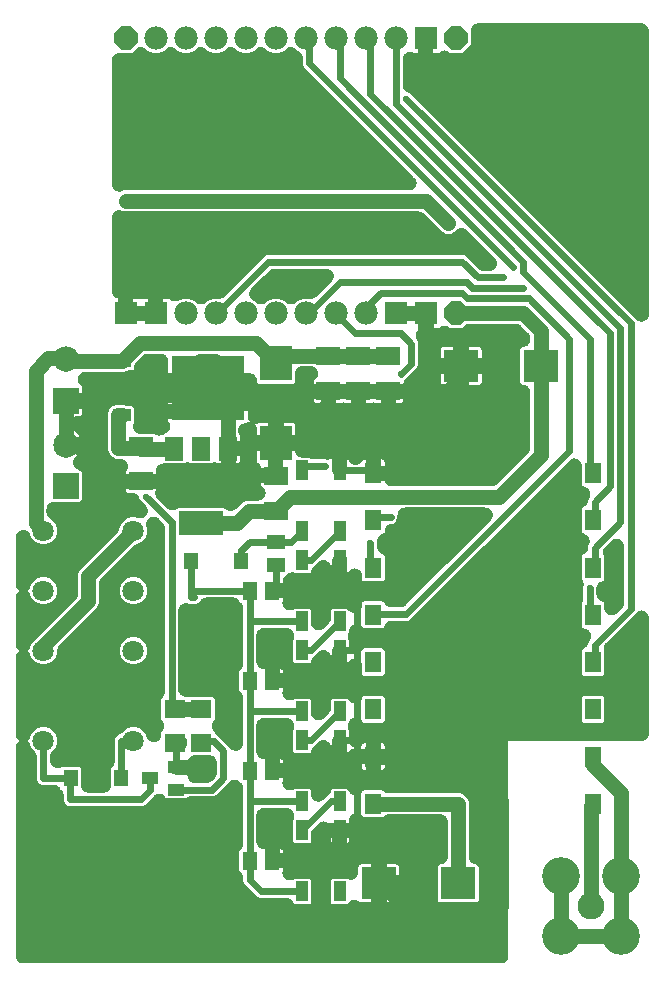
<source format=gtl>
G04 EAGLE Gerber RS-274X export*
G75*
%MOMM*%
%FSLAX34Y34*%
%LPD*%
%INTop Copper*%
%IPPOS*%
%AMOC8*
5,1,8,0,0,1.08239X$1,22.5*%
G01*
%ADD10R,2.000000X1.500000*%
%ADD11R,2.950000X2.700000*%
%ADD12R,1.300000X1.500000*%
%ADD13R,1.500000X1.300000*%
%ADD14R,2.700000X2.950000*%
%ADD15R,1.270000X1.470000*%
%ADD16R,1.000000X1.651000*%
%ADD17R,1.500000X2.000000*%
%ADD18R,3.800000X2.000000*%
%ADD19R,1.980000X1.980000*%
%ADD20C,1.980000*%
%ADD21P,2.143132X8X22.500000*%
%ADD22R,6.200000X5.400000*%
%ADD23R,1.600000X1.000000*%
%ADD24R,2.160000X2.160000*%
%ADD25C,2.160000*%
%ADD26C,1.800000*%
%ADD27R,1.803000X1.600000*%
%ADD28R,1.400000X1.000000*%
%ADD29R,1.400000X1.800000*%
%ADD30C,2.286000*%
%ADD31C,3.200400*%
%ADD32C,1.270000*%
%ADD33C,1.152400*%
%ADD34C,0.609600*%
%ADD35C,0.552400*%
%ADD36C,0.952400*%

G36*
X412753Y2001D02*
X412753Y2001D01*
X412756Y2001D01*
X413103Y2021D01*
X413461Y2041D01*
X413464Y2041D01*
X413467Y2041D01*
X413807Y2100D01*
X414164Y2160D01*
X414166Y2161D01*
X414169Y2161D01*
X414514Y2261D01*
X414848Y2357D01*
X414851Y2359D01*
X414854Y2359D01*
X415178Y2494D01*
X415506Y2630D01*
X415509Y2632D01*
X415511Y2633D01*
X415823Y2805D01*
X416130Y2975D01*
X416132Y2977D01*
X416135Y2978D01*
X416432Y3189D01*
X416711Y3387D01*
X416713Y3389D01*
X416715Y3391D01*
X416983Y3631D01*
X417242Y3862D01*
X417244Y3865D01*
X417246Y3866D01*
X417484Y4134D01*
X417716Y4394D01*
X417718Y4396D01*
X417720Y4398D01*
X417918Y4679D01*
X418128Y4975D01*
X418130Y4978D01*
X418131Y4980D01*
X418294Y5276D01*
X418472Y5599D01*
X418473Y5602D01*
X418475Y5604D01*
X418606Y5922D01*
X418744Y6257D01*
X418745Y6260D01*
X418746Y6263D01*
X418841Y6592D01*
X418941Y6942D01*
X418942Y6945D01*
X418942Y6947D01*
X419002Y7301D01*
X419060Y7644D01*
X419060Y7647D01*
X419061Y7650D01*
X419099Y8350D01*
X419099Y190501D01*
X531650Y190501D01*
X531653Y190501D01*
X531656Y190501D01*
X532003Y190521D01*
X532361Y190541D01*
X532364Y190541D01*
X532367Y190541D01*
X532707Y190600D01*
X533064Y190660D01*
X533066Y190661D01*
X533069Y190661D01*
X533414Y190761D01*
X533748Y190857D01*
X533751Y190859D01*
X533754Y190859D01*
X534078Y190994D01*
X534406Y191130D01*
X534409Y191132D01*
X534411Y191133D01*
X534723Y191305D01*
X535030Y191475D01*
X535032Y191477D01*
X535035Y191478D01*
X535332Y191689D01*
X535611Y191888D01*
X535613Y191889D01*
X535615Y191891D01*
X535883Y192131D01*
X536142Y192362D01*
X536144Y192365D01*
X536146Y192366D01*
X536377Y192626D01*
X536616Y192894D01*
X536618Y192896D01*
X536620Y192898D01*
X536818Y193179D01*
X537028Y193475D01*
X537030Y193478D01*
X537031Y193480D01*
X537193Y193774D01*
X537372Y194099D01*
X537373Y194102D01*
X537375Y194104D01*
X537498Y194404D01*
X537644Y194757D01*
X537645Y194760D01*
X537646Y194763D01*
X537741Y195092D01*
X537841Y195442D01*
X537842Y195445D01*
X537842Y195448D01*
X537902Y195801D01*
X537960Y196144D01*
X537960Y196147D01*
X537961Y196150D01*
X537999Y196850D01*
X537999Y294549D01*
X537999Y294551D01*
X537999Y294552D01*
X537978Y294924D01*
X537959Y295260D01*
X537959Y295262D01*
X537959Y295263D01*
X537898Y295623D01*
X537840Y295963D01*
X537839Y295964D01*
X537839Y295966D01*
X537746Y296290D01*
X537643Y296647D01*
X537642Y296649D01*
X537642Y296650D01*
X537514Y296957D01*
X537370Y297305D01*
X537369Y297307D01*
X537369Y297308D01*
X537207Y297600D01*
X537025Y297929D01*
X537024Y297930D01*
X537023Y297931D01*
X536785Y298267D01*
X536613Y298510D01*
X536612Y298511D01*
X536611Y298512D01*
X536351Y298802D01*
X536138Y299041D01*
X536137Y299042D01*
X536136Y299043D01*
X535876Y299275D01*
X535606Y299515D01*
X535605Y299516D01*
X535604Y299517D01*
X535359Y299691D01*
X535025Y299927D01*
X535024Y299928D01*
X535022Y299929D01*
X534736Y300087D01*
X534401Y300271D01*
X534400Y300272D01*
X534399Y300273D01*
X534101Y300396D01*
X533743Y300544D01*
X533741Y300544D01*
X533740Y300545D01*
X533443Y300630D01*
X533058Y300740D01*
X533056Y300741D01*
X533055Y300741D01*
X532708Y300800D01*
X532356Y300859D01*
X532354Y300859D01*
X532353Y300859D01*
X531974Y300880D01*
X531644Y300898D01*
X531643Y300898D01*
X531641Y300898D01*
X531264Y300877D01*
X530933Y300858D01*
X530932Y300858D01*
X530930Y300857D01*
X530536Y300790D01*
X530231Y300738D01*
X530230Y300737D01*
X530228Y300737D01*
X529872Y300634D01*
X529546Y300540D01*
X529545Y300539D01*
X529544Y300539D01*
X529213Y300401D01*
X528889Y300266D01*
X528887Y300266D01*
X528886Y300265D01*
X528576Y300093D01*
X528265Y299921D01*
X528264Y299920D01*
X528263Y299920D01*
X527953Y299698D01*
X527685Y299508D01*
X527684Y299507D01*
X527683Y299506D01*
X527160Y299039D01*
X524751Y296629D01*
X520326Y292205D01*
X520326Y292204D01*
X513977Y285855D01*
X501634Y273513D01*
X501513Y273377D01*
X501385Y273248D01*
X501276Y273111D01*
X501160Y272981D01*
X501054Y272833D01*
X500941Y272691D01*
X500848Y272543D01*
X500747Y272400D01*
X500659Y272241D01*
X500563Y272087D01*
X500487Y271930D01*
X500403Y271777D01*
X500333Y271609D01*
X500255Y271445D01*
X500197Y271280D01*
X500130Y271118D01*
X500080Y270943D01*
X500020Y270772D01*
X499982Y270602D01*
X499933Y270434D01*
X499903Y270255D01*
X499863Y270077D01*
X499843Y269903D01*
X499814Y269731D01*
X499804Y269550D01*
X499784Y269369D01*
X499784Y269194D01*
X499775Y269020D01*
X499785Y268839D01*
X499785Y268657D01*
X499805Y268483D01*
X499815Y268309D01*
X499845Y268130D01*
X499866Y267949D01*
X499905Y267779D01*
X499935Y267607D01*
X499985Y267432D01*
X500026Y267255D01*
X500085Y267087D01*
X500132Y266922D01*
X500191Y266781D01*
X500191Y247745D01*
X499804Y246811D01*
X499089Y246096D01*
X498155Y245709D01*
X483145Y245709D01*
X482211Y246096D01*
X481496Y246811D01*
X481109Y247745D01*
X481109Y266755D01*
X481496Y267689D01*
X482211Y268404D01*
X482785Y268642D01*
X482789Y268643D01*
X482793Y268645D01*
X483116Y268801D01*
X483427Y268951D01*
X483430Y268953D01*
X483434Y268955D01*
X483733Y269144D01*
X484030Y269330D01*
X484033Y269333D01*
X484037Y269335D01*
X484307Y269551D01*
X484587Y269774D01*
X484590Y269777D01*
X484593Y269780D01*
X484846Y270033D01*
X485090Y270278D01*
X485093Y270281D01*
X485096Y270284D01*
X485316Y270561D01*
X485534Y270835D01*
X485537Y270839D01*
X485539Y270842D01*
X485726Y271140D01*
X485913Y271438D01*
X485915Y271442D01*
X485917Y271446D01*
X486221Y272078D01*
X487544Y275273D01*
X487659Y275402D01*
X487660Y275403D01*
X487661Y275404D01*
X487864Y275690D01*
X488072Y275983D01*
X488072Y275984D01*
X488073Y275985D01*
X488246Y276299D01*
X488416Y276606D01*
X488417Y276608D01*
X488417Y276609D01*
X488539Y276903D01*
X488689Y277264D01*
X488689Y277266D01*
X488690Y277267D01*
X488784Y277597D01*
X488886Y277949D01*
X488886Y277950D01*
X488886Y277952D01*
X488943Y278286D01*
X489005Y278651D01*
X489005Y278653D01*
X489005Y278654D01*
X489023Y278971D01*
X489044Y279363D01*
X489044Y279364D01*
X489044Y279366D01*
X489025Y279712D01*
X489004Y280074D01*
X489004Y280076D01*
X489004Y280077D01*
X488953Y280377D01*
X488884Y280776D01*
X488884Y280778D01*
X488884Y280779D01*
X488788Y281110D01*
X488687Y281461D01*
X488686Y281462D01*
X488686Y281464D01*
X488549Y281792D01*
X488414Y282119D01*
X488413Y282120D01*
X488412Y282121D01*
X488238Y282436D01*
X488069Y282742D01*
X488068Y282743D01*
X488067Y282745D01*
X487882Y283005D01*
X487656Y283323D01*
X487655Y283324D01*
X487654Y283325D01*
X487443Y283561D01*
X487181Y283854D01*
X487180Y283855D01*
X487179Y283856D01*
X486904Y284100D01*
X486649Y284328D01*
X486648Y284329D01*
X486647Y284330D01*
X486367Y284527D01*
X486068Y284739D01*
X486066Y284740D01*
X486065Y284741D01*
X485778Y284899D01*
X485444Y285083D01*
X485442Y285084D01*
X485441Y285085D01*
X485121Y285217D01*
X484785Y285355D01*
X484784Y285356D01*
X484783Y285356D01*
X484451Y285451D01*
X484101Y285552D01*
X484099Y285552D01*
X484098Y285552D01*
X483748Y285611D01*
X483398Y285670D01*
X483397Y285670D01*
X483395Y285671D01*
X483214Y285681D01*
X482211Y286096D01*
X481496Y286811D01*
X481109Y287745D01*
X481109Y306755D01*
X481862Y308573D01*
X481922Y308746D01*
X481992Y308915D01*
X482040Y309081D01*
X482097Y309245D01*
X482138Y309424D01*
X482188Y309600D01*
X482217Y309771D01*
X482256Y309940D01*
X482276Y310122D01*
X482307Y310302D01*
X482316Y310478D01*
X482335Y310648D01*
X482335Y310822D01*
X482345Y311002D01*
X482345Y320670D01*
X482409Y320824D01*
X482457Y320992D01*
X482515Y321157D01*
X482555Y321334D01*
X482605Y321509D01*
X482634Y321681D01*
X482673Y321852D01*
X482693Y322032D01*
X482724Y322211D01*
X482733Y322386D01*
X482753Y322559D01*
X482753Y322741D01*
X482763Y322923D01*
X482753Y323097D01*
X482753Y323272D01*
X482732Y323452D01*
X482722Y323634D01*
X482692Y323806D01*
X482673Y323980D01*
X482632Y324157D01*
X482601Y324336D01*
X482553Y324504D01*
X482514Y324674D01*
X482454Y324846D01*
X482403Y325021D01*
X482336Y325182D01*
X482278Y325347D01*
X482199Y325510D01*
X482129Y325678D01*
X482045Y325831D01*
X481969Y325988D01*
X481872Y326142D01*
X481784Y326301D01*
X481683Y326443D01*
X481589Y326591D01*
X481584Y326598D01*
X481109Y327745D01*
X481109Y346755D01*
X481496Y347689D01*
X482211Y348404D01*
X482744Y348625D01*
X482908Y348704D01*
X483075Y348773D01*
X483228Y348858D01*
X483386Y348934D01*
X483540Y349031D01*
X483699Y349119D01*
X483841Y349220D01*
X483989Y349313D01*
X484131Y349426D01*
X484279Y349532D01*
X484409Y349648D01*
X484546Y349757D01*
X484674Y349886D01*
X484810Y350007D01*
X484926Y350138D01*
X485049Y350261D01*
X485163Y350403D01*
X485284Y350539D01*
X485384Y350681D01*
X485493Y350818D01*
X485590Y350972D01*
X485695Y351121D01*
X485779Y351273D01*
X485872Y351422D01*
X485951Y351585D01*
X486039Y351745D01*
X486105Y351906D01*
X486181Y352064D01*
X486241Y352235D01*
X486310Y352403D01*
X486358Y352571D01*
X486416Y352736D01*
X486456Y352913D01*
X486506Y353088D01*
X486535Y353260D01*
X486574Y353431D01*
X486594Y353611D01*
X486625Y353791D01*
X486634Y353968D01*
X486654Y354139D01*
X486653Y354312D01*
X486663Y354491D01*
X486663Y355188D01*
X487438Y357058D01*
X487439Y357061D01*
X487440Y357064D01*
X487552Y357385D01*
X487673Y357731D01*
X487674Y357734D01*
X487675Y357736D01*
X487752Y358074D01*
X487832Y358425D01*
X487832Y358428D01*
X487833Y358431D01*
X487869Y358754D01*
X487912Y359133D01*
X487912Y359136D01*
X487912Y359139D01*
X487911Y359497D01*
X487911Y359846D01*
X487911Y359849D01*
X487911Y359852D01*
X487874Y360173D01*
X487831Y360554D01*
X487831Y360557D01*
X487830Y360559D01*
X487756Y360883D01*
X487673Y361248D01*
X487672Y361251D01*
X487671Y361254D01*
X487568Y361548D01*
X487437Y361921D01*
X487436Y361923D01*
X487435Y361926D01*
X487290Y362226D01*
X487128Y362562D01*
X487126Y362565D01*
X487125Y362567D01*
X486943Y362855D01*
X486748Y363165D01*
X486746Y363168D01*
X486745Y363170D01*
X486533Y363435D01*
X486304Y363722D01*
X486302Y363724D01*
X486300Y363726D01*
X486053Y363972D01*
X485800Y364225D01*
X485797Y364227D01*
X485795Y364229D01*
X485507Y364459D01*
X485242Y364669D01*
X485240Y364671D01*
X485238Y364673D01*
X484915Y364874D01*
X484639Y365048D01*
X484636Y365049D01*
X484634Y365051D01*
X484002Y365354D01*
X482211Y366096D01*
X481496Y366811D01*
X481109Y367745D01*
X481109Y386755D01*
X481496Y387689D01*
X482211Y388404D01*
X482744Y388625D01*
X482908Y388704D01*
X483075Y388773D01*
X483228Y388858D01*
X483386Y388934D01*
X483540Y389031D01*
X483699Y389119D01*
X483841Y389220D01*
X483989Y389313D01*
X484131Y389426D01*
X484279Y389532D01*
X484409Y389648D01*
X484546Y389757D01*
X484674Y389886D01*
X484810Y390007D01*
X484926Y390138D01*
X485049Y390261D01*
X485163Y390403D01*
X485284Y390539D01*
X485384Y390681D01*
X485493Y390818D01*
X485590Y390972D01*
X485695Y391121D01*
X485779Y391273D01*
X485872Y391422D01*
X485951Y391585D01*
X486039Y391745D01*
X486105Y391906D01*
X486181Y392064D01*
X486241Y392235D01*
X486310Y392403D01*
X486358Y392571D01*
X486416Y392736D01*
X486456Y392913D01*
X486506Y393088D01*
X486535Y393260D01*
X486574Y393431D01*
X486594Y393611D01*
X486625Y393791D01*
X486634Y393968D01*
X486636Y393984D01*
X487856Y396930D01*
X487916Y397101D01*
X487985Y397267D01*
X488034Y397436D01*
X488092Y397603D01*
X488132Y397779D01*
X488182Y397952D01*
X488211Y398125D01*
X488250Y398297D01*
X488270Y398477D01*
X488300Y398654D01*
X488310Y398830D01*
X488330Y399005D01*
X488330Y399186D01*
X488340Y399366D01*
X488330Y399542D01*
X488330Y399718D01*
X488309Y399897D01*
X488299Y400077D01*
X488270Y400250D01*
X488250Y400426D01*
X488209Y400602D01*
X488179Y400779D01*
X488130Y400948D01*
X488091Y401120D01*
X488031Y401290D01*
X487981Y401464D01*
X487914Y401626D01*
X487855Y401792D01*
X487777Y401955D01*
X487708Y402121D01*
X487622Y402276D01*
X487546Y402434D01*
X487450Y402587D01*
X487362Y402745D01*
X487260Y402888D01*
X487167Y403037D01*
X487054Y403178D01*
X486949Y403325D01*
X486832Y403456D01*
X486722Y403594D01*
X486594Y403721D01*
X486474Y403856D01*
X486343Y403973D01*
X486218Y404097D01*
X486077Y404210D01*
X485942Y404330D01*
X485798Y404431D01*
X485661Y404541D01*
X485508Y404637D01*
X485361Y404741D01*
X485206Y404826D01*
X485057Y404920D01*
X484894Y404998D01*
X484737Y405085D01*
X484574Y405152D01*
X484415Y405228D01*
X484244Y405288D01*
X484078Y405356D01*
X483909Y405405D01*
X483742Y405463D01*
X483736Y405464D01*
X482211Y406096D01*
X481496Y406811D01*
X481109Y407745D01*
X481109Y423333D01*
X481109Y423335D01*
X481109Y423336D01*
X481089Y423701D01*
X481069Y424044D01*
X481069Y424046D01*
X481069Y424047D01*
X481007Y424411D01*
X480950Y424747D01*
X480950Y424748D01*
X480949Y424750D01*
X480849Y425096D01*
X480753Y425431D01*
X480752Y425433D01*
X480752Y425434D01*
X480630Y425728D01*
X480480Y426089D01*
X480479Y426091D01*
X480479Y426092D01*
X480311Y426396D01*
X480135Y426713D01*
X480134Y426714D01*
X480133Y426715D01*
X479914Y427024D01*
X479723Y427294D01*
X479722Y427295D01*
X479721Y427296D01*
X479473Y427573D01*
X479248Y427825D01*
X479247Y427826D01*
X479246Y427827D01*
X478978Y428065D01*
X478716Y428299D01*
X478715Y428300D01*
X478714Y428301D01*
X478441Y428494D01*
X478135Y428711D01*
X478133Y428712D01*
X478132Y428713D01*
X477852Y428867D01*
X477511Y429055D01*
X477510Y429056D01*
X477509Y429057D01*
X477175Y429194D01*
X476853Y429328D01*
X476851Y429328D01*
X476850Y429329D01*
X476531Y429420D01*
X476168Y429524D01*
X476167Y429525D01*
X476165Y429525D01*
X475793Y429588D01*
X475466Y429643D01*
X475464Y429643D01*
X475463Y429643D01*
X475079Y429664D01*
X474754Y429682D01*
X474753Y429682D01*
X474751Y429682D01*
X474380Y429661D01*
X474043Y429642D01*
X474042Y429642D01*
X474040Y429641D01*
X473663Y429577D01*
X473341Y429522D01*
X473340Y429521D01*
X473338Y429521D01*
X472967Y429414D01*
X472656Y429324D01*
X472655Y429323D01*
X472654Y429323D01*
X472304Y429178D01*
X471999Y429050D01*
X471997Y429050D01*
X471996Y429049D01*
X471693Y428881D01*
X471375Y428705D01*
X471374Y428704D01*
X471373Y428704D01*
X471062Y428482D01*
X470795Y428292D01*
X470794Y428291D01*
X470793Y428290D01*
X470270Y427823D01*
X398145Y355697D01*
X391796Y349348D01*
X391795Y349348D01*
X385446Y342999D01*
X385446Y342998D01*
X379097Y336649D01*
X372748Y330300D01*
X372747Y330300D01*
X366399Y323951D01*
X366398Y323951D01*
X360049Y317602D01*
X360049Y317601D01*
X353700Y311252D01*
X347351Y304903D01*
X347350Y304903D01*
X341002Y298554D01*
X341001Y298554D01*
X341001Y298553D01*
X335652Y293204D01*
X333598Y292353D01*
X320342Y292353D01*
X320161Y292343D01*
X319979Y292343D01*
X319805Y292323D01*
X319631Y292313D01*
X319452Y292283D01*
X319271Y292262D01*
X319100Y292223D01*
X318929Y292194D01*
X318754Y292144D01*
X318577Y292103D01*
X318411Y292045D01*
X318244Y291997D01*
X318076Y291927D01*
X317904Y291867D01*
X317747Y291791D01*
X317586Y291724D01*
X317427Y291636D01*
X317263Y291557D01*
X317115Y291463D01*
X316962Y291379D01*
X316814Y291274D01*
X316660Y291177D01*
X316524Y291068D01*
X316382Y290967D01*
X316246Y290846D01*
X316104Y290732D01*
X315981Y290608D01*
X315851Y290492D01*
X315729Y290356D01*
X315601Y290227D01*
X315492Y290090D01*
X315376Y289960D01*
X315271Y289812D01*
X315158Y289669D01*
X315065Y289522D01*
X314964Y289379D01*
X314876Y289220D01*
X314780Y289066D01*
X314703Y288906D01*
X314620Y288755D01*
X314554Y288595D01*
X314476Y288434D01*
X313804Y286811D01*
X313089Y286096D01*
X312155Y285709D01*
X297145Y285709D01*
X296211Y286096D01*
X294730Y287577D01*
X294729Y287578D01*
X294728Y287579D01*
X294474Y287806D01*
X294198Y288052D01*
X294197Y288053D01*
X294196Y288054D01*
X293892Y288269D01*
X293617Y288464D01*
X293616Y288465D01*
X293615Y288466D01*
X293292Y288644D01*
X292994Y288809D01*
X292992Y288809D01*
X292991Y288810D01*
X292682Y288938D01*
X292336Y289081D01*
X292334Y289082D01*
X292333Y289082D01*
X291965Y289188D01*
X291651Y289278D01*
X291650Y289278D01*
X291648Y289279D01*
X291292Y289339D01*
X290948Y289397D01*
X290947Y289397D01*
X290946Y289398D01*
X290601Y289417D01*
X290237Y289437D01*
X290236Y289437D01*
X290234Y289437D01*
X289895Y289418D01*
X289526Y289397D01*
X289524Y289396D01*
X289523Y289396D01*
X289200Y289341D01*
X288824Y289277D01*
X288822Y289277D01*
X288821Y289276D01*
X288497Y289183D01*
X288139Y289079D01*
X288138Y289079D01*
X288136Y289078D01*
X287798Y288938D01*
X287481Y288806D01*
X287480Y288806D01*
X287479Y288805D01*
X287150Y288623D01*
X286858Y288461D01*
X286857Y288460D01*
X286855Y288460D01*
X286574Y288259D01*
X286277Y288048D01*
X286276Y288047D01*
X286275Y288047D01*
X286035Y287832D01*
X285746Y287573D01*
X285745Y287572D01*
X285744Y287571D01*
X285525Y287325D01*
X285272Y287042D01*
X285271Y287040D01*
X285270Y287039D01*
X285065Y286749D01*
X284860Y286460D01*
X284860Y286459D01*
X284859Y286458D01*
X284700Y286169D01*
X284517Y285836D01*
X284516Y285835D01*
X284515Y285834D01*
X284385Y285517D01*
X284245Y285178D01*
X284244Y285176D01*
X284244Y285175D01*
X284155Y284867D01*
X284048Y284493D01*
X284048Y284491D01*
X284048Y284490D01*
X283987Y284127D01*
X283930Y283791D01*
X283930Y283789D01*
X283929Y283788D01*
X283891Y283088D01*
X283891Y282970D01*
X283419Y281830D01*
X283417Y281825D01*
X283415Y281822D01*
X283302Y281496D01*
X283183Y281157D01*
X283182Y281153D01*
X283181Y281149D01*
X283101Y280798D01*
X283025Y280463D01*
X283024Y280458D01*
X283023Y280454D01*
X282984Y280097D01*
X282945Y279755D01*
X282945Y279750D01*
X282945Y279746D01*
X282945Y279388D01*
X282945Y279042D01*
X282946Y279038D01*
X282946Y279034D01*
X282988Y278663D01*
X283025Y278334D01*
X283026Y278330D01*
X283027Y278326D01*
X283107Y277977D01*
X283184Y277640D01*
X283186Y277636D01*
X283187Y277632D01*
X283419Y276970D01*
X283793Y276066D01*
X283891Y275575D01*
X283891Y271412D01*
X283891Y271411D01*
X283891Y271409D01*
X283913Y271021D01*
X283931Y270701D01*
X283931Y270700D01*
X283931Y270698D01*
X283992Y270338D01*
X284050Y269999D01*
X284051Y269997D01*
X284051Y269996D01*
X284154Y269637D01*
X284247Y269314D01*
X284248Y269313D01*
X284248Y269311D01*
X284379Y268997D01*
X284520Y268656D01*
X284521Y268655D01*
X284521Y268653D01*
X284698Y268335D01*
X284865Y268033D01*
X284866Y268032D01*
X284867Y268030D01*
X285113Y267683D01*
X285277Y267452D01*
X285278Y267451D01*
X285279Y267449D01*
X285552Y267145D01*
X285752Y266921D01*
X285753Y266920D01*
X285754Y266919D01*
X286036Y266668D01*
X286284Y266446D01*
X286285Y266445D01*
X286286Y266444D01*
X286554Y266255D01*
X286865Y266034D01*
X286866Y266033D01*
X286868Y266033D01*
X287154Y265875D01*
X287489Y265690D01*
X287490Y265689D01*
X287491Y265689D01*
X287798Y265562D01*
X288147Y265418D01*
X288149Y265417D01*
X288150Y265417D01*
X288447Y265332D01*
X288832Y265221D01*
X288834Y265221D01*
X288835Y265221D01*
X289182Y265162D01*
X289534Y265102D01*
X289536Y265102D01*
X289537Y265102D01*
X289916Y265081D01*
X290246Y265063D01*
X290247Y265063D01*
X290249Y265063D01*
X290626Y265085D01*
X290957Y265104D01*
X290958Y265104D01*
X290960Y265104D01*
X291354Y265171D01*
X291659Y265224D01*
X291660Y265224D01*
X291662Y265224D01*
X292018Y265328D01*
X292344Y265422D01*
X292345Y265422D01*
X292346Y265423D01*
X292677Y265560D01*
X293001Y265695D01*
X293003Y265696D01*
X293004Y265696D01*
X293310Y265866D01*
X293625Y266040D01*
X293626Y266041D01*
X293627Y266042D01*
X293921Y266251D01*
X294205Y266453D01*
X294206Y266454D01*
X294207Y266455D01*
X294730Y266923D01*
X296211Y268404D01*
X297145Y268791D01*
X312155Y268791D01*
X313089Y268404D01*
X313804Y267689D01*
X314191Y266755D01*
X314191Y247745D01*
X313804Y246811D01*
X313089Y246096D01*
X312155Y245709D01*
X297145Y245709D01*
X296211Y246096D01*
X295496Y246811D01*
X295109Y247745D01*
X295109Y253903D01*
X295094Y254171D01*
X295087Y254440D01*
X295074Y254527D01*
X295069Y254615D01*
X295024Y254879D01*
X294987Y255145D01*
X294965Y255230D01*
X294950Y255317D01*
X294876Y255575D01*
X294808Y255835D01*
X294777Y255917D01*
X294753Y256002D01*
X294650Y256250D01*
X294554Y256500D01*
X294514Y256578D01*
X294480Y256660D01*
X294350Y256895D01*
X294227Y257133D01*
X294177Y257206D01*
X294135Y257283D01*
X293980Y257501D01*
X293830Y257725D01*
X293773Y257792D01*
X293723Y257864D01*
X293544Y258063D01*
X293370Y258269D01*
X293306Y258330D01*
X293248Y258395D01*
X293048Y258573D01*
X292852Y258758D01*
X292782Y258811D01*
X292716Y258869D01*
X292497Y259025D01*
X292283Y259186D01*
X292207Y259230D01*
X292135Y259281D01*
X291899Y259411D01*
X291669Y259547D01*
X291588Y259583D01*
X291511Y259626D01*
X291263Y259728D01*
X291018Y259838D01*
X290934Y259864D01*
X290853Y259898D01*
X290595Y259972D01*
X290339Y260053D01*
X290253Y260070D01*
X290168Y260095D01*
X289904Y260139D01*
X289640Y260191D01*
X289552Y260199D01*
X289466Y260213D01*
X289198Y260228D01*
X288930Y260250D01*
X288842Y260248D01*
X288754Y260253D01*
X288486Y260237D01*
X288218Y260229D01*
X288131Y260217D01*
X288043Y260212D01*
X287779Y260167D01*
X287513Y260129D01*
X287428Y260107D01*
X287341Y260092D01*
X287083Y260017D01*
X286823Y259950D01*
X286741Y259918D01*
X286656Y259894D01*
X286409Y259791D01*
X286158Y259695D01*
X286080Y259654D01*
X285999Y259621D01*
X285764Y259491D01*
X285526Y259367D01*
X285452Y259318D01*
X285375Y259275D01*
X285157Y259120D01*
X284934Y258970D01*
X284867Y258913D01*
X284795Y258862D01*
X284595Y258684D01*
X284390Y258510D01*
X284330Y258446D01*
X284264Y258387D01*
X284086Y258187D01*
X283902Y257991D01*
X283848Y257920D01*
X283790Y257855D01*
X283644Y257647D01*
X283481Y257431D01*
X283323Y257195D01*
X282970Y256842D01*
X282699Y256661D01*
X282699Y267070D01*
X282699Y267073D01*
X282699Y267075D01*
X282680Y267422D01*
X282659Y267781D01*
X282659Y267784D01*
X282659Y267787D01*
X282601Y268127D01*
X282540Y268483D01*
X282539Y268486D01*
X282539Y268489D01*
X282441Y268826D01*
X282343Y269168D01*
X282342Y269170D01*
X282341Y269173D01*
X282213Y269481D01*
X282070Y269826D01*
X282068Y269829D01*
X282067Y269831D01*
X281895Y270143D01*
X281725Y270449D01*
X281724Y270452D01*
X281722Y270454D01*
X281511Y270751D01*
X281313Y271030D01*
X281311Y271032D01*
X281309Y271035D01*
X281076Y271294D01*
X280838Y271561D01*
X280836Y271563D01*
X280834Y271565D01*
X280574Y271796D01*
X280306Y272036D01*
X280304Y272037D01*
X280302Y272039D01*
X280021Y272238D01*
X279725Y272448D01*
X279722Y272449D01*
X279720Y272451D01*
X279424Y272614D01*
X279101Y272792D01*
X279099Y272793D01*
X279096Y272794D01*
X278778Y272926D01*
X278443Y273064D01*
X278440Y273065D01*
X278438Y273066D01*
X278109Y273160D01*
X277758Y273261D01*
X277755Y273261D01*
X277753Y273262D01*
X277399Y273322D01*
X277056Y273380D01*
X277053Y273380D01*
X277050Y273380D01*
X276350Y273419D01*
X276347Y273419D01*
X276344Y273419D01*
X275997Y273399D01*
X275639Y273379D01*
X275636Y273378D01*
X275633Y273378D01*
X275292Y273320D01*
X274936Y273260D01*
X274933Y273259D01*
X274931Y273258D01*
X274580Y273157D01*
X274252Y273062D01*
X274249Y273061D01*
X274246Y273060D01*
X273922Y272926D01*
X273594Y272789D01*
X273591Y272788D01*
X273588Y272787D01*
X273277Y272614D01*
X272970Y272445D01*
X272968Y272443D01*
X272965Y272442D01*
X272668Y272230D01*
X272389Y272032D01*
X272387Y272030D01*
X272385Y272029D01*
X272104Y271777D01*
X271858Y271557D01*
X271856Y271555D01*
X271854Y271553D01*
X271613Y271283D01*
X271384Y271026D01*
X271382Y271023D01*
X271380Y271021D01*
X271178Y270735D01*
X270972Y270445D01*
X270970Y270442D01*
X270969Y270440D01*
X270806Y270143D01*
X270628Y269821D01*
X270626Y269818D01*
X270625Y269816D01*
X270487Y269481D01*
X270355Y269162D01*
X270355Y269160D01*
X270354Y269157D01*
X270259Y268826D01*
X270159Y268478D01*
X270158Y268475D01*
X270157Y268472D01*
X270098Y268118D01*
X270040Y267775D01*
X270040Y267773D01*
X270039Y267770D01*
X270001Y267070D01*
X270001Y256661D01*
X269730Y256842D01*
X269377Y257195D01*
X269098Y257611D01*
X268907Y258074D01*
X268809Y258565D01*
X268809Y260957D01*
X268809Y260959D01*
X268809Y260960D01*
X268791Y261289D01*
X268769Y261668D01*
X268769Y261670D01*
X268769Y261671D01*
X268708Y262030D01*
X268650Y262371D01*
X268650Y262372D01*
X268649Y262374D01*
X268541Y262748D01*
X268453Y263055D01*
X268452Y263057D01*
X268452Y263058D01*
X268321Y263373D01*
X268180Y263713D01*
X268179Y263715D01*
X268179Y263716D01*
X268022Y263999D01*
X267835Y264337D01*
X267834Y264338D01*
X267833Y264339D01*
X267595Y264675D01*
X267423Y264918D01*
X267422Y264919D01*
X267421Y264920D01*
X267161Y265210D01*
X266948Y265449D01*
X266947Y265450D01*
X266946Y265451D01*
X266686Y265683D01*
X266416Y265923D01*
X266415Y265924D01*
X266414Y265925D01*
X266170Y266098D01*
X265835Y266335D01*
X265834Y266336D01*
X265832Y266337D01*
X265532Y266503D01*
X265211Y266679D01*
X265210Y266680D01*
X265209Y266681D01*
X264887Y266813D01*
X264553Y266952D01*
X264551Y266952D01*
X264550Y266953D01*
X264235Y267043D01*
X263868Y267148D01*
X263867Y267149D01*
X263865Y267149D01*
X263505Y267210D01*
X263166Y267267D01*
X263164Y267267D01*
X263163Y267267D01*
X262780Y267288D01*
X262454Y267306D01*
X262453Y267306D01*
X262451Y267306D01*
X262078Y267285D01*
X261743Y267266D01*
X261742Y267266D01*
X261740Y267265D01*
X261351Y267199D01*
X261041Y267146D01*
X261040Y267145D01*
X261038Y267145D01*
X260682Y267042D01*
X260356Y266948D01*
X260355Y266947D01*
X260354Y266947D01*
X260023Y266809D01*
X259699Y266674D01*
X259697Y266674D01*
X259696Y266673D01*
X259358Y266486D01*
X259075Y266329D01*
X259074Y266328D01*
X259073Y266328D01*
X258747Y266095D01*
X258495Y265916D01*
X258494Y265915D01*
X258493Y265914D01*
X257970Y265447D01*
X254612Y262089D01*
X254473Y262001D01*
X254469Y261998D01*
X254466Y261996D01*
X254189Y261775D01*
X253916Y261557D01*
X253913Y261554D01*
X253909Y261551D01*
X253663Y261303D01*
X253412Y261053D01*
X253409Y261049D01*
X253406Y261046D01*
X253191Y260776D01*
X252968Y260496D01*
X252966Y260492D01*
X252963Y260489D01*
X252775Y260188D01*
X252589Y259893D01*
X252587Y259889D01*
X252585Y259885D01*
X252281Y259253D01*
X251504Y257376D01*
X250789Y256661D01*
X249855Y256274D01*
X238845Y256274D01*
X237683Y256755D01*
X237549Y256840D01*
X237404Y256942D01*
X237247Y257029D01*
X237173Y257076D01*
X237164Y257138D01*
X237097Y257398D01*
X237037Y257660D01*
X237007Y257743D01*
X236985Y257828D01*
X236913Y258016D01*
X236896Y258074D01*
X236863Y258155D01*
X236809Y258308D01*
X236809Y275830D01*
X237281Y276970D01*
X237283Y276974D01*
X237285Y276978D01*
X237401Y277312D01*
X237517Y277643D01*
X237518Y277647D01*
X237519Y277651D01*
X237593Y277977D01*
X237675Y278337D01*
X237676Y278342D01*
X237677Y278346D01*
X237715Y278690D01*
X237755Y279045D01*
X237755Y279050D01*
X237755Y279054D01*
X237755Y279406D01*
X237755Y279758D01*
X237754Y279762D01*
X237754Y279766D01*
X237714Y280115D01*
X237675Y280466D01*
X237674Y280470D01*
X237673Y280474D01*
X237596Y280809D01*
X237516Y281160D01*
X237514Y281164D01*
X237514Y281168D01*
X237281Y281830D01*
X237119Y282222D01*
X237040Y282386D01*
X236970Y282553D01*
X236886Y282706D01*
X236810Y282864D01*
X236713Y283017D01*
X236625Y283177D01*
X236524Y283319D01*
X236431Y283467D01*
X236317Y283609D01*
X236212Y283757D01*
X236095Y283887D01*
X235987Y284024D01*
X235858Y284152D01*
X235737Y284288D01*
X235606Y284404D01*
X235483Y284527D01*
X235341Y284641D01*
X235205Y284762D01*
X235062Y284863D01*
X234926Y284971D01*
X234772Y285068D01*
X234623Y285173D01*
X234470Y285257D01*
X234322Y285350D01*
X234158Y285429D01*
X233999Y285517D01*
X233838Y285583D01*
X233680Y285659D01*
X233508Y285719D01*
X233340Y285788D01*
X233173Y285836D01*
X233008Y285894D01*
X232830Y285934D01*
X232656Y285984D01*
X232483Y286013D01*
X232313Y286052D01*
X232132Y286072D01*
X231953Y286103D01*
X231776Y286112D01*
X231605Y286132D01*
X231432Y286131D01*
X231253Y286141D01*
X211988Y286141D01*
X211985Y286141D01*
X211982Y286141D01*
X211635Y286121D01*
X211277Y286101D01*
X211274Y286101D01*
X211271Y286101D01*
X210931Y286042D01*
X210574Y285982D01*
X210572Y285981D01*
X210569Y285981D01*
X210224Y285881D01*
X209890Y285785D01*
X209887Y285783D01*
X209884Y285783D01*
X209551Y285644D01*
X209232Y285512D01*
X209229Y285510D01*
X209227Y285509D01*
X208915Y285337D01*
X208608Y285167D01*
X208606Y285165D01*
X208603Y285164D01*
X208306Y284953D01*
X208027Y284755D01*
X208025Y284753D01*
X208023Y284751D01*
X207751Y284507D01*
X207496Y284280D01*
X207494Y284277D01*
X207492Y284276D01*
X207247Y284001D01*
X207022Y283748D01*
X207020Y283746D01*
X207018Y283744D01*
X206818Y283460D01*
X206610Y283167D01*
X206608Y283164D01*
X206607Y283162D01*
X206437Y282854D01*
X206266Y282543D01*
X206265Y282540D01*
X206263Y282538D01*
X206130Y282214D01*
X205994Y281885D01*
X205993Y281882D01*
X205992Y281879D01*
X205895Y281541D01*
X205797Y281200D01*
X205796Y281197D01*
X205796Y281195D01*
X205736Y280841D01*
X205678Y280498D01*
X205678Y280495D01*
X205677Y280492D01*
X205639Y279792D01*
X205639Y257690D01*
X205639Y257687D01*
X205639Y257684D01*
X205659Y257326D01*
X205679Y256979D01*
X205679Y256976D01*
X205679Y256973D01*
X205741Y256613D01*
X205798Y256276D01*
X205799Y256274D01*
X205799Y256271D01*
X205905Y255907D01*
X205995Y255592D01*
X205997Y255589D01*
X205997Y255586D01*
X206132Y255262D01*
X206268Y254934D01*
X206270Y254931D01*
X206271Y254929D01*
X206449Y254607D01*
X206613Y254310D01*
X206615Y254308D01*
X206616Y254305D01*
X206830Y254005D01*
X207025Y253729D01*
X207027Y253727D01*
X207029Y253725D01*
X207275Y253450D01*
X207500Y253198D01*
X207503Y253196D01*
X207504Y253194D01*
X207785Y252944D01*
X208032Y252724D01*
X208034Y252722D01*
X208036Y252720D01*
X208317Y252522D01*
X208613Y252312D01*
X208616Y252310D01*
X208618Y252309D01*
X208914Y252146D01*
X209237Y251968D01*
X209240Y251967D01*
X209242Y251965D01*
X209560Y251834D01*
X209895Y251696D01*
X209898Y251695D01*
X209901Y251694D01*
X210230Y251599D01*
X210580Y251499D01*
X210583Y251498D01*
X210585Y251498D01*
X210939Y251438D01*
X211282Y251380D01*
X211285Y251380D01*
X211288Y251379D01*
X211988Y251341D01*
X212701Y251341D01*
X212701Y241300D01*
X212701Y241297D01*
X212701Y241295D01*
X212720Y240947D01*
X212741Y240589D01*
X212741Y240586D01*
X212741Y240583D01*
X212799Y240243D01*
X212860Y239887D01*
X212861Y239884D01*
X212861Y239881D01*
X212961Y239536D01*
X213057Y239202D01*
X213058Y239200D01*
X213059Y239197D01*
X213194Y238873D01*
X213330Y238544D01*
X213331Y238541D01*
X213333Y238539D01*
X213511Y238217D01*
X213675Y237921D01*
X213676Y237918D01*
X213678Y237916D01*
X213898Y237607D01*
X214087Y237340D01*
X214089Y237338D01*
X214091Y237335D01*
X214331Y237067D01*
X214562Y236809D01*
X214563Y236808D01*
X214565Y236807D01*
X214566Y236805D01*
X214567Y236804D01*
X214842Y236559D01*
X215094Y236334D01*
X215097Y236332D01*
X215099Y236330D01*
X215379Y236132D01*
X215675Y235922D01*
X215678Y235920D01*
X215680Y235919D01*
X215982Y235753D01*
X216299Y235578D01*
X216302Y235576D01*
X216304Y235575D01*
X216631Y235440D01*
X216958Y235305D01*
X216960Y235305D01*
X216963Y235304D01*
X217292Y235209D01*
X217642Y235109D01*
X217645Y235108D01*
X217648Y235107D01*
X218002Y235048D01*
X218345Y234990D01*
X218347Y234990D01*
X218350Y234989D01*
X219050Y234951D01*
X228091Y234951D01*
X228091Y233550D01*
X227959Y232886D01*
X227926Y232792D01*
X227886Y232617D01*
X227836Y232445D01*
X227807Y232270D01*
X227767Y232097D01*
X227747Y231919D01*
X227717Y231742D01*
X227707Y231566D01*
X227687Y231389D01*
X227687Y231210D01*
X227678Y231031D01*
X227688Y230854D01*
X227688Y230677D01*
X227708Y230499D01*
X227718Y230320D01*
X227748Y230145D01*
X227768Y229969D01*
X227807Y229794D01*
X227838Y229617D01*
X227887Y229447D01*
X227926Y229274D01*
X227985Y229105D01*
X228035Y228933D01*
X228103Y228769D01*
X228162Y228602D01*
X228240Y228440D01*
X228308Y228275D01*
X228394Y228120D01*
X228471Y227960D01*
X228567Y227808D01*
X228653Y227652D01*
X228756Y227507D01*
X228850Y227357D01*
X228963Y227217D01*
X229066Y227071D01*
X229184Y226939D01*
X229295Y226801D01*
X229422Y226674D01*
X229541Y226540D01*
X229674Y226422D01*
X229799Y226297D01*
X229939Y226185D01*
X230073Y226066D01*
X230218Y225964D01*
X230356Y225853D01*
X230508Y225758D01*
X230655Y225654D01*
X230810Y225569D01*
X230960Y225475D01*
X231121Y225397D01*
X231278Y225310D01*
X231442Y225243D01*
X231602Y225166D01*
X231771Y225107D01*
X231937Y225039D01*
X232108Y224990D01*
X232275Y224931D01*
X232449Y224892D01*
X232622Y224842D01*
X232797Y224813D01*
X232969Y224774D01*
X233147Y224754D01*
X233324Y224724D01*
X233501Y224714D01*
X233677Y224694D01*
X233857Y224695D01*
X234036Y224685D01*
X234213Y224695D01*
X234390Y224695D01*
X234568Y224715D01*
X234747Y224726D01*
X234921Y224756D01*
X235098Y224776D01*
X235273Y224816D01*
X235449Y224846D01*
X235619Y224896D01*
X235792Y224935D01*
X235961Y224995D01*
X236133Y225044D01*
X236297Y225113D01*
X236464Y225171D01*
X236626Y225249D01*
X236791Y225318D01*
X236946Y225404D01*
X237106Y225481D01*
X237257Y225577D01*
X237414Y225664D01*
X237558Y225767D01*
X237680Y225843D01*
X238845Y226326D01*
X249855Y226326D01*
X250789Y225939D01*
X251504Y225224D01*
X251891Y224290D01*
X251891Y214303D01*
X251891Y214301D01*
X251891Y214300D01*
X251912Y213919D01*
X251931Y213592D01*
X251931Y213590D01*
X251931Y213589D01*
X251997Y213204D01*
X252050Y212889D01*
X252050Y212888D01*
X252051Y212886D01*
X252162Y212500D01*
X252247Y212205D01*
X252248Y212203D01*
X252248Y212202D01*
X252392Y211857D01*
X252520Y211547D01*
X252521Y211545D01*
X252521Y211544D01*
X252696Y211229D01*
X252865Y210923D01*
X252866Y210922D01*
X252867Y210921D01*
X253124Y210558D01*
X253277Y210342D01*
X253278Y210341D01*
X253279Y210340D01*
X253539Y210050D01*
X253752Y209811D01*
X253753Y209810D01*
X253754Y209809D01*
X254030Y209563D01*
X254284Y209337D01*
X254285Y209336D01*
X254286Y209335D01*
X254559Y209142D01*
X254865Y208925D01*
X254866Y208924D01*
X254868Y208923D01*
X255190Y208745D01*
X255489Y208581D01*
X255490Y208580D01*
X255491Y208579D01*
X255825Y208442D01*
X256147Y208308D01*
X256149Y208308D01*
X256150Y208307D01*
X256465Y208217D01*
X256832Y208112D01*
X256833Y208111D01*
X256835Y208111D01*
X257195Y208050D01*
X257534Y207993D01*
X257536Y207993D01*
X257537Y207993D01*
X257920Y207972D01*
X258246Y207954D01*
X258247Y207954D01*
X258249Y207954D01*
X258622Y207975D01*
X258957Y207994D01*
X258958Y207994D01*
X258960Y207995D01*
X259349Y208061D01*
X259659Y208114D01*
X259660Y208115D01*
X259662Y208115D01*
X260018Y208218D01*
X260344Y208312D01*
X260345Y208313D01*
X260346Y208313D01*
X260677Y208451D01*
X261001Y208586D01*
X261003Y208586D01*
X261004Y208587D01*
X261315Y208760D01*
X261625Y208931D01*
X261626Y208932D01*
X261627Y208932D01*
X261934Y209151D01*
X262205Y209344D01*
X262206Y209345D01*
X262207Y209346D01*
X262730Y209813D01*
X266950Y214033D01*
X266953Y214037D01*
X266956Y214039D01*
X267189Y214302D01*
X267424Y214565D01*
X267427Y214568D01*
X267430Y214571D01*
X267639Y214867D01*
X267837Y215146D01*
X267839Y215149D01*
X267841Y215153D01*
X268010Y215459D01*
X268181Y215769D01*
X268183Y215773D01*
X268185Y215777D01*
X268315Y216092D01*
X268454Y216427D01*
X268455Y216432D01*
X268456Y216436D01*
X268551Y216766D01*
X268651Y217112D01*
X268651Y217116D01*
X268652Y217120D01*
X268711Y217469D01*
X268770Y217814D01*
X268770Y217819D01*
X268771Y217823D01*
X268809Y218523D01*
X268809Y224290D01*
X269196Y225224D01*
X269911Y225939D01*
X270845Y226326D01*
X281855Y226326D01*
X282789Y225939D01*
X283780Y224948D01*
X283812Y224898D01*
X283812Y224897D01*
X283813Y224895D01*
X284069Y224576D01*
X284256Y224341D01*
X284257Y224340D01*
X284258Y224338D01*
X284562Y224035D01*
X284760Y223837D01*
X284761Y223836D01*
X284762Y223835D01*
X285060Y223598D01*
X285317Y223393D01*
X285318Y223392D01*
X285319Y223391D01*
X285621Y223202D01*
X285920Y223014D01*
X285922Y223014D01*
X285923Y223013D01*
X286243Y222859D01*
X286562Y222705D01*
X286564Y222705D01*
X286565Y222704D01*
X286909Y222584D01*
X287235Y222470D01*
X287236Y222470D01*
X287238Y222469D01*
X287561Y222396D01*
X287929Y222312D01*
X287931Y222312D01*
X287932Y222312D01*
X288264Y222275D01*
X288637Y222233D01*
X288639Y222233D01*
X288640Y222233D01*
X289000Y222233D01*
X289350Y222233D01*
X289351Y222233D01*
X289353Y222233D01*
X289671Y222270D01*
X290058Y222314D01*
X290059Y222314D01*
X290061Y222314D01*
X290358Y222382D01*
X290752Y222473D01*
X290754Y222473D01*
X290755Y222473D01*
X291073Y222585D01*
X291424Y222708D01*
X291426Y222709D01*
X291427Y222710D01*
X291756Y222869D01*
X292066Y223018D01*
X292067Y223019D01*
X292069Y223020D01*
X292401Y223229D01*
X292669Y223398D01*
X292670Y223399D01*
X292671Y223400D01*
X292972Y223640D01*
X293225Y223842D01*
X293226Y223844D01*
X293228Y223845D01*
X293484Y224102D01*
X293728Y224347D01*
X293729Y224348D01*
X293731Y224349D01*
X293945Y224619D01*
X294172Y224904D01*
X294173Y224906D01*
X294174Y224907D01*
X294339Y225171D01*
X294550Y225508D01*
X294551Y225509D01*
X294552Y225511D01*
X294855Y226143D01*
X295496Y227689D01*
X296211Y228404D01*
X297145Y228791D01*
X312155Y228791D01*
X313089Y228404D01*
X313804Y227689D01*
X314191Y226755D01*
X314191Y207745D01*
X313804Y206811D01*
X313089Y206096D01*
X312155Y205709D01*
X297145Y205709D01*
X296211Y206096D01*
X295474Y206833D01*
X295435Y206913D01*
X295259Y207279D01*
X295258Y207281D01*
X295257Y207282D01*
X295069Y207581D01*
X294880Y207882D01*
X294879Y207883D01*
X294878Y207885D01*
X294644Y208177D01*
X294435Y208439D01*
X294434Y208440D01*
X294433Y208442D01*
X294169Y208706D01*
X293932Y208943D01*
X293930Y208944D01*
X293929Y208945D01*
X293617Y209194D01*
X293374Y209387D01*
X293373Y209388D01*
X293372Y209389D01*
X293060Y209585D01*
X292771Y209766D01*
X292770Y209767D01*
X292769Y209767D01*
X292487Y209903D01*
X292129Y210075D01*
X292127Y210075D01*
X292126Y210076D01*
X291818Y210183D01*
X291457Y210310D01*
X291455Y210310D01*
X291454Y210311D01*
X291126Y210385D01*
X290762Y210468D01*
X290760Y210468D01*
X290759Y210468D01*
X290435Y210505D01*
X290054Y210547D01*
X290052Y210547D01*
X290051Y210547D01*
X289690Y210547D01*
X289341Y210547D01*
X289340Y210547D01*
X289339Y210547D01*
X288978Y210505D01*
X288634Y210466D01*
X288632Y210466D01*
X288631Y210466D01*
X288286Y210387D01*
X287939Y210307D01*
X287938Y210307D01*
X287936Y210307D01*
X287608Y210191D01*
X287267Y210071D01*
X287266Y210071D01*
X287264Y210070D01*
X286940Y209914D01*
X286625Y209762D01*
X286624Y209761D01*
X286623Y209760D01*
X286288Y209549D01*
X286023Y209382D01*
X286022Y209381D01*
X286020Y209380D01*
X285711Y209133D01*
X285466Y208937D01*
X285465Y208936D01*
X285464Y208935D01*
X285191Y208661D01*
X284963Y208433D01*
X284962Y208432D01*
X284961Y208431D01*
X284731Y208141D01*
X284519Y207876D01*
X284518Y207874D01*
X284518Y207873D01*
X284322Y207561D01*
X284141Y207272D01*
X284140Y207270D01*
X284140Y207269D01*
X283836Y206637D01*
X283419Y205630D01*
X283417Y205626D01*
X283415Y205622D01*
X283298Y205285D01*
X283183Y204957D01*
X283182Y204953D01*
X283181Y204949D01*
X283101Y204598D01*
X283025Y204263D01*
X283024Y204258D01*
X283023Y204254D01*
X282983Y203894D01*
X282945Y203555D01*
X282945Y203550D01*
X282945Y203546D01*
X282945Y203183D01*
X282945Y202842D01*
X282946Y202838D01*
X282946Y202834D01*
X282990Y202450D01*
X283025Y202134D01*
X283026Y202130D01*
X283027Y202126D01*
X283109Y201770D01*
X283184Y201440D01*
X283186Y201436D01*
X283187Y201432D01*
X283419Y200770D01*
X283793Y199866D01*
X283891Y199375D01*
X283891Y191162D01*
X283906Y190894D01*
X283913Y190625D01*
X283926Y190538D01*
X283931Y190450D01*
X283976Y190186D01*
X284013Y189920D01*
X284035Y189835D01*
X284050Y189748D01*
X284124Y189490D01*
X284192Y189230D01*
X284223Y189148D01*
X284247Y189063D01*
X284350Y188815D01*
X284446Y188565D01*
X284486Y188487D01*
X284520Y188405D01*
X284650Y188170D01*
X284773Y187932D01*
X284823Y187859D01*
X284865Y187782D01*
X285020Y187564D01*
X285170Y187340D01*
X285227Y187273D01*
X285277Y187201D01*
X285456Y187002D01*
X285630Y186796D01*
X285694Y186735D01*
X285752Y186670D01*
X285952Y186492D01*
X286148Y186307D01*
X286218Y186254D01*
X286284Y186196D01*
X286503Y186040D01*
X286717Y185879D01*
X286793Y185835D01*
X286865Y185784D01*
X287101Y185654D01*
X287331Y185518D01*
X287412Y185482D01*
X287489Y185439D01*
X287737Y185337D01*
X287982Y185227D01*
X288066Y185201D01*
X288147Y185167D01*
X288405Y185093D01*
X288661Y185012D01*
X288747Y184995D01*
X288832Y184970D01*
X289096Y184926D01*
X289360Y184874D01*
X289448Y184866D01*
X289534Y184852D01*
X289802Y184837D01*
X290070Y184815D01*
X290158Y184817D01*
X290246Y184812D01*
X290514Y184828D01*
X290782Y184836D01*
X290869Y184848D01*
X290957Y184853D01*
X291221Y184898D01*
X291487Y184936D01*
X291572Y184958D01*
X291659Y184973D01*
X291917Y185048D01*
X292177Y185115D01*
X292259Y185147D01*
X292344Y185171D01*
X292591Y185274D01*
X292842Y185370D01*
X292920Y185411D01*
X293001Y185444D01*
X293236Y185574D01*
X293474Y185698D01*
X293548Y185747D01*
X293625Y185790D01*
X293843Y185945D01*
X294066Y186095D01*
X294133Y186152D01*
X294205Y186203D01*
X294405Y186381D01*
X294610Y186555D01*
X294670Y186619D01*
X294736Y186678D01*
X294914Y186878D01*
X295098Y187074D01*
X295152Y187145D01*
X295210Y187210D01*
X295356Y187418D01*
X295519Y187634D01*
X295677Y187870D01*
X296030Y188223D01*
X296446Y188502D01*
X296909Y188693D01*
X297400Y188791D01*
X298301Y188791D01*
X298301Y183599D01*
X291103Y183599D01*
X291018Y183638D01*
X290934Y183664D01*
X290853Y183698D01*
X290595Y183772D01*
X290339Y183853D01*
X290253Y183870D01*
X290168Y183895D01*
X289904Y183939D01*
X289640Y183991D01*
X289552Y183999D01*
X289466Y184013D01*
X289198Y184028D01*
X288930Y184050D01*
X288842Y184048D01*
X288754Y184053D01*
X288486Y184037D01*
X288218Y184029D01*
X288131Y184017D01*
X288043Y184012D01*
X287779Y183967D01*
X287513Y183929D01*
X287428Y183907D01*
X287341Y183892D01*
X287083Y183817D01*
X286823Y183750D01*
X286741Y183718D01*
X286656Y183694D01*
X286409Y183591D01*
X286158Y183495D01*
X286080Y183454D01*
X285999Y183421D01*
X285764Y183291D01*
X285526Y183167D01*
X285452Y183118D01*
X285375Y183075D01*
X285157Y182920D01*
X284934Y182770D01*
X284867Y182713D01*
X284795Y182662D01*
X284595Y182484D01*
X284390Y182310D01*
X284330Y182246D01*
X284264Y182187D01*
X284086Y181987D01*
X283902Y181791D01*
X283848Y181720D01*
X283790Y181655D01*
X283644Y181447D01*
X283481Y181231D01*
X283323Y180995D01*
X282970Y180642D01*
X282699Y180461D01*
X282699Y190870D01*
X282699Y190873D01*
X282699Y190875D01*
X282680Y191222D01*
X282659Y191581D01*
X282659Y191584D01*
X282659Y191587D01*
X282601Y191926D01*
X282540Y192283D01*
X282539Y192286D01*
X282539Y192289D01*
X282441Y192626D01*
X282343Y192968D01*
X282342Y192970D01*
X282341Y192973D01*
X282213Y193281D01*
X282070Y193626D01*
X282068Y193629D01*
X282067Y193631D01*
X281895Y193942D01*
X281725Y194249D01*
X281724Y194252D01*
X281722Y194254D01*
X281511Y194551D01*
X281313Y194830D01*
X281311Y194832D01*
X281309Y194835D01*
X281079Y195092D01*
X280838Y195361D01*
X280836Y195363D01*
X280834Y195365D01*
X280566Y195604D01*
X280306Y195836D01*
X280304Y195837D01*
X280302Y195839D01*
X280021Y196038D01*
X279725Y196248D01*
X279722Y196249D01*
X279720Y196251D01*
X279424Y196414D01*
X279101Y196592D01*
X279099Y196593D01*
X279096Y196594D01*
X278778Y196726D01*
X278443Y196864D01*
X278440Y196865D01*
X278438Y196866D01*
X278112Y196959D01*
X277758Y197061D01*
X277755Y197061D01*
X277753Y197062D01*
X277399Y197122D01*
X277056Y197180D01*
X277053Y197180D01*
X277050Y197180D01*
X276350Y197219D01*
X276347Y197219D01*
X276344Y197219D01*
X275997Y197199D01*
X275639Y197179D01*
X275636Y197178D01*
X275633Y197178D01*
X275292Y197120D01*
X274936Y197060D01*
X274933Y197059D01*
X274931Y197058D01*
X274577Y196956D01*
X274252Y196862D01*
X274249Y196861D01*
X274246Y196860D01*
X273922Y196726D01*
X273594Y196589D01*
X273591Y196588D01*
X273588Y196587D01*
X273277Y196414D01*
X272970Y196245D01*
X272968Y196243D01*
X272965Y196242D01*
X272660Y196024D01*
X272389Y195832D01*
X272387Y195830D01*
X272385Y195829D01*
X272117Y195589D01*
X271858Y195357D01*
X271856Y195355D01*
X271854Y195353D01*
X271616Y195086D01*
X271384Y194826D01*
X271382Y194823D01*
X271380Y194821D01*
X271178Y194535D01*
X270972Y194245D01*
X270970Y194242D01*
X270969Y194240D01*
X270805Y193943D01*
X270628Y193621D01*
X270626Y193618D01*
X270625Y193616D01*
X270487Y193281D01*
X270355Y192962D01*
X270355Y192960D01*
X270354Y192957D01*
X270259Y192626D01*
X270159Y192278D01*
X270158Y192275D01*
X270157Y192272D01*
X270097Y191914D01*
X270040Y191575D01*
X270040Y191573D01*
X270039Y191570D01*
X270001Y190870D01*
X270001Y180461D01*
X269730Y180642D01*
X269377Y180995D01*
X269098Y181411D01*
X268907Y181874D01*
X268809Y182365D01*
X268809Y184757D01*
X268809Y184759D01*
X268809Y184760D01*
X268791Y185089D01*
X268769Y185468D01*
X268769Y185470D01*
X268769Y185471D01*
X268708Y185830D01*
X268650Y186171D01*
X268650Y186172D01*
X268649Y186174D01*
X268545Y186536D01*
X268453Y186855D01*
X268452Y186857D01*
X268452Y186858D01*
X268315Y187186D01*
X268180Y187513D01*
X268179Y187515D01*
X268178Y187516D01*
X268012Y187817D01*
X267835Y188137D01*
X267834Y188138D01*
X267833Y188139D01*
X267612Y188451D01*
X267423Y188718D01*
X267422Y188719D01*
X267421Y188720D01*
X267176Y188993D01*
X266948Y189249D01*
X266946Y189250D01*
X266945Y189251D01*
X266681Y189487D01*
X266416Y189723D01*
X266415Y189724D01*
X266414Y189725D01*
X266143Y189917D01*
X265835Y190135D01*
X265834Y190136D01*
X265832Y190137D01*
X265544Y190296D01*
X265211Y190479D01*
X265210Y190480D01*
X265208Y190481D01*
X264880Y190617D01*
X264553Y190752D01*
X264551Y190752D01*
X264550Y190753D01*
X264212Y190850D01*
X263868Y190948D01*
X263866Y190949D01*
X263865Y190949D01*
X263518Y191008D01*
X263166Y191067D01*
X263164Y191067D01*
X263163Y191067D01*
X262795Y191088D01*
X262454Y191106D01*
X262453Y191106D01*
X262451Y191106D01*
X262061Y191084D01*
X261743Y191066D01*
X261742Y191066D01*
X261740Y191065D01*
X261343Y190997D01*
X261041Y190946D01*
X261040Y190945D01*
X261038Y190945D01*
X260681Y190842D01*
X260356Y190748D01*
X260355Y190747D01*
X260354Y190747D01*
X260037Y190615D01*
X259699Y190474D01*
X259697Y190474D01*
X259696Y190473D01*
X259404Y190311D01*
X259075Y190129D01*
X259074Y190128D01*
X259073Y190127D01*
X258773Y189914D01*
X258495Y189716D01*
X258494Y189715D01*
X258493Y189714D01*
X257970Y189247D01*
X257321Y188597D01*
X254613Y185889D01*
X254473Y185801D01*
X254469Y185798D01*
X254466Y185796D01*
X254189Y185575D01*
X253916Y185357D01*
X253913Y185354D01*
X253909Y185351D01*
X253663Y185103D01*
X253412Y184853D01*
X253409Y184849D01*
X253406Y184846D01*
X253191Y184576D01*
X252968Y184296D01*
X252966Y184292D01*
X252963Y184289D01*
X252775Y183988D01*
X252589Y183693D01*
X252587Y183689D01*
X252585Y183685D01*
X252281Y183053D01*
X251504Y181176D01*
X250789Y180461D01*
X249855Y180074D01*
X238845Y180074D01*
X237683Y180555D01*
X237549Y180640D01*
X237404Y180742D01*
X237247Y180829D01*
X237173Y180876D01*
X237164Y180938D01*
X237097Y181198D01*
X237037Y181460D01*
X237007Y181543D01*
X236985Y181628D01*
X236909Y181828D01*
X236893Y181883D01*
X236863Y181955D01*
X236809Y182108D01*
X236809Y199630D01*
X237281Y200770D01*
X237283Y200774D01*
X237285Y200778D01*
X237395Y201094D01*
X237517Y201443D01*
X237518Y201447D01*
X237519Y201451D01*
X237596Y201792D01*
X237675Y202137D01*
X237676Y202141D01*
X237677Y202146D01*
X237716Y202497D01*
X237755Y202845D01*
X237755Y202849D01*
X237755Y202854D01*
X237755Y203191D01*
X237755Y203558D01*
X237754Y203562D01*
X237754Y203566D01*
X237716Y203903D01*
X237675Y204265D01*
X237674Y204270D01*
X237673Y204274D01*
X237594Y204616D01*
X237516Y204960D01*
X237515Y204964D01*
X237514Y204968D01*
X237281Y205630D01*
X237119Y206022D01*
X237040Y206186D01*
X236970Y206353D01*
X236886Y206506D01*
X236810Y206664D01*
X236713Y206818D01*
X236625Y206977D01*
X236524Y207119D01*
X236431Y207267D01*
X236317Y207409D01*
X236212Y207557D01*
X236096Y207687D01*
X235987Y207824D01*
X235858Y207952D01*
X235737Y208088D01*
X235606Y208204D01*
X235483Y208327D01*
X235340Y208441D01*
X235205Y208562D01*
X235062Y208663D01*
X234926Y208771D01*
X234772Y208868D01*
X234623Y208973D01*
X234470Y209057D01*
X234322Y209150D01*
X234158Y209229D01*
X233999Y209317D01*
X233838Y209383D01*
X233680Y209459D01*
X233508Y209519D01*
X233340Y209588D01*
X233173Y209636D01*
X233008Y209694D01*
X232830Y209734D01*
X232656Y209784D01*
X232483Y209813D01*
X232313Y209852D01*
X232133Y209872D01*
X231953Y209903D01*
X231776Y209912D01*
X231605Y209931D01*
X231432Y209931D01*
X231253Y209941D01*
X211988Y209941D01*
X211985Y209941D01*
X211982Y209941D01*
X211635Y209921D01*
X211277Y209901D01*
X211274Y209901D01*
X211271Y209901D01*
X210931Y209842D01*
X210574Y209782D01*
X210572Y209781D01*
X210569Y209781D01*
X210224Y209681D01*
X209890Y209585D01*
X209887Y209583D01*
X209884Y209583D01*
X209558Y209447D01*
X209232Y209312D01*
X209229Y209310D01*
X209227Y209309D01*
X208908Y209133D01*
X208608Y208967D01*
X208606Y208965D01*
X208603Y208964D01*
X208306Y208753D01*
X208027Y208555D01*
X208025Y208553D01*
X208023Y208551D01*
X207751Y208307D01*
X207496Y208080D01*
X207494Y208077D01*
X207492Y208076D01*
X207254Y207808D01*
X207022Y207548D01*
X207020Y207546D01*
X207018Y207544D01*
X206818Y207260D01*
X206610Y206967D01*
X206608Y206964D01*
X206607Y206962D01*
X206443Y206664D01*
X206266Y206343D01*
X206265Y206340D01*
X206263Y206338D01*
X206130Y206014D01*
X205994Y205685D01*
X205993Y205682D01*
X205992Y205679D01*
X205893Y205334D01*
X205797Y205000D01*
X205796Y204997D01*
X205796Y204995D01*
X205734Y204631D01*
X205678Y204298D01*
X205678Y204295D01*
X205677Y204292D01*
X205639Y203592D01*
X205639Y181490D01*
X205639Y181487D01*
X205639Y181484D01*
X205659Y181126D01*
X205679Y180779D01*
X205679Y180776D01*
X205679Y180773D01*
X205741Y180413D01*
X205798Y180076D01*
X205799Y180074D01*
X205799Y180071D01*
X205899Y179726D01*
X205995Y179392D01*
X205997Y179389D01*
X205997Y179386D01*
X206132Y179062D01*
X206268Y178734D01*
X206270Y178731D01*
X206271Y178729D01*
X206449Y178407D01*
X206613Y178110D01*
X206615Y178108D01*
X206616Y178105D01*
X206830Y177805D01*
X207025Y177529D01*
X207027Y177527D01*
X207029Y177525D01*
X207276Y177250D01*
X207500Y176998D01*
X207503Y176996D01*
X207504Y176994D01*
X207772Y176756D01*
X208032Y176524D01*
X208034Y176522D01*
X208036Y176520D01*
X208317Y176322D01*
X208613Y176112D01*
X208616Y176110D01*
X208618Y176109D01*
X208914Y175946D01*
X209237Y175768D01*
X209240Y175767D01*
X209242Y175765D01*
X209560Y175634D01*
X209895Y175496D01*
X209898Y175495D01*
X209901Y175494D01*
X210230Y175399D01*
X210580Y175299D01*
X210583Y175298D01*
X210585Y175298D01*
X210939Y175238D01*
X211282Y175180D01*
X211285Y175180D01*
X211288Y175179D01*
X211988Y175141D01*
X212701Y175141D01*
X212701Y165100D01*
X212701Y165097D01*
X212701Y165095D01*
X212720Y164747D01*
X212741Y164389D01*
X212741Y164386D01*
X212741Y164383D01*
X212800Y164042D01*
X212860Y163687D01*
X212861Y163684D01*
X212861Y163681D01*
X212964Y163325D01*
X213057Y163002D01*
X213058Y163000D01*
X213059Y162997D01*
X213194Y162673D01*
X213330Y162344D01*
X213331Y162341D01*
X213333Y162339D01*
X213517Y162006D01*
X213675Y161721D01*
X213676Y161718D01*
X213678Y161716D01*
X213903Y161400D01*
X214087Y161140D01*
X214089Y161138D01*
X214091Y161135D01*
X214338Y160860D01*
X214562Y160609D01*
X214563Y160608D01*
X214565Y160607D01*
X214566Y160605D01*
X214567Y160604D01*
X214835Y160365D01*
X215094Y160134D01*
X215097Y160132D01*
X215099Y160130D01*
X215384Y159928D01*
X215675Y159722D01*
X215678Y159720D01*
X215680Y159719D01*
X215977Y159556D01*
X216299Y159378D01*
X216302Y159376D01*
X216304Y159375D01*
X216631Y159240D01*
X216958Y159105D01*
X216960Y159105D01*
X216963Y159104D01*
X217292Y159009D01*
X217642Y158909D01*
X217645Y158908D01*
X217648Y158907D01*
X218002Y158848D01*
X218345Y158790D01*
X218347Y158790D01*
X218350Y158789D01*
X219050Y158751D01*
X228091Y158751D01*
X228091Y157350D01*
X227959Y156686D01*
X227926Y156592D01*
X227886Y156417D01*
X227836Y156245D01*
X227807Y156070D01*
X227767Y155897D01*
X227747Y155719D01*
X227717Y155542D01*
X227707Y155366D01*
X227687Y155189D01*
X227687Y155010D01*
X227678Y154831D01*
X227688Y154654D01*
X227688Y154477D01*
X227708Y154299D01*
X227718Y154120D01*
X227748Y153945D01*
X227768Y153769D01*
X227807Y153594D01*
X227838Y153417D01*
X227887Y153247D01*
X227926Y153074D01*
X227985Y152905D01*
X228035Y152733D01*
X228103Y152569D01*
X228162Y152402D01*
X228240Y152240D01*
X228308Y152075D01*
X228394Y151920D01*
X228471Y151760D01*
X228567Y151608D01*
X228653Y151452D01*
X228756Y151307D01*
X228850Y151157D01*
X228963Y151017D01*
X229066Y150871D01*
X229184Y150739D01*
X229295Y150601D01*
X229422Y150474D01*
X229541Y150340D01*
X229674Y150222D01*
X229799Y150097D01*
X229939Y149985D01*
X230073Y149866D01*
X230218Y149764D01*
X230356Y149653D01*
X230508Y149558D01*
X230655Y149454D01*
X230810Y149369D01*
X230960Y149275D01*
X231121Y149197D01*
X231278Y149110D01*
X231442Y149043D01*
X231602Y148966D01*
X231771Y148907D01*
X231937Y148839D01*
X232108Y148790D01*
X232275Y148731D01*
X232449Y148692D01*
X232622Y148642D01*
X232797Y148613D01*
X232969Y148574D01*
X233147Y148554D01*
X233324Y148524D01*
X233501Y148514D01*
X233677Y148494D01*
X233857Y148495D01*
X234036Y148485D01*
X234213Y148495D01*
X234390Y148495D01*
X234568Y148515D01*
X234747Y148526D01*
X234921Y148556D01*
X235098Y148576D01*
X235273Y148616D01*
X235449Y148646D01*
X235619Y148696D01*
X235792Y148735D01*
X235961Y148795D01*
X236133Y148844D01*
X236297Y148913D01*
X236464Y148971D01*
X236626Y149049D01*
X236791Y149118D01*
X236946Y149204D01*
X237106Y149281D01*
X237257Y149377D01*
X237414Y149464D01*
X237558Y149567D01*
X237680Y149643D01*
X238845Y150126D01*
X249855Y150126D01*
X250789Y149739D01*
X251504Y149024D01*
X251891Y148090D01*
X251891Y145443D01*
X251891Y145441D01*
X251891Y145440D01*
X251912Y145067D01*
X251931Y144732D01*
X251931Y144730D01*
X251931Y144729D01*
X252003Y144304D01*
X252050Y144029D01*
X252050Y144028D01*
X252051Y144026D01*
X252159Y143651D01*
X252247Y143345D01*
X252248Y143343D01*
X252248Y143342D01*
X252385Y143014D01*
X252520Y142687D01*
X252521Y142685D01*
X252521Y142684D01*
X252695Y142371D01*
X252865Y142063D01*
X252866Y142062D01*
X252867Y142061D01*
X253107Y141723D01*
X253277Y141482D01*
X253278Y141481D01*
X253279Y141480D01*
X253543Y141185D01*
X253752Y140951D01*
X253753Y140950D01*
X253754Y140949D01*
X254023Y140710D01*
X254284Y140477D01*
X254285Y140476D01*
X254286Y140475D01*
X254554Y140285D01*
X254865Y140065D01*
X254866Y140064D01*
X254868Y140063D01*
X255180Y139891D01*
X255489Y139721D01*
X255490Y139720D01*
X255491Y139719D01*
X255828Y139580D01*
X256147Y139448D01*
X256149Y139448D01*
X256150Y139447D01*
X256465Y139357D01*
X256832Y139252D01*
X256833Y139251D01*
X256835Y139251D01*
X257195Y139190D01*
X257534Y139133D01*
X257536Y139133D01*
X257537Y139133D01*
X257920Y139112D01*
X258246Y139094D01*
X258247Y139094D01*
X258249Y139094D01*
X258622Y139115D01*
X258957Y139134D01*
X258958Y139134D01*
X258960Y139135D01*
X259349Y139201D01*
X259659Y139254D01*
X259660Y139255D01*
X259662Y139255D01*
X260018Y139358D01*
X260344Y139452D01*
X260345Y139453D01*
X260346Y139453D01*
X260674Y139590D01*
X261001Y139726D01*
X261003Y139726D01*
X261004Y139727D01*
X261297Y139889D01*
X261625Y140071D01*
X261626Y140072D01*
X261627Y140072D01*
X261953Y140305D01*
X262205Y140484D01*
X262206Y140485D01*
X262207Y140486D01*
X262730Y140953D01*
X266088Y144311D01*
X266227Y144399D01*
X266231Y144402D01*
X266234Y144404D01*
X266509Y144624D01*
X266784Y144843D01*
X266787Y144846D01*
X266791Y144849D01*
X267033Y145092D01*
X267288Y145347D01*
X267291Y145351D01*
X267294Y145354D01*
X267509Y145624D01*
X267732Y145904D01*
X267734Y145908D01*
X267737Y145911D01*
X267919Y146203D01*
X268111Y146507D01*
X268113Y146511D01*
X268115Y146515D01*
X268419Y147147D01*
X269196Y149024D01*
X269911Y149739D01*
X270845Y150126D01*
X281855Y150126D01*
X282789Y149739D01*
X283504Y149024D01*
X283911Y148043D01*
X283911Y148041D01*
X283912Y148040D01*
X284064Y147724D01*
X284220Y147401D01*
X284220Y147400D01*
X284221Y147398D01*
X284430Y147065D01*
X284599Y146798D01*
X284600Y146796D01*
X284600Y146795D01*
X284858Y146473D01*
X285043Y146241D01*
X285044Y146240D01*
X285045Y146238D01*
X285308Y145976D01*
X285547Y145737D01*
X285548Y145736D01*
X285549Y145735D01*
X285846Y145498D01*
X286104Y145293D01*
X286105Y145292D01*
X286106Y145291D01*
X286428Y145089D01*
X286707Y144914D01*
X286709Y144913D01*
X286710Y144913D01*
X287017Y144765D01*
X287349Y144605D01*
X287351Y144605D01*
X287352Y144604D01*
X287672Y144492D01*
X288022Y144370D01*
X288023Y144370D01*
X288025Y144369D01*
X288353Y144295D01*
X288717Y144212D01*
X288718Y144212D01*
X288719Y144212D01*
X289064Y144173D01*
X289425Y144133D01*
X289426Y144133D01*
X289427Y144133D01*
X289788Y144133D01*
X290137Y144133D01*
X290138Y144133D01*
X290140Y144133D01*
X290515Y144176D01*
X290845Y144214D01*
X290846Y144214D01*
X290848Y144214D01*
X291190Y144293D01*
X291539Y144373D01*
X291541Y144373D01*
X291542Y144373D01*
X291853Y144483D01*
X292211Y144609D01*
X292213Y144609D01*
X292214Y144610D01*
X292536Y144765D01*
X292853Y144918D01*
X292854Y144919D01*
X292856Y144920D01*
X293176Y145122D01*
X293456Y145298D01*
X293457Y145299D01*
X293458Y145300D01*
X293738Y145523D01*
X294012Y145743D01*
X294013Y145744D01*
X294015Y145745D01*
X294287Y146018D01*
X294516Y146247D01*
X294516Y146248D01*
X294518Y146249D01*
X294729Y146515D01*
X294959Y146804D01*
X294960Y146806D01*
X294961Y146807D01*
X295146Y147103D01*
X295337Y147408D01*
X295338Y147409D01*
X295339Y147411D01*
X295451Y147644D01*
X296211Y148404D01*
X297145Y148791D01*
X312155Y148791D01*
X313089Y148404D01*
X313493Y148000D01*
X313496Y147998D01*
X313499Y147994D01*
X313766Y147756D01*
X314024Y147526D01*
X314028Y147523D01*
X314031Y147520D01*
X314319Y147316D01*
X314605Y147113D01*
X314609Y147111D01*
X314612Y147109D01*
X314924Y146937D01*
X315229Y146769D01*
X315233Y146767D01*
X315236Y146765D01*
X315561Y146631D01*
X315887Y146496D01*
X315891Y146495D01*
X315895Y146494D01*
X316234Y146397D01*
X316572Y146299D01*
X316576Y146299D01*
X316580Y146298D01*
X316936Y146238D01*
X317274Y146180D01*
X317278Y146180D01*
X317282Y146179D01*
X317982Y146141D01*
X378418Y146141D01*
X381686Y144787D01*
X384187Y142286D01*
X385541Y139018D01*
X385541Y92240D01*
X385541Y92237D01*
X385541Y92234D01*
X385561Y91885D01*
X385581Y91529D01*
X385581Y91526D01*
X385581Y91523D01*
X385641Y91176D01*
X385700Y90826D01*
X385701Y90824D01*
X385701Y90821D01*
X385802Y90474D01*
X385897Y90142D01*
X385899Y90139D01*
X385899Y90136D01*
X386036Y89808D01*
X386170Y89484D01*
X386172Y89481D01*
X386173Y89479D01*
X386351Y89157D01*
X386515Y88860D01*
X386517Y88858D01*
X386518Y88855D01*
X386730Y88558D01*
X386927Y88279D01*
X386929Y88277D01*
X386931Y88275D01*
X387180Y87997D01*
X387402Y87748D01*
X387405Y87746D01*
X387406Y87744D01*
X387683Y87498D01*
X387934Y87274D01*
X387936Y87272D01*
X387938Y87270D01*
X388219Y87072D01*
X388515Y86862D01*
X388518Y86860D01*
X388520Y86859D01*
X388816Y86696D01*
X389139Y86518D01*
X389142Y86517D01*
X389144Y86515D01*
X389462Y86384D01*
X389797Y86246D01*
X389800Y86245D01*
X389803Y86244D01*
X390132Y86149D01*
X390482Y86049D01*
X390485Y86048D01*
X390487Y86048D01*
X390841Y85988D01*
X391184Y85930D01*
X391187Y85930D01*
X391190Y85929D01*
X391890Y85891D01*
X391905Y85891D01*
X392839Y85504D01*
X393554Y84789D01*
X393941Y83855D01*
X393941Y55845D01*
X393554Y54911D01*
X392839Y54196D01*
X391905Y53809D01*
X361395Y53809D01*
X360461Y54196D01*
X359746Y54911D01*
X359359Y55845D01*
X359359Y83855D01*
X359746Y84789D01*
X360461Y85504D01*
X361395Y85891D01*
X361410Y85891D01*
X361413Y85891D01*
X361416Y85891D01*
X361763Y85911D01*
X362121Y85931D01*
X362124Y85931D01*
X362127Y85931D01*
X362467Y85990D01*
X362824Y86050D01*
X362826Y86051D01*
X362829Y86051D01*
X363174Y86151D01*
X363508Y86247D01*
X363511Y86249D01*
X363514Y86249D01*
X363838Y86384D01*
X364166Y86520D01*
X364169Y86522D01*
X364171Y86523D01*
X364483Y86695D01*
X364790Y86865D01*
X364792Y86867D01*
X364795Y86868D01*
X365092Y87079D01*
X365371Y87277D01*
X365373Y87279D01*
X365375Y87281D01*
X365637Y87515D01*
X365902Y87752D01*
X365904Y87755D01*
X365906Y87756D01*
X366140Y88020D01*
X366376Y88284D01*
X366378Y88286D01*
X366380Y88288D01*
X366577Y88568D01*
X366788Y88865D01*
X366790Y88868D01*
X366791Y88870D01*
X366949Y89157D01*
X367132Y89489D01*
X367133Y89492D01*
X367135Y89494D01*
X367266Y89812D01*
X367404Y90147D01*
X367405Y90150D01*
X367406Y90153D01*
X367499Y90475D01*
X367601Y90832D01*
X367602Y90835D01*
X367602Y90837D01*
X367661Y91185D01*
X367720Y91534D01*
X367720Y91537D01*
X367721Y91540D01*
X367759Y92240D01*
X367759Y122010D01*
X367759Y122013D01*
X367759Y122016D01*
X367739Y122363D01*
X367719Y122721D01*
X367719Y122724D01*
X367719Y122727D01*
X367661Y123066D01*
X367600Y123424D01*
X367599Y123426D01*
X367599Y123429D01*
X367499Y123774D01*
X367403Y124108D01*
X367401Y124111D01*
X367401Y124114D01*
X367266Y124438D01*
X367130Y124766D01*
X367128Y124769D01*
X367127Y124771D01*
X366956Y125080D01*
X366785Y125390D01*
X366783Y125392D01*
X366782Y125395D01*
X366574Y125687D01*
X366373Y125971D01*
X366371Y125973D01*
X366369Y125975D01*
X366129Y126243D01*
X365898Y126502D01*
X365895Y126504D01*
X365894Y126506D01*
X365626Y126744D01*
X365366Y126976D01*
X365364Y126978D01*
X365362Y126980D01*
X365081Y127178D01*
X364785Y127388D01*
X364782Y127390D01*
X364780Y127391D01*
X364484Y127554D01*
X364161Y127732D01*
X364158Y127733D01*
X364156Y127735D01*
X363838Y127866D01*
X363503Y128004D01*
X363500Y128005D01*
X363497Y128006D01*
X363168Y128101D01*
X362818Y128201D01*
X362815Y128202D01*
X362813Y128202D01*
X362459Y128262D01*
X362116Y128320D01*
X362113Y128320D01*
X362110Y128321D01*
X361410Y128359D01*
X317982Y128359D01*
X317978Y128359D01*
X317974Y128359D01*
X317621Y128339D01*
X317271Y128319D01*
X317267Y128319D01*
X317263Y128318D01*
X316912Y128258D01*
X316569Y128200D01*
X316565Y128199D01*
X316560Y128198D01*
X316208Y128096D01*
X315884Y128003D01*
X315880Y128001D01*
X315876Y128000D01*
X315550Y127864D01*
X315226Y127730D01*
X315222Y127728D01*
X315218Y127726D01*
X314912Y127556D01*
X314603Y127385D01*
X314599Y127383D01*
X314595Y127380D01*
X314297Y127168D01*
X314022Y126973D01*
X314019Y126970D01*
X314015Y126967D01*
X313493Y126500D01*
X313089Y126096D01*
X312155Y125709D01*
X297145Y125709D01*
X296211Y126096D01*
X294730Y127577D01*
X294729Y127578D01*
X294728Y127579D01*
X294469Y127810D01*
X294198Y128052D01*
X294197Y128053D01*
X294196Y128054D01*
X293883Y128276D01*
X293617Y128464D01*
X293616Y128465D01*
X293615Y128466D01*
X293312Y128633D01*
X292994Y128809D01*
X292992Y128809D01*
X292991Y128810D01*
X292668Y128944D01*
X292336Y129081D01*
X292334Y129082D01*
X292333Y129082D01*
X291965Y129188D01*
X291651Y129278D01*
X291650Y129278D01*
X291648Y129279D01*
X291294Y129339D01*
X290948Y129397D01*
X290947Y129397D01*
X290946Y129398D01*
X290601Y129417D01*
X290237Y129437D01*
X290236Y129437D01*
X290234Y129437D01*
X289895Y129418D01*
X289526Y129397D01*
X289524Y129396D01*
X289523Y129396D01*
X289200Y129341D01*
X288824Y129277D01*
X288822Y129277D01*
X288821Y129276D01*
X288497Y129183D01*
X288139Y129079D01*
X288138Y129079D01*
X288136Y129078D01*
X287808Y128942D01*
X287481Y128806D01*
X287480Y128806D01*
X287479Y128805D01*
X287150Y128623D01*
X286858Y128461D01*
X286857Y128460D01*
X286855Y128460D01*
X286550Y128242D01*
X286277Y128048D01*
X286276Y128047D01*
X286275Y128047D01*
X286011Y127810D01*
X285746Y127573D01*
X285745Y127572D01*
X285744Y127571D01*
X285502Y127299D01*
X285272Y127042D01*
X285271Y127040D01*
X285270Y127039D01*
X285074Y126762D01*
X284860Y126460D01*
X284860Y126459D01*
X284859Y126458D01*
X284683Y126138D01*
X284517Y125836D01*
X284516Y125835D01*
X284515Y125834D01*
X284381Y125509D01*
X284245Y125178D01*
X284244Y125176D01*
X284244Y125175D01*
X284146Y124835D01*
X284048Y124493D01*
X284048Y124491D01*
X284048Y124490D01*
X283984Y124114D01*
X283930Y123791D01*
X283930Y123789D01*
X283929Y123788D01*
X283891Y123088D01*
X283891Y121019D01*
X276350Y121019D01*
X266196Y121019D01*
X266163Y121043D01*
X265835Y121275D01*
X265834Y121276D01*
X265832Y121277D01*
X265533Y121442D01*
X265211Y121619D01*
X265210Y121620D01*
X265209Y121621D01*
X264887Y121753D01*
X264553Y121892D01*
X264551Y121892D01*
X264550Y121893D01*
X264235Y121983D01*
X263868Y122088D01*
X263867Y122089D01*
X263865Y122089D01*
X263505Y122150D01*
X263166Y122207D01*
X263164Y122207D01*
X263163Y122207D01*
X262780Y122228D01*
X262454Y122246D01*
X262453Y122246D01*
X262451Y122246D01*
X262078Y122225D01*
X261743Y122206D01*
X261742Y122206D01*
X261740Y122205D01*
X261351Y122139D01*
X261041Y122086D01*
X261040Y122085D01*
X261038Y122085D01*
X260682Y121982D01*
X260356Y121888D01*
X260355Y121887D01*
X260354Y121887D01*
X260023Y121749D01*
X259699Y121614D01*
X259697Y121614D01*
X259696Y121613D01*
X259372Y121433D01*
X259075Y121269D01*
X259074Y121268D01*
X259073Y121268D01*
X258766Y121049D01*
X258495Y120856D01*
X258494Y120855D01*
X258493Y120854D01*
X257970Y120387D01*
X253750Y116167D01*
X253747Y116163D01*
X253744Y116161D01*
X253510Y115897D01*
X253276Y115635D01*
X253273Y115632D01*
X253270Y115629D01*
X253061Y115333D01*
X252863Y115054D01*
X252861Y115051D01*
X252859Y115047D01*
X252690Y114741D01*
X252519Y114431D01*
X252517Y114427D01*
X252515Y114423D01*
X252385Y114108D01*
X252246Y113773D01*
X252245Y113768D01*
X252244Y113764D01*
X252149Y113434D01*
X252049Y113088D01*
X252049Y113084D01*
X252048Y113080D01*
X251989Y112731D01*
X251930Y112386D01*
X251930Y112381D01*
X251929Y112377D01*
X251891Y111677D01*
X251891Y105910D01*
X251504Y104976D01*
X250789Y104261D01*
X249855Y103874D01*
X238845Y103874D01*
X237683Y104355D01*
X237549Y104440D01*
X237404Y104542D01*
X237247Y104629D01*
X237173Y104676D01*
X237164Y104738D01*
X237097Y104998D01*
X237037Y105260D01*
X237007Y105343D01*
X236985Y105428D01*
X236904Y105640D01*
X236889Y105692D01*
X236863Y105755D01*
X236809Y105908D01*
X236809Y123430D01*
X237281Y124570D01*
X237283Y124574D01*
X237285Y124578D01*
X237401Y124912D01*
X237517Y125243D01*
X237518Y125247D01*
X237519Y125251D01*
X237596Y125590D01*
X237675Y125937D01*
X237676Y125942D01*
X237677Y125946D01*
X237713Y126274D01*
X237755Y126645D01*
X237755Y126650D01*
X237755Y126654D01*
X237755Y127012D01*
X237755Y127358D01*
X237754Y127362D01*
X237754Y127366D01*
X237713Y127727D01*
X237675Y128066D01*
X237674Y128070D01*
X237673Y128074D01*
X237593Y128423D01*
X237516Y128760D01*
X237514Y128764D01*
X237514Y128768D01*
X237281Y129430D01*
X237119Y129822D01*
X237040Y129986D01*
X236970Y130153D01*
X236886Y130306D01*
X236810Y130464D01*
X236713Y130617D01*
X236625Y130777D01*
X236524Y130919D01*
X236431Y131067D01*
X236317Y131209D01*
X236212Y131357D01*
X236095Y131487D01*
X235987Y131624D01*
X235858Y131752D01*
X235737Y131888D01*
X235606Y132004D01*
X235483Y132127D01*
X235341Y132241D01*
X235205Y132362D01*
X235062Y132463D01*
X234926Y132571D01*
X234772Y132668D01*
X234623Y132773D01*
X234470Y132857D01*
X234322Y132950D01*
X234158Y133029D01*
X233999Y133117D01*
X233838Y133183D01*
X233680Y133259D01*
X233508Y133319D01*
X233340Y133388D01*
X233173Y133436D01*
X233008Y133494D01*
X232830Y133534D01*
X232656Y133584D01*
X232483Y133613D01*
X232313Y133652D01*
X232132Y133672D01*
X231953Y133703D01*
X231776Y133712D01*
X231605Y133732D01*
X231432Y133731D01*
X231253Y133741D01*
X211988Y133741D01*
X211985Y133741D01*
X211982Y133741D01*
X211635Y133721D01*
X211277Y133701D01*
X211274Y133701D01*
X211271Y133701D01*
X210931Y133642D01*
X210574Y133582D01*
X210572Y133581D01*
X210569Y133581D01*
X210224Y133481D01*
X209890Y133385D01*
X209887Y133383D01*
X209884Y133383D01*
X209559Y133247D01*
X209232Y133112D01*
X209229Y133110D01*
X209227Y133109D01*
X208913Y132936D01*
X208608Y132767D01*
X208606Y132765D01*
X208603Y132764D01*
X208306Y132553D01*
X208027Y132355D01*
X208025Y132353D01*
X208023Y132351D01*
X207755Y132111D01*
X207496Y131880D01*
X207494Y131877D01*
X207492Y131876D01*
X207246Y131599D01*
X207022Y131348D01*
X207020Y131346D01*
X207018Y131344D01*
X206814Y131054D01*
X206610Y130767D01*
X206608Y130764D01*
X206607Y130762D01*
X206438Y130456D01*
X206266Y130143D01*
X206265Y130140D01*
X206263Y130138D01*
X206130Y129814D01*
X205994Y129485D01*
X205993Y129482D01*
X205992Y129479D01*
X205895Y129141D01*
X205797Y128800D01*
X205796Y128797D01*
X205796Y128795D01*
X205736Y128441D01*
X205678Y128098D01*
X205678Y128095D01*
X205677Y128092D01*
X205639Y127392D01*
X205639Y105290D01*
X205639Y105287D01*
X205639Y105284D01*
X205659Y104926D01*
X205679Y104579D01*
X205679Y104576D01*
X205679Y104573D01*
X205738Y104233D01*
X205798Y103876D01*
X205799Y103874D01*
X205799Y103871D01*
X205905Y103507D01*
X205995Y103192D01*
X205997Y103189D01*
X205997Y103186D01*
X206132Y102862D01*
X206268Y102534D01*
X206270Y102531D01*
X206271Y102529D01*
X206449Y102207D01*
X206613Y101910D01*
X206615Y101908D01*
X206616Y101905D01*
X206830Y101605D01*
X207025Y101329D01*
X207027Y101327D01*
X207029Y101325D01*
X207275Y101050D01*
X207500Y100798D01*
X207503Y100796D01*
X207504Y100794D01*
X207772Y100556D01*
X208032Y100324D01*
X208034Y100322D01*
X208036Y100320D01*
X208317Y100122D01*
X208613Y99912D01*
X208616Y99910D01*
X208618Y99909D01*
X208914Y99746D01*
X209237Y99568D01*
X209240Y99567D01*
X209242Y99565D01*
X209560Y99434D01*
X209895Y99296D01*
X209898Y99295D01*
X209901Y99294D01*
X210230Y99199D01*
X210580Y99099D01*
X210583Y99098D01*
X210585Y99098D01*
X210939Y99038D01*
X211282Y98980D01*
X211285Y98980D01*
X211288Y98979D01*
X211988Y98941D01*
X212701Y98941D01*
X212701Y88900D01*
X212701Y88897D01*
X212701Y88895D01*
X212722Y88527D01*
X212741Y88189D01*
X212741Y88186D01*
X212741Y88183D01*
X212799Y87843D01*
X212860Y87487D01*
X212861Y87484D01*
X212861Y87481D01*
X212961Y87136D01*
X213057Y86802D01*
X213058Y86800D01*
X213059Y86797D01*
X213194Y86473D01*
X213330Y86144D01*
X213331Y86141D01*
X213333Y86139D01*
X213510Y85818D01*
X213675Y85521D01*
X213676Y85518D01*
X213678Y85516D01*
X213889Y85219D01*
X214087Y84940D01*
X214089Y84938D01*
X214091Y84935D01*
X214331Y84667D01*
X214562Y84409D01*
X214563Y84408D01*
X214565Y84407D01*
X214566Y84405D01*
X214567Y84404D01*
X214834Y84166D01*
X215094Y83934D01*
X215097Y83932D01*
X215099Y83930D01*
X215379Y83732D01*
X215675Y83522D01*
X215678Y83520D01*
X215680Y83519D01*
X215977Y83356D01*
X216299Y83178D01*
X216302Y83176D01*
X216304Y83175D01*
X216631Y83040D01*
X216958Y82905D01*
X216960Y82905D01*
X216963Y82904D01*
X217292Y82809D01*
X217642Y82709D01*
X217645Y82708D01*
X217648Y82707D01*
X218002Y82648D01*
X218345Y82590D01*
X218347Y82590D01*
X218350Y82589D01*
X219050Y82551D01*
X228091Y82551D01*
X228091Y81150D01*
X227959Y80486D01*
X227926Y80392D01*
X227886Y80217D01*
X227836Y80045D01*
X227807Y79870D01*
X227767Y79697D01*
X227747Y79519D01*
X227717Y79342D01*
X227707Y79166D01*
X227687Y78989D01*
X227687Y78810D01*
X227678Y78631D01*
X227688Y78454D01*
X227688Y78277D01*
X227708Y78099D01*
X227718Y77920D01*
X227748Y77745D01*
X227768Y77569D01*
X227807Y77394D01*
X227838Y77217D01*
X227887Y77047D01*
X227926Y76874D01*
X227985Y76705D01*
X228035Y76533D01*
X228103Y76369D01*
X228162Y76202D01*
X228240Y76040D01*
X228308Y75875D01*
X228394Y75720D01*
X228471Y75560D01*
X228567Y75408D01*
X228653Y75252D01*
X228756Y75107D01*
X228850Y74957D01*
X228963Y74817D01*
X229066Y74671D01*
X229184Y74539D01*
X229295Y74401D01*
X229422Y74274D01*
X229541Y74140D01*
X229674Y74022D01*
X229799Y73897D01*
X229939Y73785D01*
X230073Y73666D01*
X230218Y73564D01*
X230356Y73453D01*
X230508Y73358D01*
X230655Y73254D01*
X230810Y73169D01*
X230960Y73075D01*
X231121Y72997D01*
X231278Y72910D01*
X231442Y72843D01*
X231602Y72766D01*
X231771Y72707D01*
X231937Y72639D01*
X232108Y72590D01*
X232275Y72531D01*
X232449Y72492D01*
X232622Y72442D01*
X232797Y72413D01*
X232969Y72374D01*
X233147Y72354D01*
X233324Y72324D01*
X233501Y72314D01*
X233677Y72294D01*
X233857Y72295D01*
X234036Y72285D01*
X234213Y72295D01*
X234390Y72295D01*
X234568Y72315D01*
X234747Y72326D01*
X234921Y72356D01*
X235098Y72376D01*
X235273Y72416D01*
X235449Y72446D01*
X235619Y72496D01*
X235792Y72535D01*
X235961Y72595D01*
X236133Y72644D01*
X236297Y72713D01*
X236464Y72771D01*
X236626Y72849D01*
X236791Y72918D01*
X236946Y73004D01*
X237106Y73081D01*
X237257Y73177D01*
X237414Y73264D01*
X237558Y73367D01*
X237680Y73443D01*
X238845Y73926D01*
X249855Y73926D01*
X250789Y73539D01*
X251504Y72824D01*
X251891Y71890D01*
X251891Y54370D01*
X251504Y53436D01*
X250789Y52721D01*
X249855Y52334D01*
X238845Y52334D01*
X237911Y52721D01*
X237196Y53436D01*
X237119Y53622D01*
X237040Y53786D01*
X236970Y53953D01*
X236886Y54106D01*
X236810Y54264D01*
X236713Y54417D01*
X236625Y54577D01*
X236524Y54719D01*
X236431Y54867D01*
X236317Y55009D01*
X236212Y55157D01*
X236096Y55287D01*
X235987Y55424D01*
X235858Y55552D01*
X235737Y55688D01*
X235606Y55804D01*
X235483Y55927D01*
X235341Y56041D01*
X235205Y56162D01*
X235062Y56263D01*
X234926Y56371D01*
X234772Y56468D01*
X234623Y56573D01*
X234470Y56657D01*
X234322Y56750D01*
X234158Y56829D01*
X233999Y56917D01*
X233838Y56983D01*
X233680Y57059D01*
X233508Y57119D01*
X233340Y57188D01*
X233173Y57236D01*
X233008Y57294D01*
X232831Y57334D01*
X232656Y57384D01*
X232483Y57413D01*
X232313Y57452D01*
X232133Y57472D01*
X231953Y57503D01*
X231776Y57512D01*
X231605Y57531D01*
X231432Y57531D01*
X231253Y57541D01*
X208808Y57541D01*
X206754Y58392D01*
X195312Y69834D01*
X194461Y71888D01*
X194461Y74266D01*
X194461Y74270D01*
X194461Y74274D01*
X194441Y74627D01*
X194421Y74977D01*
X194421Y74981D01*
X194420Y74985D01*
X194361Y75333D01*
X194302Y75679D01*
X194301Y75683D01*
X194300Y75688D01*
X194200Y76033D01*
X194105Y76364D01*
X194103Y76368D01*
X194102Y76372D01*
X193966Y76698D01*
X193832Y77022D01*
X193830Y77026D01*
X193828Y77030D01*
X193658Y77336D01*
X193487Y77645D01*
X193485Y77649D01*
X193482Y77653D01*
X193270Y77951D01*
X193075Y78226D01*
X193072Y78229D01*
X193069Y78233D01*
X192602Y78755D01*
X191396Y79961D01*
X191009Y80895D01*
X191009Y96905D01*
X191396Y97839D01*
X192602Y99045D01*
X192604Y99048D01*
X192608Y99051D01*
X192842Y99314D01*
X193076Y99576D01*
X193079Y99580D01*
X193082Y99583D01*
X193283Y99867D01*
X193489Y100157D01*
X193491Y100161D01*
X193493Y100164D01*
X193659Y100466D01*
X193833Y100781D01*
X193835Y100785D01*
X193837Y100788D01*
X193965Y101098D01*
X194106Y101439D01*
X194107Y101443D01*
X194108Y101447D01*
X194203Y101779D01*
X194303Y102124D01*
X194303Y102128D01*
X194304Y102132D01*
X194364Y102488D01*
X194422Y102826D01*
X194422Y102830D01*
X194423Y102834D01*
X194461Y103534D01*
X194461Y150466D01*
X194461Y150470D01*
X194461Y150474D01*
X194441Y150823D01*
X194421Y151177D01*
X194421Y151181D01*
X194420Y151185D01*
X194362Y151524D01*
X194302Y151879D01*
X194301Y151883D01*
X194300Y151888D01*
X194202Y152227D01*
X194105Y152564D01*
X194103Y152568D01*
X194102Y152572D01*
X193966Y152899D01*
X193832Y153222D01*
X193830Y153226D01*
X193828Y153230D01*
X193655Y153542D01*
X193487Y153845D01*
X193485Y153849D01*
X193482Y153853D01*
X193274Y154145D01*
X193075Y154426D01*
X193072Y154429D01*
X193069Y154433D01*
X192602Y154955D01*
X191720Y155837D01*
X191718Y155839D01*
X191716Y155841D01*
X191465Y156064D01*
X191189Y156312D01*
X191186Y156313D01*
X191184Y156315D01*
X190896Y156519D01*
X190608Y156724D01*
X190605Y156725D01*
X190603Y156727D01*
X190300Y156894D01*
X189984Y157068D01*
X189981Y157070D01*
X189979Y157071D01*
X189673Y157197D01*
X189326Y157341D01*
X189323Y157342D01*
X189320Y157343D01*
X189004Y157434D01*
X188641Y157538D01*
X188638Y157538D01*
X188636Y157539D01*
X188294Y157597D01*
X187939Y157657D01*
X187936Y157657D01*
X187933Y157658D01*
X187575Y157677D01*
X187228Y157697D01*
X187225Y157697D01*
X187222Y157697D01*
X186863Y157676D01*
X186516Y157656D01*
X186513Y157656D01*
X186510Y157656D01*
X186161Y157596D01*
X185814Y157537D01*
X185811Y157536D01*
X185808Y157535D01*
X185466Y157436D01*
X185129Y157339D01*
X185127Y157338D01*
X185124Y157337D01*
X184775Y157192D01*
X184471Y157066D01*
X184469Y157065D01*
X184466Y157063D01*
X184147Y156886D01*
X183848Y156721D01*
X183846Y156719D01*
X183843Y156718D01*
X183559Y156515D01*
X183268Y156308D01*
X183265Y156306D01*
X183263Y156305D01*
X182741Y155837D01*
X180073Y153169D01*
X171416Y144512D01*
X169362Y143661D01*
X150634Y143661D01*
X150630Y143661D01*
X150626Y143661D01*
X150276Y143641D01*
X149923Y143621D01*
X149919Y143621D01*
X149914Y143620D01*
X149565Y143560D01*
X149221Y143502D01*
X149217Y143501D01*
X149212Y143500D01*
X148862Y143398D01*
X148536Y143305D01*
X148532Y143303D01*
X148528Y143302D01*
X148200Y143165D01*
X147878Y143032D01*
X147874Y143030D01*
X147870Y143028D01*
X147560Y142856D01*
X147255Y142687D01*
X147251Y142684D01*
X147247Y142682D01*
X146951Y142471D01*
X146674Y142275D01*
X146671Y142272D01*
X146667Y142269D01*
X146503Y142123D01*
X145505Y141709D01*
X130495Y141709D01*
X129561Y142096D01*
X128597Y143060D01*
X128519Y143183D01*
X128407Y143325D01*
X128302Y143471D01*
X128185Y143602D01*
X128075Y143740D01*
X127947Y143868D01*
X127827Y144002D01*
X127696Y144119D01*
X127571Y144244D01*
X127430Y144357D01*
X127295Y144477D01*
X127152Y144578D01*
X127014Y144688D01*
X126861Y144784D01*
X126714Y144888D01*
X126560Y144973D01*
X126411Y145067D01*
X126248Y145145D01*
X126090Y145232D01*
X125927Y145299D01*
X125769Y145376D01*
X125598Y145435D01*
X125432Y145504D01*
X125263Y145552D01*
X125096Y145611D01*
X124920Y145651D01*
X124747Y145700D01*
X124573Y145730D01*
X124402Y145769D01*
X124222Y145789D01*
X124044Y145819D01*
X123868Y145829D01*
X123694Y145848D01*
X123513Y145848D01*
X123333Y145858D01*
X123157Y145848D01*
X122981Y145848D01*
X122802Y145827D01*
X122622Y145817D01*
X122448Y145787D01*
X122273Y145767D01*
X122097Y145727D01*
X121919Y145697D01*
X121750Y145648D01*
X121579Y145608D01*
X121408Y145549D01*
X121235Y145498D01*
X121073Y145431D01*
X120907Y145372D01*
X120744Y145294D01*
X120577Y145225D01*
X120423Y145139D01*
X120265Y145063D01*
X120112Y144967D01*
X119954Y144879D01*
X119811Y144777D01*
X119662Y144683D01*
X119521Y144570D01*
X119374Y144466D01*
X119241Y144346D01*
X119106Y144238D01*
X118984Y144117D01*
X118852Y143998D01*
X113581Y138727D01*
X111116Y136262D01*
X109062Y135411D01*
X46888Y135411D01*
X44834Y136262D01*
X43262Y137834D01*
X42411Y139888D01*
X42411Y144766D01*
X42411Y144770D01*
X42411Y144774D01*
X42391Y145122D01*
X42371Y145477D01*
X42371Y145481D01*
X42370Y145486D01*
X42313Y145819D01*
X42252Y146179D01*
X42251Y146183D01*
X42250Y146188D01*
X42155Y146515D01*
X42055Y146864D01*
X42053Y146868D01*
X42052Y146872D01*
X41917Y147195D01*
X41782Y147522D01*
X41780Y147526D01*
X41778Y147530D01*
X41609Y147834D01*
X41437Y148145D01*
X41435Y148149D01*
X41432Y148153D01*
X41226Y148442D01*
X41025Y148726D01*
X41022Y148729D01*
X41019Y148733D01*
X40552Y149255D01*
X39699Y150108D01*
X39650Y150197D01*
X39549Y150339D01*
X39456Y150487D01*
X39342Y150629D01*
X39237Y150777D01*
X39121Y150907D01*
X39011Y151044D01*
X38883Y151172D01*
X38761Y151308D01*
X38631Y151424D01*
X38508Y151547D01*
X38366Y151660D01*
X38230Y151782D01*
X38087Y151883D01*
X37950Y151991D01*
X37797Y152088D01*
X37648Y152193D01*
X37495Y152277D01*
X37347Y152370D01*
X37183Y152449D01*
X37024Y152537D01*
X36863Y152603D01*
X36705Y152679D01*
X36533Y152739D01*
X36365Y152808D01*
X36197Y152856D01*
X36033Y152914D01*
X35855Y152954D01*
X35680Y153004D01*
X35508Y153033D01*
X35338Y153072D01*
X35158Y153092D01*
X34978Y153123D01*
X34800Y153132D01*
X34630Y153151D01*
X34457Y153151D01*
X34278Y153161D01*
X24288Y153161D01*
X22234Y154012D01*
X20662Y155584D01*
X19811Y157638D01*
X19811Y177138D01*
X19811Y177142D01*
X19811Y177146D01*
X19791Y177500D01*
X19771Y177849D01*
X19771Y177853D01*
X19770Y177858D01*
X19710Y178208D01*
X19652Y178551D01*
X19651Y178555D01*
X19650Y178560D01*
X19548Y178912D01*
X19455Y179236D01*
X19453Y179240D01*
X19452Y179244D01*
X19322Y179556D01*
X19182Y179894D01*
X19180Y179898D01*
X19178Y179902D01*
X19008Y180209D01*
X18837Y180517D01*
X18835Y180521D01*
X18832Y180525D01*
X18620Y180823D01*
X18425Y181098D01*
X18422Y181101D01*
X18419Y181105D01*
X17952Y181627D01*
X15616Y183963D01*
X14216Y187343D01*
X14138Y187504D01*
X14070Y187670D01*
X13984Y187825D01*
X13907Y187985D01*
X13811Y188137D01*
X13725Y188293D01*
X13622Y188438D01*
X13528Y188588D01*
X13416Y188729D01*
X13312Y188874D01*
X13194Y189006D01*
X13083Y189145D01*
X12957Y189272D01*
X12838Y189405D01*
X12705Y189524D01*
X12580Y189649D01*
X12440Y189761D01*
X12306Y189880D01*
X12161Y189982D01*
X12022Y190093D01*
X11871Y190188D01*
X11725Y190292D01*
X11569Y190378D01*
X11419Y190472D01*
X11360Y190500D01*
X11429Y190534D01*
X11579Y190628D01*
X11735Y190714D01*
X11880Y190818D01*
X12032Y190914D01*
X12171Y191025D01*
X12315Y191127D01*
X12448Y191247D01*
X12588Y191359D01*
X12714Y191484D01*
X12846Y191603D01*
X12965Y191736D01*
X13091Y191863D01*
X13201Y192002D01*
X13320Y192135D01*
X13423Y192281D01*
X13534Y192421D01*
X13628Y192571D01*
X13731Y192716D01*
X13817Y192873D01*
X13912Y193025D01*
X13990Y193187D01*
X14075Y193340D01*
X14140Y193498D01*
X14216Y193657D01*
X15616Y197037D01*
X18863Y200284D01*
X23104Y202041D01*
X27696Y202041D01*
X31937Y200284D01*
X35184Y197037D01*
X36941Y192796D01*
X36941Y188204D01*
X35184Y183963D01*
X32848Y181627D01*
X32846Y181624D01*
X32842Y181621D01*
X32607Y181358D01*
X32374Y181096D01*
X32371Y181093D01*
X32368Y181089D01*
X32163Y180799D01*
X31961Y180515D01*
X31959Y180511D01*
X31957Y180508D01*
X31786Y180197D01*
X31617Y179891D01*
X31615Y179888D01*
X31613Y179884D01*
X31478Y179555D01*
X31344Y179233D01*
X31343Y179229D01*
X31342Y179225D01*
X31245Y178887D01*
X31147Y178549D01*
X31147Y178544D01*
X31146Y178540D01*
X31086Y178184D01*
X31028Y177846D01*
X31028Y177842D01*
X31027Y177838D01*
X30989Y177138D01*
X30989Y173791D01*
X30999Y173611D01*
X30999Y173431D01*
X31019Y173256D01*
X31029Y173080D01*
X31059Y172902D01*
X31079Y172723D01*
X31119Y172551D01*
X31148Y172378D01*
X31198Y172205D01*
X31238Y172029D01*
X31297Y171862D01*
X31345Y171693D01*
X31414Y171527D01*
X31474Y171356D01*
X31551Y171198D01*
X31618Y171035D01*
X31706Y170877D01*
X31784Y170715D01*
X31878Y170565D01*
X31963Y170412D01*
X32067Y170265D01*
X32164Y170112D01*
X32274Y169974D01*
X32375Y169831D01*
X32495Y169697D01*
X32608Y169555D01*
X32733Y169431D01*
X32850Y169300D01*
X32985Y169180D01*
X33113Y169052D01*
X33250Y168943D01*
X33382Y168825D01*
X33529Y168721D01*
X33670Y168609D01*
X33819Y168515D01*
X33963Y168413D01*
X34121Y168326D01*
X34274Y168230D01*
X34432Y168154D01*
X34587Y168069D01*
X34754Y168000D01*
X34916Y167922D01*
X35082Y167864D01*
X35245Y167797D01*
X35419Y167747D01*
X35589Y167688D01*
X35761Y167649D01*
X35930Y167600D01*
X36108Y167570D01*
X36284Y167530D01*
X36459Y167511D01*
X36632Y167481D01*
X36812Y167472D01*
X36992Y167452D01*
X37168Y167452D01*
X37344Y167442D01*
X37524Y167452D01*
X37704Y167453D01*
X37879Y167473D01*
X38055Y167483D01*
X38232Y167513D01*
X38412Y167534D01*
X38584Y167573D01*
X38757Y167603D01*
X38930Y167653D01*
X39106Y167693D01*
X39275Y167753D01*
X39442Y167801D01*
X39600Y167867D01*
X39768Y167925D01*
X41495Y168641D01*
X55205Y168641D01*
X56139Y168254D01*
X56854Y167539D01*
X57241Y166605D01*
X57241Y152938D01*
X57241Y152935D01*
X57241Y152932D01*
X57261Y152577D01*
X57281Y152227D01*
X57281Y152224D01*
X57281Y152221D01*
X57340Y151879D01*
X57400Y151524D01*
X57401Y151522D01*
X57401Y151519D01*
X57504Y151163D01*
X57597Y150840D01*
X57599Y150837D01*
X57599Y150834D01*
X57743Y150488D01*
X57870Y150182D01*
X57872Y150179D01*
X57873Y150177D01*
X58047Y149862D01*
X58215Y149558D01*
X58217Y149556D01*
X58218Y149553D01*
X58433Y149252D01*
X58627Y148977D01*
X58629Y148975D01*
X58631Y148973D01*
X58871Y148705D01*
X59102Y148446D01*
X59105Y148444D01*
X59106Y148442D01*
X59382Y148197D01*
X59634Y147972D01*
X59636Y147970D01*
X59638Y147968D01*
X59919Y147769D01*
X60215Y147560D01*
X60218Y147558D01*
X60220Y147557D01*
X60516Y147394D01*
X60839Y147216D01*
X60842Y147215D01*
X60844Y147213D01*
X61162Y147082D01*
X61497Y146944D01*
X61500Y146943D01*
X61503Y146942D01*
X61832Y146847D01*
X62182Y146747D01*
X62185Y146746D01*
X62187Y146746D01*
X62541Y146686D01*
X62884Y146628D01*
X62887Y146628D01*
X62890Y146627D01*
X63590Y146589D01*
X76110Y146589D01*
X76113Y146589D01*
X76116Y146589D01*
X76463Y146609D01*
X76821Y146629D01*
X76824Y146629D01*
X76827Y146629D01*
X77167Y146688D01*
X77524Y146748D01*
X77526Y146749D01*
X77529Y146749D01*
X77874Y146849D01*
X78208Y146945D01*
X78211Y146947D01*
X78214Y146947D01*
X78538Y147082D01*
X78866Y147218D01*
X78869Y147220D01*
X78871Y147221D01*
X79175Y147389D01*
X79490Y147563D01*
X79492Y147565D01*
X79495Y147566D01*
X79792Y147777D01*
X80071Y147975D01*
X80073Y147977D01*
X80075Y147979D01*
X80343Y148219D01*
X80602Y148450D01*
X80604Y148453D01*
X80606Y148454D01*
X80843Y148721D01*
X81076Y148982D01*
X81078Y148984D01*
X81080Y148986D01*
X81271Y149257D01*
X81488Y149563D01*
X81490Y149566D01*
X81491Y149568D01*
X81653Y149862D01*
X81832Y150187D01*
X81833Y150190D01*
X81835Y150192D01*
X81966Y150510D01*
X82104Y150845D01*
X82105Y150848D01*
X82106Y150851D01*
X82199Y151175D01*
X82301Y151530D01*
X82302Y151533D01*
X82302Y151535D01*
X82362Y151889D01*
X82420Y152232D01*
X82420Y152235D01*
X82421Y152238D01*
X82459Y152938D01*
X82459Y166605D01*
X82846Y167539D01*
X83902Y168595D01*
X83904Y168598D01*
X83908Y168601D01*
X84142Y168864D01*
X84376Y169126D01*
X84379Y169130D01*
X84382Y169133D01*
X84577Y169409D01*
X84789Y169707D01*
X84791Y169711D01*
X84793Y169714D01*
X84962Y170020D01*
X85133Y170331D01*
X85135Y170335D01*
X85137Y170338D01*
X85271Y170663D01*
X85406Y170989D01*
X85407Y170993D01*
X85408Y170997D01*
X85505Y171336D01*
X85603Y171674D01*
X85603Y171678D01*
X85604Y171682D01*
X85664Y172038D01*
X85722Y172376D01*
X85722Y172380D01*
X85723Y172384D01*
X85761Y173084D01*
X85761Y191612D01*
X86612Y193666D01*
X88184Y195238D01*
X90146Y196050D01*
X90311Y196130D01*
X90480Y196200D01*
X90632Y196284D01*
X90788Y196360D01*
X90943Y196457D01*
X91103Y196546D01*
X91244Y196647D01*
X91391Y196739D01*
X91534Y196853D01*
X91684Y196959D01*
X91815Y197077D01*
X91948Y197183D01*
X92071Y197306D01*
X92206Y197427D01*
X95063Y200284D01*
X99304Y202041D01*
X103896Y202041D01*
X108137Y200284D01*
X111384Y197037D01*
X112929Y193307D01*
X113007Y193146D01*
X113075Y192980D01*
X113161Y192825D01*
X113238Y192665D01*
X113334Y192513D01*
X113420Y192357D01*
X113523Y192212D01*
X113617Y192062D01*
X113729Y191922D01*
X113833Y191776D01*
X113951Y191643D01*
X114062Y191505D01*
X114188Y191378D01*
X114307Y191245D01*
X114440Y191126D01*
X114565Y191001D01*
X114705Y190889D01*
X114839Y190770D01*
X114984Y190667D01*
X115123Y190557D01*
X115274Y190462D01*
X115420Y190358D01*
X115576Y190272D01*
X115726Y190178D01*
X115887Y190101D01*
X116044Y190014D01*
X116208Y189946D01*
X116368Y189869D01*
X116537Y189810D01*
X116702Y189742D01*
X116873Y189693D01*
X117040Y189634D01*
X117215Y189595D01*
X117387Y189545D01*
X117562Y189516D01*
X117735Y189476D01*
X117913Y189456D01*
X118089Y189426D01*
X118266Y189417D01*
X118443Y189397D01*
X118622Y189397D01*
X118801Y189387D01*
X118978Y189397D01*
X119156Y189397D01*
X119333Y189418D01*
X119512Y189428D01*
X119687Y189458D01*
X119863Y189478D01*
X120038Y189518D01*
X120214Y189548D01*
X120385Y189597D01*
X120558Y189637D01*
X120727Y189696D01*
X120899Y189746D01*
X121063Y189814D01*
X121230Y189873D01*
X121391Y189950D01*
X121556Y190019D01*
X121712Y190105D01*
X121872Y190182D01*
X122023Y190278D01*
X122180Y190364D01*
X122324Y190467D01*
X122474Y190562D01*
X122614Y190674D01*
X122760Y190777D01*
X122892Y190896D01*
X123031Y191007D01*
X123157Y191133D01*
X123291Y191253D01*
X123409Y191385D01*
X123534Y191511D01*
X123645Y191651D01*
X123765Y191785D01*
X123867Y191930D01*
X123978Y192069D01*
X124073Y192220D01*
X124176Y192366D01*
X124262Y192522D01*
X124356Y192672D01*
X124433Y192834D01*
X124520Y192990D01*
X124587Y193154D01*
X124664Y193315D01*
X124723Y193484D01*
X124791Y193649D01*
X124840Y193819D01*
X124899Y193987D01*
X124938Y194162D01*
X124987Y194334D01*
X125017Y194509D01*
X125056Y194682D01*
X125076Y194860D01*
X125106Y195036D01*
X125116Y195217D01*
X125135Y195390D01*
X125135Y195561D01*
X125144Y195736D01*
X125144Y197230D01*
X125242Y197721D01*
X125433Y198184D01*
X125712Y198600D01*
X125822Y198710D01*
X125824Y198713D01*
X125826Y198715D01*
X126049Y198964D01*
X126297Y199242D01*
X126299Y199244D01*
X126301Y199246D01*
X126496Y199523D01*
X126709Y199823D01*
X126711Y199825D01*
X126712Y199828D01*
X126890Y200150D01*
X127054Y200446D01*
X127055Y200449D01*
X127056Y200452D01*
X127194Y200785D01*
X127326Y201105D01*
X127327Y201107D01*
X127328Y201110D01*
X127429Y201461D01*
X127523Y201789D01*
X127524Y201792D01*
X127524Y201795D01*
X127584Y202146D01*
X127642Y202492D01*
X127642Y202494D01*
X127643Y202497D01*
X127662Y202844D01*
X127682Y203203D01*
X127682Y203206D01*
X127682Y203209D01*
X127662Y203558D01*
X127642Y203914D01*
X127641Y203917D01*
X127641Y203920D01*
X127583Y204256D01*
X127522Y204616D01*
X127521Y204619D01*
X127521Y204622D01*
X127423Y204958D01*
X127324Y205301D01*
X127323Y205303D01*
X127322Y205306D01*
X127188Y205630D01*
X127051Y205959D01*
X127050Y205962D01*
X127049Y205964D01*
X126884Y206262D01*
X126706Y206582D01*
X126704Y206585D01*
X126703Y206587D01*
X126499Y206873D01*
X126293Y207163D01*
X126291Y207165D01*
X126290Y207167D01*
X125822Y207690D01*
X125531Y207981D01*
X125144Y208915D01*
X125144Y225925D01*
X125531Y226859D01*
X126410Y227738D01*
X126412Y227741D01*
X126416Y227744D01*
X126645Y228001D01*
X126884Y228269D01*
X126887Y228273D01*
X126890Y228276D01*
X127089Y228558D01*
X127297Y228850D01*
X127299Y228854D01*
X127301Y228857D01*
X127471Y229166D01*
X127641Y229474D01*
X127643Y229478D01*
X127645Y229481D01*
X127779Y229806D01*
X127914Y230132D01*
X127915Y230136D01*
X127916Y230140D01*
X128013Y230479D01*
X128111Y230817D01*
X128111Y230821D01*
X128112Y230825D01*
X128169Y231164D01*
X128230Y231519D01*
X128230Y231523D01*
X128231Y231527D01*
X128269Y232227D01*
X128269Y370721D01*
X128269Y370725D01*
X128269Y370730D01*
X128249Y371080D01*
X128229Y371432D01*
X128229Y371437D01*
X128228Y371441D01*
X128169Y371788D01*
X128110Y372135D01*
X128109Y372139D01*
X128108Y372143D01*
X128008Y372489D01*
X127913Y372819D01*
X127911Y372823D01*
X127910Y372827D01*
X127773Y373155D01*
X127640Y373477D01*
X127638Y373481D01*
X127636Y373485D01*
X127466Y373791D01*
X127295Y374101D01*
X127293Y374104D01*
X127290Y374108D01*
X127086Y374395D01*
X126883Y374682D01*
X126880Y374685D01*
X126877Y374688D01*
X126410Y375211D01*
X123066Y378555D01*
X122932Y378674D01*
X122805Y378801D01*
X122667Y378911D01*
X122534Y379030D01*
X122388Y379133D01*
X122248Y379245D01*
X122098Y379339D01*
X121953Y379442D01*
X121797Y379528D01*
X121645Y379623D01*
X121485Y379700D01*
X121330Y379786D01*
X121164Y379855D01*
X121003Y379932D01*
X120835Y379991D01*
X120671Y380059D01*
X120500Y380108D01*
X120330Y380167D01*
X120157Y380207D01*
X119987Y380256D01*
X119810Y380286D01*
X119636Y380325D01*
X119459Y380345D01*
X119284Y380375D01*
X119106Y380385D01*
X118928Y380405D01*
X118750Y380405D01*
X118573Y380414D01*
X118394Y380404D01*
X118215Y380404D01*
X118039Y380384D01*
X117862Y380374D01*
X117685Y380344D01*
X117507Y380324D01*
X117334Y380284D01*
X117160Y380254D01*
X116988Y380205D01*
X116813Y380165D01*
X116646Y380106D01*
X116475Y380057D01*
X116310Y379988D01*
X116141Y379929D01*
X115981Y379852D01*
X115817Y379784D01*
X115661Y379697D01*
X115499Y379619D01*
X115349Y379525D01*
X115194Y379439D01*
X115048Y379335D01*
X114896Y379240D01*
X114758Y379129D01*
X114613Y379026D01*
X114480Y378907D01*
X114340Y378795D01*
X114214Y378669D01*
X114082Y378551D01*
X113963Y378417D01*
X113837Y378291D01*
X113726Y378152D01*
X113608Y378019D01*
X113505Y377873D01*
X113393Y377733D01*
X113299Y377583D01*
X113196Y377438D01*
X113110Y377281D01*
X113015Y377129D01*
X112938Y376969D01*
X112852Y376814D01*
X112784Y376649D01*
X112707Y376487D01*
X112648Y376319D01*
X112581Y376155D01*
X112531Y375983D01*
X112472Y375814D01*
X112433Y375641D01*
X112384Y375471D01*
X112354Y375294D01*
X112315Y375119D01*
X112295Y374943D01*
X112266Y374768D01*
X112256Y374590D01*
X112236Y374411D01*
X112236Y374234D01*
X112227Y374057D01*
X112237Y373878D01*
X112237Y373699D01*
X112257Y373522D01*
X112268Y373345D01*
X112298Y373169D01*
X112318Y372991D01*
X112358Y372818D01*
X112388Y372643D01*
X112438Y372471D01*
X112478Y372297D01*
X112538Y372127D01*
X112586Y371959D01*
X112652Y371801D01*
X112710Y371635D01*
X113141Y370596D01*
X113141Y366004D01*
X111384Y361763D01*
X108137Y358516D01*
X102906Y356350D01*
X102741Y356270D01*
X102572Y356200D01*
X102421Y356116D01*
X102265Y356040D01*
X102109Y355943D01*
X101949Y355854D01*
X101808Y355754D01*
X101661Y355661D01*
X101518Y355547D01*
X101369Y355441D01*
X101238Y355323D01*
X101104Y355217D01*
X100981Y355093D01*
X100847Y354973D01*
X74250Y328377D01*
X74248Y328374D01*
X74244Y328371D01*
X74010Y328108D01*
X73776Y327846D01*
X73773Y327842D01*
X73770Y327839D01*
X73569Y327554D01*
X73363Y327265D01*
X73361Y327261D01*
X73359Y327257D01*
X73188Y326947D01*
X73019Y326641D01*
X73017Y326637D01*
X73015Y326633D01*
X72878Y326301D01*
X72746Y325983D01*
X72745Y325979D01*
X72744Y325975D01*
X72645Y325630D01*
X72549Y325298D01*
X72549Y325294D01*
X72548Y325290D01*
X72487Y324928D01*
X72430Y324596D01*
X72430Y324592D01*
X72429Y324587D01*
X72391Y323887D01*
X72391Y306832D01*
X71037Y303564D01*
X38800Y271327D01*
X38798Y271324D01*
X38794Y271321D01*
X38560Y271058D01*
X38326Y270796D01*
X38323Y270792D01*
X38320Y270789D01*
X38119Y270504D01*
X37913Y270215D01*
X37911Y270211D01*
X37909Y270207D01*
X37738Y269897D01*
X37569Y269591D01*
X37567Y269587D01*
X37565Y269583D01*
X37431Y269259D01*
X37296Y268933D01*
X37295Y268929D01*
X37294Y268925D01*
X37197Y268586D01*
X37099Y268248D01*
X37099Y268244D01*
X37098Y268240D01*
X37036Y267871D01*
X36980Y267546D01*
X36980Y267542D01*
X36979Y267537D01*
X36941Y266837D01*
X36941Y264404D01*
X35184Y260163D01*
X31937Y256916D01*
X27696Y255159D01*
X23104Y255159D01*
X18863Y256916D01*
X15616Y260163D01*
X14216Y263543D01*
X14138Y263704D01*
X14070Y263870D01*
X13984Y264025D01*
X13907Y264185D01*
X13811Y264337D01*
X13725Y264493D01*
X13622Y264638D01*
X13528Y264788D01*
X13416Y264929D01*
X13312Y265074D01*
X13194Y265206D01*
X13083Y265345D01*
X12957Y265472D01*
X12838Y265605D01*
X12705Y265724D01*
X12580Y265849D01*
X12440Y265961D01*
X12306Y266080D01*
X12161Y266182D01*
X12022Y266293D01*
X11871Y266388D01*
X11725Y266492D01*
X11569Y266578D01*
X11419Y266672D01*
X11360Y266700D01*
X11429Y266734D01*
X11579Y266828D01*
X11735Y266914D01*
X11880Y267018D01*
X12032Y267114D01*
X12171Y267225D01*
X12315Y267327D01*
X12448Y267447D01*
X12588Y267559D01*
X12714Y267684D01*
X12846Y267803D01*
X12965Y267936D01*
X13091Y268063D01*
X13201Y268202D01*
X13320Y268335D01*
X13423Y268481D01*
X13534Y268621D01*
X13628Y268771D01*
X13731Y268916D01*
X13817Y269073D01*
X13912Y269225D01*
X13990Y269387D01*
X14075Y269540D01*
X14140Y269698D01*
X14216Y269857D01*
X15616Y273237D01*
X16933Y274554D01*
X17055Y274691D01*
X17185Y274821D01*
X17292Y274956D01*
X17373Y275046D01*
X52750Y310423D01*
X52752Y310426D01*
X52756Y310429D01*
X52984Y310685D01*
X53224Y310954D01*
X53227Y310958D01*
X53230Y310961D01*
X53431Y311246D01*
X53637Y311535D01*
X53639Y311539D01*
X53641Y311543D01*
X53812Y311853D01*
X53981Y312159D01*
X53983Y312163D01*
X53985Y312167D01*
X54116Y312486D01*
X54254Y312817D01*
X54255Y312821D01*
X54256Y312825D01*
X54353Y313164D01*
X54451Y313502D01*
X54451Y313506D01*
X54452Y313510D01*
X54512Y313866D01*
X54570Y314204D01*
X54570Y314208D01*
X54571Y314213D01*
X54609Y314913D01*
X54609Y331968D01*
X55963Y335236D01*
X88273Y367547D01*
X88395Y367683D01*
X88525Y367813D01*
X88632Y367949D01*
X88748Y368078D01*
X88854Y368227D01*
X88968Y368371D01*
X89060Y368518D01*
X89160Y368659D01*
X89249Y368819D01*
X89346Y368975D01*
X89422Y369133D01*
X89505Y369282D01*
X89571Y369444D01*
X89650Y369606D01*
X91816Y374837D01*
X95063Y378084D01*
X99304Y379841D01*
X103896Y379841D01*
X104935Y379410D01*
X105104Y379351D01*
X105270Y379282D01*
X105441Y379233D01*
X105608Y379175D01*
X105782Y379135D01*
X105954Y379085D01*
X106130Y379056D01*
X106302Y379016D01*
X106480Y378996D01*
X106657Y378966D01*
X106834Y378956D01*
X107010Y378937D01*
X107189Y378937D01*
X107368Y378927D01*
X107545Y378937D01*
X107723Y378937D01*
X107901Y378957D01*
X108079Y378967D01*
X108254Y378997D01*
X108431Y379017D01*
X108605Y379057D01*
X108782Y379087D01*
X108952Y379136D01*
X109125Y379175D01*
X109294Y379235D01*
X109466Y379284D01*
X109630Y379352D01*
X109798Y379411D01*
X109959Y379489D01*
X110124Y379557D01*
X110279Y379643D01*
X110439Y379720D01*
X110591Y379816D01*
X110747Y379902D01*
X110892Y380005D01*
X111042Y380100D01*
X111182Y380212D01*
X111328Y380315D01*
X111460Y380433D01*
X111599Y380544D01*
X111725Y380671D01*
X111859Y380790D01*
X111977Y380923D01*
X112102Y381048D01*
X112214Y381189D01*
X112333Y381322D01*
X112436Y381467D01*
X112546Y381606D01*
X112641Y381757D01*
X112745Y381903D01*
X112830Y382059D01*
X112925Y382209D01*
X113002Y382371D01*
X113089Y382527D01*
X113157Y382692D01*
X113233Y382851D01*
X113292Y383020D01*
X113361Y383186D01*
X113410Y383356D01*
X113468Y383524D01*
X113508Y383699D01*
X113557Y383871D01*
X113587Y384046D01*
X113626Y384219D01*
X113646Y384397D01*
X113675Y384573D01*
X113685Y384750D01*
X113705Y384927D01*
X113705Y385106D01*
X113714Y385285D01*
X113704Y385462D01*
X113704Y385639D01*
X113684Y385817D01*
X113674Y385996D01*
X113644Y386171D01*
X113623Y386347D01*
X113583Y386521D01*
X113553Y386698D01*
X113504Y386869D01*
X113464Y387041D01*
X113405Y387210D01*
X113355Y387382D01*
X113287Y387546D01*
X113228Y387714D01*
X113150Y387875D01*
X113081Y388040D01*
X112995Y388195D01*
X112918Y388355D01*
X112823Y388506D01*
X112736Y388663D01*
X112633Y388808D01*
X112538Y388958D01*
X112426Y389097D01*
X112322Y389243D01*
X112202Y389378D01*
X112093Y389514D01*
X111972Y389634D01*
X111855Y389766D01*
X107530Y394090D01*
X106536Y396490D01*
X106457Y396653D01*
X106388Y396821D01*
X106303Y396974D01*
X106227Y397132D01*
X106130Y397285D01*
X106042Y397445D01*
X105941Y397587D01*
X105848Y397735D01*
X105734Y397877D01*
X105629Y398025D01*
X105513Y398155D01*
X105404Y398292D01*
X105275Y398420D01*
X105154Y398556D01*
X105023Y398672D01*
X104900Y398795D01*
X104758Y398909D01*
X104622Y399030D01*
X104479Y399131D01*
X104343Y399239D01*
X104189Y399336D01*
X104040Y399441D01*
X103887Y399525D01*
X103739Y399618D01*
X103575Y399697D01*
X103416Y399785D01*
X103255Y399851D01*
X103097Y399927D01*
X102926Y399987D01*
X102758Y400056D01*
X102590Y400104D01*
X102425Y400162D01*
X102247Y400202D01*
X102073Y400252D01*
X101901Y400281D01*
X101730Y400320D01*
X101549Y400340D01*
X101370Y400371D01*
X101193Y400380D01*
X101022Y400400D01*
X100849Y400399D01*
X100670Y400409D01*
X97700Y400409D01*
X97209Y400507D01*
X96746Y400698D01*
X96330Y400977D01*
X95977Y401330D01*
X95698Y401746D01*
X95507Y402209D01*
X95409Y402700D01*
X95409Y404101D01*
X107950Y404101D01*
X120491Y404101D01*
X120491Y402700D01*
X120383Y402157D01*
X120372Y402130D01*
X120323Y401962D01*
X120266Y401797D01*
X120225Y401620D01*
X120175Y401445D01*
X120146Y401273D01*
X120107Y401103D01*
X120087Y400922D01*
X120057Y400743D01*
X120047Y400568D01*
X120028Y400395D01*
X120028Y400213D01*
X120018Y400031D01*
X120028Y399857D01*
X120028Y399682D01*
X120048Y399502D01*
X120059Y399320D01*
X120088Y399148D01*
X120108Y398974D01*
X120148Y398797D01*
X120179Y398618D01*
X120228Y398450D01*
X120267Y398280D01*
X120327Y398109D01*
X120377Y397934D01*
X120444Y397772D01*
X120502Y397608D01*
X120581Y397444D01*
X120651Y397276D01*
X120736Y397123D01*
X120811Y396966D01*
X120908Y396812D01*
X120997Y396653D01*
X121098Y396511D01*
X121191Y396363D01*
X121304Y396221D01*
X121410Y396073D01*
X121528Y395940D01*
X121635Y395806D01*
X121758Y395684D01*
X121877Y395550D01*
X129853Y387575D01*
X129855Y387573D01*
X129857Y387571D01*
X130123Y387334D01*
X130384Y387100D01*
X130386Y387098D01*
X130389Y387097D01*
X130676Y386893D01*
X130965Y386688D01*
X130968Y386687D01*
X130970Y386685D01*
X131288Y386510D01*
X131589Y386344D01*
X131591Y386342D01*
X131594Y386341D01*
X131927Y386203D01*
X132247Y386071D01*
X132250Y386070D01*
X132252Y386069D01*
X132601Y385969D01*
X132931Y385874D01*
X132934Y385874D01*
X132937Y385873D01*
X133303Y385811D01*
X133634Y385755D01*
X133637Y385755D01*
X133640Y385754D01*
X134007Y385734D01*
X134345Y385715D01*
X134348Y385715D01*
X134351Y385715D01*
X134701Y385735D01*
X135056Y385756D01*
X135059Y385756D01*
X135062Y385756D01*
X135402Y385814D01*
X135759Y385875D01*
X135762Y385876D01*
X135765Y385877D01*
X136106Y385976D01*
X136443Y386073D01*
X136446Y386074D01*
X136449Y386075D01*
X136785Y386215D01*
X137101Y386346D01*
X137104Y386347D01*
X137107Y386349D01*
X137412Y386518D01*
X137724Y386691D01*
X137727Y386693D01*
X137729Y386694D01*
X138012Y386896D01*
X138129Y386979D01*
X139245Y387441D01*
X178255Y387441D01*
X179189Y387054D01*
X179320Y386923D01*
X179322Y386921D01*
X179324Y386919D01*
X179583Y386688D01*
X179852Y386448D01*
X179854Y386446D01*
X179856Y386445D01*
X180137Y386246D01*
X180433Y386036D01*
X180435Y386035D01*
X180437Y386033D01*
X180751Y385860D01*
X181056Y385691D01*
X181059Y385690D01*
X181061Y385689D01*
X181382Y385556D01*
X181714Y385419D01*
X181717Y385418D01*
X181720Y385417D01*
X182048Y385323D01*
X182399Y385222D01*
X182402Y385221D01*
X182405Y385221D01*
X182761Y385161D01*
X183101Y385103D01*
X183104Y385103D01*
X183107Y385102D01*
X183471Y385082D01*
X183813Y385063D01*
X183816Y385063D01*
X183819Y385063D01*
X184171Y385084D01*
X184524Y385103D01*
X184527Y385104D01*
X184530Y385104D01*
X184879Y385164D01*
X185226Y385223D01*
X185229Y385224D01*
X185232Y385224D01*
X185573Y385323D01*
X185911Y385421D01*
X185913Y385422D01*
X185916Y385423D01*
X186246Y385560D01*
X186569Y385694D01*
X186571Y385695D01*
X186574Y385696D01*
X186876Y385864D01*
X187192Y386039D01*
X187195Y386041D01*
X187197Y386042D01*
X187478Y386242D01*
X187773Y386452D01*
X187775Y386454D01*
X187777Y386455D01*
X188300Y386923D01*
X190570Y389193D01*
X193964Y392587D01*
X197232Y393941D01*
X207114Y393941D01*
X207382Y393956D01*
X207650Y393963D01*
X207737Y393976D01*
X207825Y393981D01*
X208090Y394026D01*
X208356Y394063D01*
X208441Y394085D01*
X208527Y394100D01*
X208785Y394174D01*
X209045Y394242D01*
X209128Y394273D01*
X209212Y394297D01*
X209460Y394400D01*
X209711Y394496D01*
X209789Y394536D01*
X209870Y394570D01*
X210105Y394700D01*
X210343Y394823D01*
X210417Y394872D01*
X210494Y394915D01*
X210712Y395070D01*
X210936Y395220D01*
X211003Y395277D01*
X211074Y395327D01*
X211274Y395506D01*
X211479Y395680D01*
X211540Y395744D01*
X211605Y395802D01*
X211784Y396003D01*
X211968Y396198D01*
X212021Y396268D01*
X212080Y396334D01*
X212235Y396553D01*
X212396Y396767D01*
X212441Y396843D01*
X212492Y396915D01*
X212622Y397151D01*
X212758Y397381D01*
X212794Y397462D01*
X212836Y397539D01*
X212939Y397787D01*
X213048Y398032D01*
X213075Y398116D01*
X213108Y398197D01*
X213182Y398455D01*
X213264Y398711D01*
X213281Y398797D01*
X213305Y398882D01*
X213350Y399146D01*
X213402Y399410D01*
X213409Y399498D01*
X213424Y399584D01*
X213439Y399852D01*
X213461Y400120D01*
X213458Y400208D01*
X213463Y400296D01*
X213448Y400564D01*
X213440Y400832D01*
X213428Y400919D01*
X213422Y401007D01*
X213377Y401271D01*
X213339Y401537D01*
X213317Y401622D01*
X213302Y401709D01*
X213228Y401967D01*
X213160Y402227D01*
X213129Y402309D01*
X213105Y402394D01*
X213002Y402641D01*
X212905Y402892D01*
X212865Y402970D01*
X212831Y403051D01*
X212701Y403286D01*
X212577Y403524D01*
X212528Y403598D01*
X212486Y403675D01*
X212331Y403893D01*
X212181Y404116D01*
X212124Y404184D01*
X212073Y404255D01*
X211894Y404455D01*
X211720Y404660D01*
X211656Y404720D01*
X211597Y404786D01*
X211397Y404965D01*
X211202Y405148D01*
X211131Y405202D01*
X211066Y405260D01*
X210858Y405407D01*
X210641Y405569D01*
X210630Y405577D01*
X210277Y405930D01*
X209998Y406346D01*
X209807Y406809D01*
X209709Y407300D01*
X209709Y408701D01*
X222250Y408701D01*
X222253Y408701D01*
X222255Y408701D01*
X222603Y408720D01*
X222961Y408741D01*
X222964Y408741D01*
X222967Y408741D01*
X223307Y408799D01*
X223663Y408860D01*
X223666Y408861D01*
X223669Y408861D01*
X224014Y408961D01*
X224348Y409057D01*
X224350Y409058D01*
X224353Y409059D01*
X224677Y409194D01*
X225006Y409330D01*
X225009Y409331D01*
X225011Y409333D01*
X225323Y409505D01*
X225629Y409675D01*
X225632Y409676D01*
X225634Y409678D01*
X225931Y409889D01*
X226210Y410087D01*
X226212Y410089D01*
X226215Y410091D01*
X226483Y410331D01*
X226741Y410562D01*
X226742Y410563D01*
X226743Y410564D01*
X226745Y410566D01*
X226746Y410567D01*
X226977Y410826D01*
X227216Y411094D01*
X227218Y411097D01*
X227220Y411099D01*
X227418Y411379D01*
X227628Y411675D01*
X227630Y411678D01*
X227631Y411680D01*
X227794Y411977D01*
X227972Y412299D01*
X227974Y412302D01*
X227975Y412304D01*
X228106Y412623D01*
X228245Y412958D01*
X228245Y412960D01*
X228246Y412963D01*
X228339Y413285D01*
X228441Y413642D01*
X228442Y413645D01*
X228443Y413648D01*
X228502Y414002D01*
X228560Y414345D01*
X228560Y414347D01*
X228561Y414350D01*
X228599Y415050D01*
X228599Y429238D01*
X228644Y429347D01*
X228645Y429350D01*
X228646Y429353D01*
X228736Y429665D01*
X228841Y430032D01*
X228842Y430035D01*
X228842Y430037D01*
X228898Y430365D01*
X228960Y430734D01*
X228960Y430737D01*
X228961Y430740D01*
X228999Y431440D01*
X228999Y435751D01*
X238357Y435751D01*
X238390Y435558D01*
X238450Y435201D01*
X238451Y435199D01*
X238451Y435196D01*
X238552Y434849D01*
X238647Y434517D01*
X238649Y434514D01*
X238649Y434511D01*
X238785Y434186D01*
X238920Y433859D01*
X238922Y433856D01*
X238923Y433854D01*
X239099Y433536D01*
X239265Y433235D01*
X239267Y433233D01*
X239268Y433230D01*
X239480Y432933D01*
X239677Y432654D01*
X239679Y432652D01*
X239681Y432650D01*
X239924Y432379D01*
X240152Y432123D01*
X240155Y432121D01*
X240156Y432119D01*
X240424Y431880D01*
X240684Y431649D01*
X240686Y431647D01*
X240688Y431645D01*
X240971Y431446D01*
X241265Y431237D01*
X241268Y431235D01*
X241270Y431234D01*
X241566Y431071D01*
X241889Y430893D01*
X241892Y430892D01*
X241894Y430890D01*
X242212Y430759D01*
X242547Y430621D01*
X242550Y430620D01*
X242553Y430619D01*
X242882Y430524D01*
X243232Y430424D01*
X243235Y430423D01*
X243237Y430423D01*
X243591Y430363D01*
X243934Y430305D01*
X243937Y430305D01*
X243940Y430304D01*
X244640Y430266D01*
X249855Y430266D01*
X251189Y429713D01*
X251486Y429550D01*
X251792Y429381D01*
X251796Y429379D01*
X251799Y429377D01*
X252124Y429243D01*
X252450Y429108D01*
X252454Y429107D01*
X252458Y429106D01*
X252797Y429009D01*
X253135Y428911D01*
X253139Y428911D01*
X253143Y428910D01*
X253499Y428850D01*
X253837Y428792D01*
X253841Y428792D01*
X253845Y428791D01*
X254545Y428753D01*
X264778Y428753D01*
X264923Y428715D01*
X265007Y428704D01*
X265090Y428685D01*
X265360Y428654D01*
X265628Y428617D01*
X265713Y428615D01*
X265798Y428605D01*
X266070Y428605D01*
X266341Y428598D01*
X266425Y428605D01*
X266510Y428605D01*
X266780Y428636D01*
X267050Y428659D01*
X267134Y428676D01*
X267218Y428685D01*
X267483Y428746D01*
X267749Y428799D01*
X267830Y428825D01*
X267913Y428844D01*
X268169Y428934D01*
X268427Y429016D01*
X268505Y429051D01*
X268585Y429079D01*
X268829Y429197D01*
X269077Y429309D01*
X269151Y429352D01*
X269227Y429389D01*
X269444Y429526D01*
X269681Y429665D01*
X270001Y429879D01*
X270001Y419470D01*
X270001Y419467D01*
X270001Y419465D01*
X270021Y419109D01*
X270041Y418759D01*
X270041Y418756D01*
X270041Y418753D01*
X270101Y418402D01*
X270160Y418057D01*
X270161Y418054D01*
X270161Y418051D01*
X270261Y417706D01*
X270357Y417372D01*
X270358Y417370D01*
X270359Y417367D01*
X270498Y417032D01*
X270630Y416714D01*
X270631Y416711D01*
X270633Y416709D01*
X270805Y416397D01*
X270975Y416091D01*
X270976Y416088D01*
X270978Y416086D01*
X271190Y415788D01*
X271387Y415510D01*
X271389Y415508D01*
X271391Y415505D01*
X271631Y415237D01*
X271862Y414979D01*
X271864Y414977D01*
X271866Y414975D01*
X272144Y414727D01*
X272394Y414504D01*
X272396Y414503D01*
X272398Y414501D01*
X272679Y414302D01*
X272975Y414092D01*
X272978Y414091D01*
X272980Y414089D01*
X273276Y413926D01*
X273599Y413748D01*
X273601Y413747D01*
X273604Y413746D01*
X273922Y413614D01*
X274257Y413476D01*
X274260Y413475D01*
X274262Y413474D01*
X274591Y413380D01*
X274942Y413279D01*
X274945Y413279D01*
X274947Y413278D01*
X275301Y413218D01*
X275644Y413160D01*
X275647Y413160D01*
X275650Y413160D01*
X276350Y413121D01*
X276353Y413121D01*
X276356Y413121D01*
X276703Y413141D01*
X277061Y413161D01*
X277064Y413162D01*
X277067Y413162D01*
X277408Y413220D01*
X277764Y413280D01*
X277767Y413281D01*
X277769Y413282D01*
X278115Y413382D01*
X278448Y413478D01*
X278451Y413479D01*
X278454Y413480D01*
X278778Y413614D01*
X279106Y413751D01*
X279109Y413752D01*
X279112Y413753D01*
X279423Y413926D01*
X279730Y414095D01*
X279732Y414097D01*
X279735Y414098D01*
X280032Y414310D01*
X280311Y414508D01*
X280313Y414510D01*
X280315Y414511D01*
X280574Y414743D01*
X280842Y414983D01*
X280844Y414985D01*
X280846Y414987D01*
X281079Y415248D01*
X281316Y415514D01*
X281318Y415517D01*
X281320Y415519D01*
X281513Y415792D01*
X281728Y416095D01*
X281730Y416098D01*
X281731Y416100D01*
X281894Y416397D01*
X282072Y416719D01*
X282074Y416722D01*
X282075Y416724D01*
X282202Y417032D01*
X282345Y417378D01*
X282345Y417380D01*
X282346Y417383D01*
X282441Y417712D01*
X282541Y418062D01*
X282542Y418065D01*
X282543Y418068D01*
X282602Y418420D01*
X282660Y418765D01*
X282660Y418767D01*
X282661Y418770D01*
X282699Y419470D01*
X282699Y429879D01*
X282970Y429698D01*
X283323Y429345D01*
X283602Y428928D01*
X283947Y428093D01*
X283987Y428012D01*
X284019Y427926D01*
X284142Y427690D01*
X284257Y427452D01*
X284305Y427375D01*
X284347Y427294D01*
X284494Y427073D01*
X284636Y426848D01*
X284692Y426777D01*
X284743Y426702D01*
X284914Y426499D01*
X285080Y426292D01*
X285144Y426227D01*
X285203Y426158D01*
X285396Y425976D01*
X285584Y425788D01*
X285655Y425731D01*
X285721Y425669D01*
X285933Y425509D01*
X286141Y425344D01*
X286218Y425295D01*
X286291Y425241D01*
X286520Y425106D01*
X286744Y424965D01*
X286826Y424926D01*
X286905Y424879D01*
X287147Y424771D01*
X287386Y424656D01*
X287472Y424626D01*
X287555Y424589D01*
X287808Y424509D01*
X288059Y424421D01*
X288148Y424401D01*
X288234Y424373D01*
X288495Y424322D01*
X288753Y424263D01*
X288844Y424253D01*
X288933Y424235D01*
X289197Y424213D01*
X289461Y424184D01*
X289553Y424184D01*
X289643Y424176D01*
X289909Y424184D01*
X290174Y424184D01*
X290264Y424194D01*
X290355Y424197D01*
X290618Y424235D01*
X290882Y424264D01*
X290970Y424285D01*
X291061Y424298D01*
X291318Y424364D01*
X291576Y424424D01*
X291662Y424454D01*
X291750Y424477D01*
X291999Y424572D01*
X292248Y424659D01*
X292330Y424699D01*
X292415Y424732D01*
X292651Y424854D01*
X292890Y424969D01*
X292967Y425018D01*
X293048Y425060D01*
X293268Y425207D01*
X293493Y425349D01*
X293564Y425406D01*
X293640Y425456D01*
X293842Y425628D01*
X294049Y425794D01*
X294114Y425858D01*
X294183Y425917D01*
X294365Y426110D01*
X294553Y426298D01*
X294609Y426369D01*
X294672Y426435D01*
X294836Y426654D01*
X294996Y426855D01*
X295041Y426927D01*
X295093Y426996D01*
X295677Y427870D01*
X296030Y428223D01*
X296446Y428502D01*
X296909Y428693D01*
X297400Y428791D01*
X298301Y428791D01*
X298301Y417250D01*
X298301Y417247D01*
X298301Y417245D01*
X298320Y416897D01*
X298341Y416539D01*
X298341Y416536D01*
X298341Y416533D01*
X298401Y416186D01*
X298460Y415837D01*
X298461Y415834D01*
X298461Y415831D01*
X298561Y415486D01*
X298657Y415152D01*
X298658Y415150D01*
X298659Y415147D01*
X298800Y414807D01*
X298930Y414494D01*
X298931Y414491D01*
X298933Y414489D01*
X299114Y414161D01*
X299275Y413871D01*
X299276Y413868D01*
X299278Y413866D01*
X299498Y413556D01*
X299687Y413290D01*
X299689Y413288D01*
X299691Y413285D01*
X299934Y413014D01*
X300162Y412759D01*
X300163Y412758D01*
X300165Y412757D01*
X300166Y412755D01*
X300167Y412754D01*
X300434Y412516D01*
X300694Y412284D01*
X300697Y412282D01*
X300699Y412280D01*
X300979Y412082D01*
X301275Y411872D01*
X301278Y411870D01*
X301280Y411869D01*
X301577Y411706D01*
X301899Y411528D01*
X301902Y411526D01*
X301904Y411525D01*
X302223Y411394D01*
X302558Y411255D01*
X302560Y411255D01*
X302563Y411254D01*
X302892Y411159D01*
X303242Y411059D01*
X303245Y411058D01*
X303248Y411057D01*
X303602Y410998D01*
X303945Y410940D01*
X303947Y410940D01*
X303950Y410939D01*
X304650Y410901D01*
X314337Y410901D01*
X314350Y410826D01*
X314351Y410824D01*
X314351Y410821D01*
X314451Y410476D01*
X314547Y410142D01*
X314549Y410139D01*
X314549Y410136D01*
X314684Y409812D01*
X314820Y409484D01*
X314822Y409481D01*
X314823Y409479D01*
X314995Y409167D01*
X315165Y408860D01*
X315167Y408858D01*
X315168Y408855D01*
X315379Y408558D01*
X315577Y408279D01*
X315579Y408277D01*
X315581Y408275D01*
X315828Y408000D01*
X316052Y407748D01*
X316055Y407746D01*
X316056Y407744D01*
X316324Y407506D01*
X316584Y407274D01*
X316586Y407272D01*
X316588Y407270D01*
X316871Y407070D01*
X317165Y406862D01*
X317168Y406860D01*
X317170Y406859D01*
X317466Y406696D01*
X317789Y406518D01*
X317792Y406517D01*
X317794Y406515D01*
X318112Y406384D01*
X318447Y406246D01*
X318450Y406245D01*
X318453Y406244D01*
X318782Y406149D01*
X319132Y406049D01*
X319135Y406048D01*
X319137Y406048D01*
X319491Y405988D01*
X319834Y405930D01*
X319837Y405930D01*
X319840Y405929D01*
X320540Y405891D01*
X404687Y405891D01*
X404692Y405891D01*
X404696Y405891D01*
X405049Y405911D01*
X405399Y405931D01*
X405403Y405931D01*
X405407Y405932D01*
X405758Y405992D01*
X406101Y406050D01*
X406105Y406051D01*
X406109Y406052D01*
X406462Y406154D01*
X406786Y406247D01*
X406789Y406249D01*
X406794Y406250D01*
X407120Y406386D01*
X407444Y406520D01*
X407448Y406522D01*
X407451Y406524D01*
X407756Y406693D01*
X408067Y406865D01*
X408070Y406867D01*
X408074Y406870D01*
X408373Y407082D01*
X408648Y407277D01*
X408651Y407280D01*
X408655Y407283D01*
X409177Y407750D01*
X435750Y434323D01*
X435752Y434326D01*
X435756Y434329D01*
X435990Y434592D01*
X436224Y434854D01*
X436227Y434858D01*
X436230Y434861D01*
X436430Y435144D01*
X436637Y435435D01*
X436639Y435439D01*
X436641Y435443D01*
X436811Y435751D01*
X436981Y436059D01*
X436983Y436063D01*
X436985Y436067D01*
X437116Y436384D01*
X437254Y436717D01*
X437255Y436721D01*
X437256Y436725D01*
X437352Y437059D01*
X437451Y437402D01*
X437451Y437406D01*
X437452Y437410D01*
X437512Y437766D01*
X437570Y438104D01*
X437570Y438108D01*
X437571Y438113D01*
X437609Y438813D01*
X437609Y485610D01*
X437609Y485613D01*
X437609Y485616D01*
X437590Y485959D01*
X437569Y486321D01*
X437569Y486324D01*
X437569Y486327D01*
X437512Y486656D01*
X437450Y487024D01*
X437449Y487026D01*
X437449Y487029D01*
X437351Y487367D01*
X437253Y487708D01*
X437251Y487711D01*
X437251Y487714D01*
X437123Y488020D01*
X436980Y488366D01*
X436978Y488369D01*
X436977Y488371D01*
X436814Y488665D01*
X436635Y488990D01*
X436633Y488992D01*
X436632Y488995D01*
X436421Y489292D01*
X436223Y489571D01*
X436221Y489573D01*
X436219Y489575D01*
X435979Y489843D01*
X435748Y490102D01*
X435745Y490104D01*
X435744Y490106D01*
X435479Y490341D01*
X435216Y490576D01*
X435214Y490578D01*
X435212Y490580D01*
X434931Y490778D01*
X434635Y490988D01*
X434632Y490990D01*
X434630Y490991D01*
X434334Y491154D01*
X434011Y491332D01*
X434008Y491333D01*
X434006Y491335D01*
X433688Y491466D01*
X433353Y491604D01*
X433350Y491605D01*
X433347Y491606D01*
X433018Y491701D01*
X432668Y491801D01*
X432665Y491802D01*
X432663Y491802D01*
X432313Y491861D01*
X431966Y491920D01*
X431963Y491920D01*
X431960Y491921D01*
X431260Y491959D01*
X431245Y491959D01*
X430311Y492346D01*
X429596Y493061D01*
X429209Y493995D01*
X429209Y522005D01*
X429596Y522939D01*
X430311Y523654D01*
X431245Y524041D01*
X431260Y524041D01*
X431263Y524041D01*
X431266Y524041D01*
X431613Y524061D01*
X431971Y524081D01*
X431974Y524081D01*
X431977Y524081D01*
X432317Y524140D01*
X432674Y524200D01*
X432676Y524201D01*
X432679Y524201D01*
X433024Y524301D01*
X433358Y524397D01*
X433361Y524399D01*
X433364Y524399D01*
X433688Y524534D01*
X434016Y524670D01*
X434019Y524672D01*
X434021Y524673D01*
X434333Y524845D01*
X434640Y525015D01*
X434642Y525017D01*
X434645Y525018D01*
X434942Y525229D01*
X435221Y525427D01*
X435223Y525429D01*
X435225Y525431D01*
X435491Y525670D01*
X435752Y525902D01*
X435754Y525905D01*
X435756Y525906D01*
X435994Y526174D01*
X436226Y526434D01*
X436228Y526436D01*
X436230Y526438D01*
X436427Y526718D01*
X436638Y527015D01*
X436640Y527018D01*
X436641Y527020D01*
X436799Y527307D01*
X436982Y527639D01*
X436983Y527642D01*
X436985Y527644D01*
X437110Y527947D01*
X437254Y528297D01*
X437255Y528300D01*
X437256Y528303D01*
X437347Y528620D01*
X437451Y528982D01*
X437452Y528985D01*
X437452Y528987D01*
X437512Y529341D01*
X437570Y529684D01*
X437570Y529687D01*
X437571Y529690D01*
X437609Y530390D01*
X437609Y531437D01*
X437609Y531442D01*
X437609Y531446D01*
X437589Y531799D01*
X437569Y532149D01*
X437569Y532153D01*
X437568Y532157D01*
X437511Y532494D01*
X437450Y532851D01*
X437449Y532855D01*
X437448Y532859D01*
X437346Y533212D01*
X437253Y533536D01*
X437251Y533539D01*
X437250Y533544D01*
X437114Y533870D01*
X436980Y534194D01*
X436978Y534198D01*
X436976Y534201D01*
X436806Y534508D01*
X436635Y534817D01*
X436633Y534820D01*
X436630Y534824D01*
X436420Y535121D01*
X436223Y535398D01*
X436220Y535401D01*
X436217Y535405D01*
X435750Y535927D01*
X429977Y541700D01*
X429974Y541702D01*
X429971Y541706D01*
X429708Y541940D01*
X429446Y542174D01*
X429442Y542177D01*
X429439Y542180D01*
X429154Y542381D01*
X428865Y542587D01*
X428861Y542589D01*
X428857Y542591D01*
X428547Y542762D01*
X428241Y542931D01*
X428237Y542933D01*
X428233Y542935D01*
X427914Y543067D01*
X427583Y543204D01*
X427579Y543205D01*
X427575Y543206D01*
X427236Y543303D01*
X426898Y543401D01*
X426894Y543401D01*
X426890Y543402D01*
X426534Y543462D01*
X426196Y543520D01*
X426192Y543520D01*
X426187Y543521D01*
X425487Y543559D01*
X385983Y543559D01*
X385979Y543559D01*
X385974Y543559D01*
X385621Y543539D01*
X385272Y543519D01*
X385268Y543519D01*
X385263Y543518D01*
X384912Y543458D01*
X384569Y543400D01*
X384565Y543399D01*
X384561Y543398D01*
X384209Y543296D01*
X383885Y543203D01*
X383881Y543201D01*
X383877Y543200D01*
X383551Y543064D01*
X383227Y542930D01*
X383223Y542928D01*
X383219Y542926D01*
X382912Y542756D01*
X382603Y542585D01*
X382600Y542583D01*
X382596Y542580D01*
X382297Y542368D01*
X382022Y542173D01*
X382019Y542170D01*
X382016Y542167D01*
X381493Y541700D01*
X379803Y540009D01*
X369497Y540009D01*
X369339Y540167D01*
X369336Y540170D01*
X369333Y540173D01*
X369071Y540407D01*
X368808Y540642D01*
X368804Y540644D01*
X368801Y540647D01*
X368514Y540850D01*
X368227Y541054D01*
X368223Y541056D01*
X368220Y541058D01*
X367900Y541234D01*
X367603Y541398D01*
X367600Y541400D01*
X367595Y541402D01*
X367263Y541539D01*
X366945Y541671D01*
X366941Y541672D01*
X366937Y541674D01*
X366589Y541773D01*
X366260Y541868D01*
X366256Y541869D01*
X366252Y541870D01*
X365896Y541930D01*
X365558Y541987D01*
X365554Y541987D01*
X365549Y541988D01*
X365196Y542007D01*
X364847Y542027D01*
X364842Y542026D01*
X364838Y542027D01*
X364486Y542006D01*
X364136Y541986D01*
X364131Y541986D01*
X364127Y541985D01*
X363786Y541927D01*
X363433Y541867D01*
X363429Y541865D01*
X363425Y541865D01*
X363089Y541767D01*
X362749Y541669D01*
X362745Y541667D01*
X362740Y541666D01*
X362408Y541528D01*
X362091Y541396D01*
X362087Y541394D01*
X362083Y541392D01*
X361778Y541222D01*
X361467Y541051D01*
X361464Y541048D01*
X361460Y541046D01*
X361275Y540914D01*
X360354Y540298D01*
X359891Y540107D01*
X359400Y540009D01*
X355599Y540009D01*
X355599Y552450D01*
X355599Y552453D01*
X355599Y552455D01*
X355580Y552803D01*
X355559Y553161D01*
X355559Y553164D01*
X355559Y553167D01*
X355501Y553507D01*
X355440Y553863D01*
X355439Y553866D01*
X355439Y553869D01*
X355339Y554214D01*
X355243Y554548D01*
X355242Y554550D01*
X355241Y554553D01*
X355106Y554877D01*
X354970Y555206D01*
X354968Y555209D01*
X354967Y555211D01*
X354795Y555523D01*
X354625Y555829D01*
X354624Y555832D01*
X354622Y555834D01*
X354411Y556131D01*
X354213Y556410D01*
X354211Y556412D01*
X354209Y556415D01*
X353969Y556683D01*
X353738Y556941D01*
X353737Y556942D01*
X353735Y556943D01*
X353734Y556945D01*
X353733Y556945D01*
X353733Y556946D01*
X353466Y557184D01*
X353206Y557416D01*
X353203Y557418D01*
X353201Y557420D01*
X352921Y557618D01*
X352625Y557828D01*
X352622Y557830D01*
X352620Y557831D01*
X352323Y557994D01*
X352001Y558172D01*
X351998Y558174D01*
X351996Y558175D01*
X351677Y558306D01*
X351342Y558445D01*
X351340Y558445D01*
X351337Y558446D01*
X351008Y558541D01*
X350658Y558641D01*
X350655Y558642D01*
X350652Y558643D01*
X350298Y558702D01*
X349955Y558760D01*
X349953Y558760D01*
X349950Y558761D01*
X349250Y558799D01*
X323850Y558799D01*
X323847Y558799D01*
X323845Y558799D01*
X323497Y558780D01*
X323139Y558759D01*
X323136Y558759D01*
X323133Y558759D01*
X322793Y558701D01*
X322437Y558640D01*
X322434Y558639D01*
X322431Y558639D01*
X322086Y558539D01*
X321752Y558443D01*
X321750Y558442D01*
X321747Y558441D01*
X321423Y558306D01*
X321094Y558170D01*
X321091Y558168D01*
X321089Y558167D01*
X320777Y557995D01*
X320471Y557825D01*
X320468Y557824D01*
X320466Y557822D01*
X320169Y557611D01*
X319890Y557413D01*
X319888Y557411D01*
X319885Y557409D01*
X319617Y557169D01*
X319359Y556938D01*
X319357Y556936D01*
X319355Y556934D01*
X319116Y556666D01*
X318884Y556406D01*
X318883Y556404D01*
X318881Y556402D01*
X318682Y556121D01*
X318472Y555825D01*
X318471Y555822D01*
X318469Y555820D01*
X318306Y555524D01*
X318128Y555201D01*
X318127Y555199D01*
X318126Y555196D01*
X317994Y554878D01*
X317856Y554543D01*
X317855Y554540D01*
X317854Y554538D01*
X317760Y554209D01*
X317659Y553858D01*
X317659Y553855D01*
X317658Y553853D01*
X317598Y553499D01*
X317540Y553156D01*
X317540Y553153D01*
X317540Y553150D01*
X317501Y552450D01*
X317501Y552447D01*
X317501Y552444D01*
X317521Y552097D01*
X317541Y551739D01*
X317542Y551736D01*
X317542Y551733D01*
X317600Y551392D01*
X317660Y551036D01*
X317661Y551033D01*
X317662Y551031D01*
X317762Y550685D01*
X317858Y550352D01*
X317859Y550349D01*
X317860Y550346D01*
X317994Y550022D01*
X318131Y549694D01*
X318132Y549691D01*
X318133Y549688D01*
X318306Y549377D01*
X318475Y549070D01*
X318477Y549068D01*
X318478Y549065D01*
X318700Y548753D01*
X318888Y548489D01*
X318890Y548487D01*
X318891Y548485D01*
X319131Y548217D01*
X319363Y547958D01*
X319365Y547956D01*
X319367Y547954D01*
X319634Y547716D01*
X319894Y547484D01*
X319897Y547482D01*
X319899Y547480D01*
X320179Y547282D01*
X320475Y547072D01*
X320478Y547070D01*
X320480Y547069D01*
X320777Y546906D01*
X321099Y546728D01*
X321102Y546726D01*
X321104Y546725D01*
X321423Y546594D01*
X321758Y546455D01*
X321760Y546455D01*
X321763Y546454D01*
X322092Y546359D01*
X322442Y546259D01*
X322445Y546258D01*
X322448Y546257D01*
X322802Y546198D01*
X323145Y546140D01*
X323147Y546140D01*
X323150Y546139D01*
X323850Y546101D01*
X342901Y546101D01*
X342901Y538650D01*
X342862Y538623D01*
X342861Y538622D01*
X342860Y538621D01*
X342591Y538380D01*
X342331Y538148D01*
X342330Y538147D01*
X342329Y538146D01*
X342076Y537862D01*
X341857Y537616D01*
X341856Y537615D01*
X341855Y537614D01*
X341641Y537312D01*
X341445Y537035D01*
X341444Y537034D01*
X341443Y537032D01*
X341248Y536678D01*
X341101Y536411D01*
X341100Y536410D01*
X341099Y536409D01*
X340949Y536043D01*
X340828Y535753D01*
X340828Y535751D01*
X340827Y535750D01*
X340724Y535389D01*
X340632Y535068D01*
X340631Y535067D01*
X340631Y535065D01*
X340564Y534669D01*
X340513Y534366D01*
X340513Y534364D01*
X340513Y534363D01*
X340490Y533951D01*
X340474Y533654D01*
X340474Y533653D01*
X340474Y533651D01*
X340494Y533304D01*
X340514Y532943D01*
X340514Y532942D01*
X340515Y532940D01*
X340572Y532602D01*
X340634Y532241D01*
X340635Y532240D01*
X340635Y532238D01*
X340737Y531885D01*
X340832Y531557D01*
X340833Y531555D01*
X340833Y531554D01*
X340975Y531214D01*
X341106Y530899D01*
X341106Y530897D01*
X341107Y530896D01*
X341287Y530571D01*
X341297Y530554D01*
X342393Y527908D01*
X342393Y508412D01*
X341542Y506358D01*
X331900Y496717D01*
X331898Y496714D01*
X331894Y496711D01*
X331660Y496448D01*
X331426Y496185D01*
X331423Y496182D01*
X331420Y496179D01*
X331219Y495894D01*
X331013Y495604D01*
X331011Y495601D01*
X331009Y495597D01*
X330838Y495287D01*
X330669Y494981D01*
X330667Y494977D01*
X330665Y494973D01*
X330530Y494646D01*
X330396Y494323D01*
X330395Y494318D01*
X330394Y494314D01*
X330295Y493971D01*
X330199Y493638D01*
X330199Y493634D01*
X330198Y493630D01*
X330138Y493273D01*
X330091Y492999D01*
X317500Y492999D01*
X292100Y492999D01*
X266700Y492999D01*
X254159Y492999D01*
X254159Y494400D01*
X254257Y494891D01*
X254448Y495354D01*
X254727Y495770D01*
X255080Y496123D01*
X255091Y496131D01*
X255306Y496292D01*
X255524Y496448D01*
X255590Y496506D01*
X255660Y496559D01*
X255856Y496744D01*
X256056Y496922D01*
X256114Y496988D01*
X256178Y497048D01*
X256351Y497254D01*
X256530Y497454D01*
X256581Y497526D01*
X256638Y497593D01*
X256787Y497816D01*
X256942Y498035D01*
X256985Y498112D01*
X257033Y498185D01*
X257156Y498424D01*
X257286Y498659D01*
X257320Y498740D01*
X257360Y498818D01*
X257456Y499069D01*
X257558Y499317D01*
X257583Y499402D01*
X257614Y499484D01*
X257681Y499744D01*
X257755Y500002D01*
X257770Y500089D01*
X257792Y500174D01*
X257829Y500440D01*
X257874Y500704D01*
X257879Y500792D01*
X257891Y500879D01*
X257898Y501148D01*
X257913Y501416D01*
X257908Y501504D01*
X257911Y501591D01*
X257888Y501859D01*
X257873Y502127D01*
X257858Y502214D01*
X257850Y502301D01*
X257798Y502565D01*
X257752Y502829D01*
X257728Y502914D01*
X257711Y503000D01*
X257629Y503256D01*
X257555Y503514D01*
X257521Y503595D01*
X257494Y503679D01*
X257384Y503924D01*
X257281Y504171D01*
X257239Y504248D01*
X257203Y504329D01*
X257066Y504560D01*
X256936Y504795D01*
X256885Y504866D01*
X256840Y504942D01*
X256678Y505157D01*
X256523Y505375D01*
X256464Y505440D01*
X256411Y505511D01*
X256226Y505706D01*
X256047Y505906D01*
X255982Y505964D01*
X255921Y506028D01*
X255716Y506201D01*
X255516Y506380D01*
X255444Y506430D01*
X255377Y506487D01*
X255153Y506636D01*
X254934Y506791D01*
X254857Y506833D01*
X254784Y506882D01*
X254545Y507005D01*
X254310Y507135D01*
X254229Y507168D01*
X254150Y507209D01*
X253899Y507304D01*
X253651Y507406D01*
X253567Y507431D01*
X253485Y507462D01*
X253224Y507529D01*
X252966Y507602D01*
X252880Y507617D01*
X252794Y507639D01*
X252529Y507676D01*
X252264Y507721D01*
X252175Y507725D01*
X252089Y507738D01*
X251835Y507744D01*
X251564Y507759D01*
X244640Y507759D01*
X244637Y507759D01*
X244634Y507759D01*
X244287Y507739D01*
X243929Y507719D01*
X243926Y507719D01*
X243923Y507719D01*
X243583Y507660D01*
X243226Y507600D01*
X243224Y507599D01*
X243221Y507599D01*
X242876Y507499D01*
X242542Y507403D01*
X242539Y507401D01*
X242536Y507401D01*
X242212Y507266D01*
X241884Y507130D01*
X241881Y507128D01*
X241879Y507127D01*
X241567Y506955D01*
X241260Y506785D01*
X241258Y506783D01*
X241255Y506782D01*
X240958Y506571D01*
X240679Y506373D01*
X240677Y506371D01*
X240675Y506369D01*
X240407Y506129D01*
X240148Y505898D01*
X240146Y505895D01*
X240144Y505894D01*
X239901Y505620D01*
X239674Y505366D01*
X239672Y505364D01*
X239670Y505362D01*
X239471Y505079D01*
X239262Y504785D01*
X239260Y504782D01*
X239259Y504780D01*
X239085Y504464D01*
X238918Y504161D01*
X238917Y504158D01*
X238915Y504156D01*
X238779Y503824D01*
X238646Y503503D01*
X238645Y503500D01*
X238644Y503497D01*
X238549Y503168D01*
X238449Y502818D01*
X238448Y502815D01*
X238448Y502813D01*
X238385Y502442D01*
X238330Y502116D01*
X238330Y502113D01*
X238329Y502110D01*
X238291Y501410D01*
X238291Y494745D01*
X237904Y493811D01*
X237189Y493096D01*
X236255Y492709D01*
X208245Y492709D01*
X207311Y493096D01*
X206596Y493811D01*
X206209Y494745D01*
X206209Y495300D01*
X206209Y495303D01*
X206209Y495306D01*
X206190Y495648D01*
X206169Y496011D01*
X206169Y496014D01*
X206169Y496017D01*
X206114Y496336D01*
X206050Y496714D01*
X206049Y496716D01*
X206049Y496719D01*
X205953Y497048D01*
X205853Y497398D01*
X205851Y497401D01*
X205851Y497403D01*
X205721Y497715D01*
X205580Y498056D01*
X205578Y498059D01*
X205577Y498061D01*
X205405Y498373D01*
X205235Y498680D01*
X205233Y498682D01*
X205232Y498684D01*
X205021Y498982D01*
X204823Y499261D01*
X204821Y499263D01*
X204819Y499265D01*
X204593Y499517D01*
X204348Y499792D01*
X204345Y499793D01*
X204344Y499796D01*
X204089Y500023D01*
X203816Y500266D01*
X203814Y500268D01*
X203812Y500270D01*
X203531Y500468D01*
X203235Y500678D01*
X203232Y500679D01*
X203230Y500681D01*
X202934Y500844D01*
X202611Y501022D01*
X202608Y501023D01*
X202606Y501025D01*
X202290Y501155D01*
X201953Y501294D01*
X201950Y501295D01*
X201947Y501296D01*
X201618Y501390D01*
X201268Y501491D01*
X201265Y501492D01*
X201263Y501492D01*
X200909Y501552D01*
X200566Y501610D01*
X200563Y501610D01*
X200560Y501610D01*
X199860Y501649D01*
X177399Y501649D01*
X177399Y511810D01*
X177399Y511813D01*
X177399Y511816D01*
X177379Y512163D01*
X177359Y512521D01*
X177359Y512524D01*
X177359Y512527D01*
X177300Y512867D01*
X177240Y513224D01*
X177239Y513226D01*
X177239Y513229D01*
X177139Y513574D01*
X177042Y513908D01*
X177041Y513911D01*
X177041Y513914D01*
X176906Y514238D01*
X176770Y514566D01*
X176768Y514569D01*
X176767Y514571D01*
X176595Y514882D01*
X176425Y515190D01*
X176423Y515192D01*
X176422Y515195D01*
X176210Y515492D01*
X176012Y515771D01*
X176011Y515773D01*
X176009Y515775D01*
X175782Y516029D01*
X175537Y516302D01*
X175535Y516304D01*
X175533Y516306D01*
X175266Y516544D01*
X175006Y516776D01*
X175004Y516778D01*
X175002Y516780D01*
X174721Y516978D01*
X174425Y517188D01*
X174422Y517190D01*
X174420Y517191D01*
X174123Y517354D01*
X173801Y517532D01*
X173798Y517533D01*
X173796Y517535D01*
X173477Y517666D01*
X173143Y517804D01*
X173140Y517805D01*
X173137Y517806D01*
X172808Y517901D01*
X172458Y518001D01*
X172455Y518002D01*
X172452Y518002D01*
X172099Y518062D01*
X171756Y518120D01*
X171753Y518120D01*
X171750Y518121D01*
X171050Y518159D01*
X158350Y518159D01*
X158347Y518159D01*
X158344Y518159D01*
X157997Y518139D01*
X157639Y518119D01*
X157636Y518119D01*
X157633Y518119D01*
X157293Y518060D01*
X156936Y518000D01*
X156934Y517999D01*
X156931Y517999D01*
X156586Y517899D01*
X156252Y517803D01*
X156249Y517801D01*
X156246Y517801D01*
X155922Y517666D01*
X155594Y517530D01*
X155591Y517528D01*
X155589Y517527D01*
X155277Y517355D01*
X154970Y517185D01*
X154968Y517183D01*
X154965Y517182D01*
X154668Y516971D01*
X154389Y516773D01*
X154387Y516771D01*
X154385Y516769D01*
X154117Y516529D01*
X153858Y516298D01*
X153857Y516295D01*
X153854Y516294D01*
X153616Y516026D01*
X153384Y515766D01*
X153382Y515764D01*
X153380Y515762D01*
X153182Y515481D01*
X152972Y515185D01*
X152971Y515182D01*
X152969Y515180D01*
X152799Y514871D01*
X152628Y514561D01*
X152627Y514558D01*
X152625Y514556D01*
X152494Y514238D01*
X152356Y513903D01*
X152355Y513900D01*
X152354Y513897D01*
X152251Y513539D01*
X152159Y513218D01*
X152158Y513215D01*
X152158Y513213D01*
X152098Y512859D01*
X152040Y512516D01*
X152040Y512513D01*
X152039Y512510D01*
X152001Y511810D01*
X152001Y501649D01*
X131159Y501649D01*
X131159Y511810D01*
X131159Y511813D01*
X131159Y511816D01*
X131139Y512163D01*
X131119Y512521D01*
X131119Y512524D01*
X131119Y512527D01*
X131060Y512867D01*
X131000Y513224D01*
X130999Y513226D01*
X130999Y513229D01*
X130899Y513574D01*
X130803Y513908D01*
X130801Y513911D01*
X130801Y513914D01*
X130666Y514238D01*
X130530Y514566D01*
X130528Y514569D01*
X130527Y514571D01*
X130355Y514882D01*
X130185Y515190D01*
X130183Y515192D01*
X130182Y515195D01*
X129971Y515492D01*
X129773Y515771D01*
X129771Y515773D01*
X129769Y515775D01*
X129542Y516029D01*
X129298Y516302D01*
X129295Y516304D01*
X129294Y516306D01*
X129026Y516544D01*
X128766Y516776D01*
X128764Y516778D01*
X128762Y516780D01*
X128481Y516978D01*
X128185Y517188D01*
X128182Y517190D01*
X128180Y517191D01*
X127884Y517354D01*
X127561Y517532D01*
X127558Y517533D01*
X127556Y517535D01*
X127238Y517666D01*
X126903Y517804D01*
X126900Y517805D01*
X126897Y517806D01*
X126568Y517901D01*
X126218Y518001D01*
X126215Y518002D01*
X126213Y518002D01*
X125859Y518062D01*
X125516Y518120D01*
X125513Y518120D01*
X125510Y518121D01*
X124810Y518159D01*
X113313Y518159D01*
X113308Y518159D01*
X113304Y518159D01*
X112951Y518139D01*
X112601Y518119D01*
X112597Y518119D01*
X112593Y518118D01*
X112242Y518058D01*
X111899Y518000D01*
X111895Y517999D01*
X111891Y517998D01*
X111538Y517896D01*
X111214Y517803D01*
X111211Y517801D01*
X111206Y517800D01*
X110880Y517664D01*
X110556Y517530D01*
X110552Y517528D01*
X110549Y517526D01*
X110242Y517356D01*
X109933Y517185D01*
X109930Y517183D01*
X109926Y517180D01*
X109627Y516968D01*
X109352Y516773D01*
X109349Y516770D01*
X109345Y516767D01*
X108823Y516300D01*
X104100Y511577D01*
X104098Y511574D01*
X104094Y511571D01*
X103860Y511308D01*
X103626Y511046D01*
X103623Y511042D01*
X103620Y511039D01*
X103419Y510754D01*
X103213Y510465D01*
X103211Y510461D01*
X103209Y510457D01*
X103038Y510147D01*
X102869Y509841D01*
X102867Y509837D01*
X102865Y509833D01*
X102731Y509509D01*
X102596Y509183D01*
X102595Y509179D01*
X102594Y509175D01*
X102497Y508836D01*
X102399Y508498D01*
X102399Y508494D01*
X102398Y508490D01*
X102337Y508132D01*
X102280Y507796D01*
X102280Y507792D01*
X102279Y507787D01*
X102241Y507087D01*
X102241Y506245D01*
X101854Y505311D01*
X101139Y504596D01*
X100205Y504209D01*
X97991Y504209D01*
X97808Y504199D01*
X97624Y504199D01*
X97452Y504179D01*
X97279Y504169D01*
X97099Y504139D01*
X96917Y504118D01*
X96748Y504079D01*
X96577Y504050D01*
X96401Y503999D01*
X96222Y503958D01*
X96056Y503900D01*
X95892Y503853D01*
X95731Y503786D01*
X95561Y503726D01*
X93468Y502859D01*
X60711Y502859D01*
X60442Y502844D01*
X60174Y502837D01*
X60087Y502824D01*
X59999Y502819D01*
X59735Y502774D01*
X59469Y502737D01*
X59383Y502715D01*
X59297Y502700D01*
X59039Y502626D01*
X58779Y502558D01*
X58697Y502527D01*
X58612Y502503D01*
X58364Y502400D01*
X58113Y502304D01*
X58035Y502263D01*
X57954Y502230D01*
X57719Y502100D01*
X57481Y501976D01*
X57408Y501927D01*
X57331Y501885D01*
X57112Y501730D01*
X56889Y501580D01*
X56822Y501523D01*
X56750Y501473D01*
X56550Y501294D01*
X56345Y501120D01*
X56284Y501056D01*
X56219Y500998D01*
X56040Y500797D01*
X55856Y500602D01*
X55803Y500532D01*
X55745Y500466D01*
X55589Y500247D01*
X55428Y500032D01*
X55384Y499957D01*
X55333Y499885D01*
X55202Y499649D01*
X55067Y499418D01*
X55031Y499338D01*
X54988Y499261D01*
X54886Y499013D01*
X54776Y498768D01*
X54750Y498684D01*
X54716Y498603D01*
X54642Y498345D01*
X54561Y498089D01*
X54544Y498002D01*
X54519Y497918D01*
X54475Y497653D01*
X54423Y497390D01*
X54415Y497302D01*
X54401Y497216D01*
X54386Y496947D01*
X54364Y496680D01*
X54366Y496592D01*
X54361Y496504D01*
X54377Y496237D01*
X54385Y495968D01*
X54397Y495880D01*
X54402Y495793D01*
X54447Y495529D01*
X54485Y495262D01*
X54507Y495177D01*
X54522Y495091D01*
X54597Y494833D01*
X54664Y494573D01*
X54696Y494491D01*
X54720Y494406D01*
X54823Y494159D01*
X54919Y493908D01*
X54960Y493830D01*
X54993Y493749D01*
X55124Y493514D01*
X55247Y493275D01*
X55296Y493202D01*
X55339Y493125D01*
X55494Y492907D01*
X55644Y492684D01*
X55701Y492616D01*
X55752Y492545D01*
X55931Y492345D01*
X56105Y492140D01*
X56168Y492080D01*
X56227Y492014D01*
X56428Y491836D01*
X56623Y491652D01*
X56694Y491598D01*
X56759Y491540D01*
X56909Y491434D01*
X57323Y491020D01*
X57602Y490604D01*
X57793Y490141D01*
X57891Y489650D01*
X57891Y484949D01*
X44550Y484949D01*
X44547Y484949D01*
X44545Y484949D01*
X44197Y484930D01*
X43839Y484909D01*
X43836Y484909D01*
X43833Y484909D01*
X43493Y484851D01*
X43137Y484790D01*
X43134Y484789D01*
X43131Y484789D01*
X42781Y484687D01*
X42452Y484593D01*
X42450Y484592D01*
X42447Y484591D01*
X42123Y484456D01*
X41794Y484320D01*
X41791Y484318D01*
X41789Y484317D01*
X41471Y484141D01*
X41171Y483975D01*
X41168Y483974D01*
X41166Y483972D01*
X40866Y483759D01*
X40590Y483563D01*
X40588Y483561D01*
X40585Y483559D01*
X40315Y483317D01*
X40059Y483088D01*
X40057Y483086D01*
X40055Y483084D01*
X39815Y482815D01*
X39584Y482556D01*
X39583Y482554D01*
X39581Y482552D01*
X39382Y482271D01*
X39172Y481975D01*
X39171Y481972D01*
X39169Y481970D01*
X38995Y481654D01*
X38828Y481351D01*
X38827Y481349D01*
X38826Y481346D01*
X38694Y481027D01*
X38556Y480693D01*
X38555Y480690D01*
X38554Y480688D01*
X38460Y480359D01*
X38359Y480008D01*
X38359Y480005D01*
X38358Y480003D01*
X38298Y479649D01*
X38240Y479306D01*
X38240Y479303D01*
X38240Y479300D01*
X38201Y478600D01*
X38201Y478597D01*
X38201Y478594D01*
X38222Y478234D01*
X38241Y477889D01*
X38242Y477886D01*
X38242Y477883D01*
X38302Y477530D01*
X38360Y477186D01*
X38361Y477183D01*
X38362Y477181D01*
X38463Y476829D01*
X38558Y476502D01*
X38559Y476499D01*
X38560Y476496D01*
X38696Y476169D01*
X38831Y475844D01*
X38832Y475841D01*
X38833Y475838D01*
X39006Y475527D01*
X39175Y475220D01*
X39177Y475218D01*
X39178Y475215D01*
X39400Y474904D01*
X39588Y474639D01*
X39590Y474637D01*
X39591Y474635D01*
X39846Y474351D01*
X40063Y474108D01*
X40065Y474106D01*
X40067Y474104D01*
X40337Y473863D01*
X40594Y473634D01*
X40597Y473632D01*
X40599Y473630D01*
X40886Y473427D01*
X41175Y473222D01*
X41178Y473220D01*
X41180Y473219D01*
X41477Y473056D01*
X41799Y472878D01*
X41802Y472876D01*
X41804Y472875D01*
X42123Y472744D01*
X42458Y472605D01*
X42460Y472605D01*
X42463Y472604D01*
X42792Y472509D01*
X43142Y472409D01*
X43145Y472408D01*
X43148Y472407D01*
X43505Y472347D01*
X43845Y472290D01*
X43847Y472290D01*
X43850Y472289D01*
X44550Y472251D01*
X57891Y472251D01*
X57891Y467550D01*
X57793Y467059D01*
X57602Y466596D01*
X57323Y466180D01*
X56970Y465827D01*
X56554Y465548D01*
X56091Y465357D01*
X55600Y465259D01*
X53502Y465259D01*
X53382Y465253D01*
X53262Y465255D01*
X53027Y465233D01*
X52790Y465219D01*
X52672Y465199D01*
X52553Y465188D01*
X52321Y465139D01*
X52088Y465100D01*
X51973Y465067D01*
X51856Y465042D01*
X51630Y464968D01*
X51404Y464903D01*
X51293Y464857D01*
X51179Y464819D01*
X50964Y464720D01*
X50745Y464630D01*
X50640Y464572D01*
X50532Y464522D01*
X50329Y464399D01*
X50122Y464285D01*
X50024Y464216D01*
X49922Y464154D01*
X49734Y464009D01*
X49541Y463873D01*
X49452Y463793D01*
X49357Y463720D01*
X49186Y463555D01*
X49010Y463398D01*
X48930Y463308D01*
X48844Y463225D01*
X48693Y463043D01*
X48536Y462866D01*
X48466Y462768D01*
X48390Y462676D01*
X48261Y462478D01*
X48124Y462285D01*
X48066Y462180D01*
X48000Y462080D01*
X47894Y461869D01*
X47779Y461661D01*
X47734Y461550D01*
X47680Y461443D01*
X47598Y461221D01*
X47507Y461003D01*
X47474Y460888D01*
X47433Y460775D01*
X47376Y460545D01*
X47311Y460318D01*
X47291Y460200D01*
X47262Y460084D01*
X47231Y459848D01*
X47192Y459616D01*
X47185Y459496D01*
X47170Y459377D01*
X47166Y459140D01*
X47152Y458904D01*
X47159Y458785D01*
X47157Y458665D01*
X47180Y458429D01*
X47193Y458193D01*
X47213Y458075D01*
X47225Y457956D01*
X47273Y457724D01*
X47313Y457491D01*
X47346Y457376D01*
X47371Y457258D01*
X47445Y457034D01*
X47511Y456806D01*
X47557Y456696D01*
X47595Y456582D01*
X47694Y456367D01*
X47784Y456149D01*
X47843Y456044D01*
X47893Y455935D01*
X48015Y455732D01*
X48130Y455525D01*
X48199Y455428D01*
X48261Y455325D01*
X48406Y455137D01*
X48543Y454945D01*
X48623Y454856D01*
X48696Y454761D01*
X48860Y454591D01*
X49018Y454414D01*
X49108Y454335D01*
X49191Y454248D01*
X49373Y454098D01*
X49550Y453940D01*
X49648Y453871D01*
X49740Y453795D01*
X49943Y453662D01*
X50132Y453529D01*
X50230Y453475D01*
X50327Y453411D01*
X51878Y452516D01*
X53265Y451452D01*
X54502Y450215D01*
X55566Y448828D01*
X56189Y447749D01*
X44450Y447749D01*
X44447Y447749D01*
X44445Y447749D01*
X44097Y447730D01*
X43739Y447709D01*
X43736Y447709D01*
X43733Y447709D01*
X43393Y447651D01*
X43037Y447590D01*
X43034Y447589D01*
X43031Y447589D01*
X42686Y447489D01*
X42352Y447393D01*
X42350Y447392D01*
X42347Y447391D01*
X42023Y447256D01*
X41694Y447120D01*
X41691Y447118D01*
X41689Y447117D01*
X41377Y446945D01*
X41071Y446775D01*
X41068Y446774D01*
X41066Y446772D01*
X40769Y446561D01*
X40490Y446363D01*
X40488Y446361D01*
X40485Y446359D01*
X40217Y446119D01*
X39959Y445888D01*
X39957Y445886D01*
X39955Y445884D01*
X39716Y445616D01*
X39484Y445356D01*
X39483Y445354D01*
X39481Y445352D01*
X39275Y445061D01*
X39072Y444775D01*
X39071Y444772D01*
X39069Y444770D01*
X38906Y444474D01*
X38728Y444151D01*
X38727Y444149D01*
X38726Y444146D01*
X38594Y443828D01*
X38456Y443493D01*
X38455Y443490D01*
X38454Y443488D01*
X38353Y443133D01*
X38259Y442808D01*
X38259Y442805D01*
X38258Y442803D01*
X38198Y442449D01*
X38140Y442106D01*
X38140Y442103D01*
X38140Y442100D01*
X38101Y441400D01*
X38101Y441397D01*
X38101Y441394D01*
X38121Y441047D01*
X38141Y440689D01*
X38142Y440686D01*
X38142Y440683D01*
X38200Y440342D01*
X38260Y439986D01*
X38261Y439983D01*
X38262Y439981D01*
X38365Y439624D01*
X38458Y439302D01*
X38459Y439299D01*
X38460Y439296D01*
X38594Y438972D01*
X38731Y438644D01*
X38732Y438641D01*
X38733Y438638D01*
X38908Y438323D01*
X39075Y438020D01*
X39077Y438018D01*
X39078Y438015D01*
X39297Y437709D01*
X39488Y437439D01*
X39490Y437437D01*
X39491Y437435D01*
X39736Y437162D01*
X39963Y436908D01*
X39965Y436906D01*
X39967Y436904D01*
X40243Y436658D01*
X40494Y436434D01*
X40497Y436432D01*
X40499Y436430D01*
X40779Y436232D01*
X41075Y436022D01*
X41078Y436020D01*
X41080Y436019D01*
X41381Y435853D01*
X41699Y435678D01*
X41702Y435676D01*
X41704Y435675D01*
X42023Y435544D01*
X42358Y435405D01*
X42360Y435405D01*
X42363Y435404D01*
X42692Y435309D01*
X43042Y435209D01*
X43045Y435208D01*
X43048Y435207D01*
X43404Y435147D01*
X43745Y435090D01*
X43747Y435090D01*
X43750Y435089D01*
X44450Y435051D01*
X56189Y435051D01*
X55566Y433972D01*
X54502Y432585D01*
X53265Y431349D01*
X52977Y431127D01*
X52931Y431087D01*
X52881Y431052D01*
X52662Y430856D01*
X52437Y430663D01*
X52395Y430618D01*
X52350Y430578D01*
X52154Y430358D01*
X51952Y430140D01*
X51916Y430091D01*
X51876Y430046D01*
X51705Y429805D01*
X51529Y429567D01*
X51499Y429514D01*
X51464Y429465D01*
X51321Y429206D01*
X51173Y428950D01*
X51149Y428894D01*
X51120Y428841D01*
X51006Y428567D01*
X50889Y428297D01*
X50871Y428239D01*
X50847Y428183D01*
X50766Y427898D01*
X50679Y427616D01*
X50668Y427557D01*
X50651Y427498D01*
X50602Y427207D01*
X50547Y426916D01*
X50542Y426855D01*
X50532Y426796D01*
X50516Y426501D01*
X50494Y426206D01*
X50496Y426145D01*
X50493Y426084D01*
X50510Y425789D01*
X50521Y425494D01*
X50530Y425434D01*
X50533Y425373D01*
X50583Y425083D01*
X50627Y424789D01*
X50643Y424730D01*
X50653Y424671D01*
X50735Y424387D01*
X50812Y424101D01*
X50834Y424045D01*
X50851Y423986D01*
X50965Y423713D01*
X51073Y423438D01*
X51101Y423385D01*
X51125Y423329D01*
X51268Y423069D01*
X51406Y422809D01*
X51440Y422759D01*
X51470Y422705D01*
X51642Y422464D01*
X51808Y422220D01*
X51848Y422174D01*
X51883Y422125D01*
X52080Y421905D01*
X52273Y421681D01*
X52318Y421640D01*
X52358Y421594D01*
X52579Y421397D01*
X52796Y421197D01*
X52845Y421161D01*
X52890Y421120D01*
X53132Y420949D01*
X53370Y420774D01*
X53422Y420744D01*
X53472Y420709D01*
X53731Y420566D01*
X53987Y420419D01*
X54043Y420395D01*
X54096Y420365D01*
X54369Y420253D01*
X54640Y420135D01*
X54698Y420117D01*
X54755Y420094D01*
X55039Y420012D01*
X55275Y419940D01*
X56689Y419354D01*
X57404Y418639D01*
X57791Y417705D01*
X57791Y395095D01*
X57404Y394161D01*
X56689Y393446D01*
X55755Y393059D01*
X34290Y393059D01*
X34287Y393059D01*
X34284Y393059D01*
X33937Y393039D01*
X33579Y393019D01*
X33576Y393019D01*
X33573Y393019D01*
X33233Y392960D01*
X32876Y392900D01*
X32874Y392899D01*
X32871Y392899D01*
X32526Y392799D01*
X32192Y392703D01*
X32189Y392701D01*
X32186Y392701D01*
X31862Y392566D01*
X31534Y392430D01*
X31531Y392428D01*
X31529Y392427D01*
X31210Y392251D01*
X30910Y392085D01*
X30908Y392083D01*
X30905Y392082D01*
X30602Y391866D01*
X30329Y391673D01*
X30327Y391671D01*
X30325Y391669D01*
X30057Y391429D01*
X29798Y391198D01*
X29796Y391195D01*
X29794Y391194D01*
X29550Y390919D01*
X29324Y390666D01*
X29322Y390664D01*
X29320Y390662D01*
X29122Y390381D01*
X28912Y390085D01*
X28910Y390082D01*
X28909Y390080D01*
X28742Y389777D01*
X28568Y389461D01*
X28567Y389458D01*
X28565Y389456D01*
X28432Y389132D01*
X28296Y388803D01*
X28295Y388800D01*
X28294Y388797D01*
X28195Y388454D01*
X28099Y388118D01*
X28098Y388115D01*
X28098Y388113D01*
X28037Y387751D01*
X27980Y387416D01*
X27980Y387413D01*
X27979Y387410D01*
X27941Y386710D01*
X27941Y383982D01*
X27951Y383800D01*
X27951Y383618D01*
X27971Y383445D01*
X27981Y383270D01*
X28011Y383091D01*
X28032Y382910D01*
X28071Y382740D01*
X28100Y382568D01*
X28150Y382393D01*
X28191Y382216D01*
X28249Y382051D01*
X28297Y381883D01*
X28367Y381715D01*
X28427Y381544D01*
X28503Y381387D01*
X28570Y381225D01*
X28658Y381066D01*
X28737Y380902D01*
X28830Y380755D01*
X28915Y380602D01*
X29020Y380454D01*
X29117Y380300D01*
X29226Y380163D01*
X29327Y380021D01*
X29449Y379886D01*
X29562Y379743D01*
X29686Y379620D01*
X29802Y379490D01*
X29938Y379369D01*
X30067Y379241D01*
X30204Y379132D01*
X30334Y379016D01*
X30482Y378910D01*
X30625Y378797D01*
X30773Y378705D01*
X30915Y378604D01*
X31074Y378516D01*
X31228Y378419D01*
X31388Y378342D01*
X31539Y378259D01*
X31699Y378193D01*
X31860Y378116D01*
X31937Y378084D01*
X35184Y374837D01*
X36941Y370596D01*
X36941Y366004D01*
X35184Y361763D01*
X31937Y358516D01*
X27696Y356759D01*
X23104Y356759D01*
X18863Y358516D01*
X15616Y361763D01*
X14216Y365143D01*
X14138Y365304D01*
X14070Y365470D01*
X13984Y365625D01*
X13907Y365785D01*
X13811Y365937D01*
X13725Y366093D01*
X13622Y366238D01*
X13528Y366388D01*
X13416Y366529D01*
X13312Y366674D01*
X13194Y366806D01*
X13083Y366945D01*
X12957Y367072D01*
X12838Y367205D01*
X12705Y367324D01*
X12580Y367449D01*
X12440Y367561D01*
X12306Y367680D01*
X12161Y367782D01*
X12022Y367893D01*
X11871Y367988D01*
X11725Y368092D01*
X11569Y368178D01*
X11419Y368272D01*
X11258Y368349D01*
X11101Y368436D01*
X10937Y368504D01*
X10777Y368581D01*
X10608Y368640D01*
X10443Y368708D01*
X10272Y368757D01*
X10105Y368816D01*
X9930Y368855D01*
X9758Y368905D01*
X9583Y368934D01*
X9410Y368974D01*
X9232Y368994D01*
X9056Y369024D01*
X8879Y369033D01*
X8702Y369053D01*
X8523Y369053D01*
X8344Y369063D01*
X8167Y369053D01*
X7990Y369053D01*
X7812Y369033D01*
X7633Y369022D01*
X7458Y368992D01*
X7282Y368972D01*
X7107Y368932D01*
X6931Y368902D01*
X6760Y368853D01*
X6587Y368813D01*
X6418Y368754D01*
X6246Y368704D01*
X6082Y368636D01*
X5915Y368577D01*
X5754Y368500D01*
X5589Y368431D01*
X5433Y368345D01*
X5273Y368268D01*
X5122Y368172D01*
X4965Y368086D01*
X4821Y367983D01*
X4671Y367888D01*
X4530Y367776D01*
X4385Y367673D01*
X4253Y367554D01*
X4114Y367443D01*
X3987Y367316D01*
X3854Y367197D01*
X3736Y367065D01*
X3611Y366939D01*
X3499Y366799D01*
X3380Y366665D01*
X3278Y366520D01*
X3167Y366381D01*
X3072Y366230D01*
X2969Y366084D01*
X2883Y365928D01*
X2789Y365778D01*
X2712Y365616D01*
X2625Y365460D01*
X2558Y365296D01*
X2481Y365136D01*
X2422Y364966D01*
X2354Y364801D01*
X2305Y364630D01*
X2246Y364463D01*
X2207Y364288D01*
X2158Y364116D01*
X2128Y363941D01*
X2089Y363768D01*
X2069Y363590D01*
X2039Y363414D01*
X2029Y363233D01*
X2010Y363060D01*
X2010Y362889D01*
X2001Y362714D01*
X2001Y323086D01*
X2011Y322908D01*
X2011Y322729D01*
X2031Y322552D01*
X2041Y322375D01*
X2071Y322199D01*
X2091Y322021D01*
X2130Y321847D01*
X2160Y321673D01*
X2210Y321501D01*
X2250Y321326D01*
X2308Y321159D01*
X2357Y320988D01*
X2426Y320823D01*
X2485Y320654D01*
X2562Y320494D01*
X2630Y320330D01*
X2717Y320173D01*
X2795Y320012D01*
X2889Y319862D01*
X2975Y319707D01*
X3078Y319561D01*
X3174Y319409D01*
X3285Y319270D01*
X3387Y319126D01*
X3506Y318993D01*
X3618Y318852D01*
X3744Y318727D01*
X3862Y318595D01*
X3996Y318476D01*
X4123Y318349D01*
X4261Y318238D01*
X4394Y318120D01*
X4540Y318017D01*
X4680Y317905D01*
X4830Y317811D01*
X4975Y317708D01*
X5132Y317622D01*
X5283Y317527D01*
X5340Y317500D01*
X5273Y317468D01*
X5122Y317372D01*
X4965Y317286D01*
X4821Y317183D01*
X4671Y317088D01*
X4530Y316976D01*
X4385Y316873D01*
X4253Y316754D01*
X4114Y316643D01*
X3987Y316516D01*
X3854Y316397D01*
X3736Y316265D01*
X3611Y316139D01*
X3499Y315999D01*
X3380Y315865D01*
X3278Y315720D01*
X3167Y315581D01*
X3072Y315430D01*
X2969Y315284D01*
X2883Y315128D01*
X2789Y314978D01*
X2712Y314816D01*
X2625Y314660D01*
X2558Y314496D01*
X2481Y314336D01*
X2422Y314166D01*
X2354Y314001D01*
X2305Y313830D01*
X2246Y313663D01*
X2207Y313488D01*
X2158Y313316D01*
X2128Y313141D01*
X2089Y312968D01*
X2069Y312790D01*
X2039Y312614D01*
X2029Y312433D01*
X2010Y312260D01*
X2010Y312089D01*
X2001Y311914D01*
X2001Y272286D01*
X2011Y272108D01*
X2011Y271929D01*
X2031Y271752D01*
X2041Y271575D01*
X2071Y271399D01*
X2091Y271221D01*
X2130Y271048D01*
X2160Y270873D01*
X2210Y270701D01*
X2250Y270526D01*
X2308Y270359D01*
X2357Y270188D01*
X2426Y270023D01*
X2485Y269854D01*
X2562Y269694D01*
X2630Y269530D01*
X2717Y269373D01*
X2795Y269212D01*
X2889Y269062D01*
X2975Y268907D01*
X3078Y268761D01*
X3174Y268609D01*
X3285Y268470D01*
X3387Y268326D01*
X3506Y268193D01*
X3618Y268052D01*
X3744Y267927D01*
X3862Y267795D01*
X3996Y267676D01*
X4123Y267549D01*
X4261Y267438D01*
X4394Y267320D01*
X4540Y267217D01*
X4680Y267105D01*
X4830Y267011D01*
X4975Y266908D01*
X5132Y266822D01*
X5283Y266727D01*
X5340Y266700D01*
X5273Y266668D01*
X5122Y266572D01*
X4965Y266486D01*
X4821Y266383D01*
X4671Y266288D01*
X4530Y266176D01*
X4385Y266073D01*
X4253Y265954D01*
X4114Y265843D01*
X3987Y265716D01*
X3854Y265597D01*
X3736Y265465D01*
X3611Y265339D01*
X3499Y265199D01*
X3380Y265065D01*
X3278Y264920D01*
X3167Y264781D01*
X3072Y264630D01*
X2969Y264484D01*
X2883Y264328D01*
X2789Y264178D01*
X2712Y264016D01*
X2625Y263860D01*
X2558Y263696D01*
X2481Y263536D01*
X2422Y263366D01*
X2354Y263201D01*
X2305Y263030D01*
X2246Y262863D01*
X2207Y262688D01*
X2158Y262516D01*
X2128Y262341D01*
X2089Y262168D01*
X2069Y261990D01*
X2039Y261814D01*
X2029Y261633D01*
X2010Y261460D01*
X2010Y261289D01*
X2001Y261114D01*
X2001Y196086D01*
X2011Y195908D01*
X2011Y195729D01*
X2031Y195552D01*
X2041Y195375D01*
X2071Y195199D01*
X2091Y195021D01*
X2130Y194848D01*
X2160Y194673D01*
X2210Y194501D01*
X2250Y194326D01*
X2308Y194159D01*
X2357Y193988D01*
X2426Y193823D01*
X2485Y193654D01*
X2562Y193494D01*
X2630Y193330D01*
X2717Y193173D01*
X2795Y193012D01*
X2889Y192862D01*
X2975Y192707D01*
X3078Y192561D01*
X3174Y192409D01*
X3285Y192270D01*
X3387Y192126D01*
X3506Y191993D01*
X3618Y191852D01*
X3744Y191727D01*
X3862Y191595D01*
X3996Y191476D01*
X4123Y191349D01*
X4261Y191238D01*
X4394Y191120D01*
X4540Y191017D01*
X4680Y190905D01*
X4830Y190811D01*
X4975Y190708D01*
X5132Y190622D01*
X5283Y190527D01*
X5340Y190500D01*
X5273Y190468D01*
X5122Y190372D01*
X4965Y190286D01*
X4821Y190183D01*
X4671Y190088D01*
X4530Y189976D01*
X4385Y189873D01*
X4253Y189754D01*
X4114Y189643D01*
X3987Y189516D01*
X3854Y189397D01*
X3736Y189265D01*
X3611Y189139D01*
X3499Y188999D01*
X3380Y188865D01*
X3278Y188720D01*
X3167Y188581D01*
X3072Y188430D01*
X2969Y188284D01*
X2883Y188128D01*
X2789Y187978D01*
X2712Y187816D01*
X2625Y187660D01*
X2558Y187496D01*
X2481Y187336D01*
X2422Y187166D01*
X2354Y187001D01*
X2305Y186830D01*
X2246Y186663D01*
X2207Y186488D01*
X2158Y186316D01*
X2128Y186141D01*
X2089Y185968D01*
X2069Y185790D01*
X2039Y185614D01*
X2029Y185433D01*
X2010Y185260D01*
X2010Y185089D01*
X2001Y184914D01*
X2001Y8350D01*
X2001Y8347D01*
X2001Y8344D01*
X2021Y7997D01*
X2041Y7639D01*
X2041Y7636D01*
X2041Y7633D01*
X2100Y7293D01*
X2160Y6936D01*
X2161Y6934D01*
X2161Y6931D01*
X2261Y6586D01*
X2357Y6252D01*
X2359Y6249D01*
X2359Y6246D01*
X2494Y5922D01*
X2630Y5594D01*
X2632Y5591D01*
X2633Y5589D01*
X2805Y5277D01*
X2975Y4970D01*
X2977Y4968D01*
X2978Y4965D01*
X3189Y4668D01*
X3387Y4389D01*
X3389Y4387D01*
X3391Y4385D01*
X3631Y4117D01*
X3862Y3858D01*
X3865Y3856D01*
X3866Y3854D01*
X4134Y3616D01*
X4394Y3384D01*
X4396Y3382D01*
X4398Y3380D01*
X4679Y3182D01*
X4975Y2972D01*
X4978Y2970D01*
X4980Y2969D01*
X5276Y2806D01*
X5599Y2628D01*
X5602Y2627D01*
X5604Y2625D01*
X5922Y2494D01*
X6257Y2356D01*
X6260Y2355D01*
X6263Y2354D01*
X6592Y2259D01*
X6942Y2159D01*
X6945Y2158D01*
X6947Y2158D01*
X7301Y2098D01*
X7644Y2040D01*
X7647Y2040D01*
X7650Y2039D01*
X8350Y2001D01*
X412750Y2001D01*
X412753Y2001D01*
G37*
G36*
X531991Y545449D02*
X531991Y545449D01*
X532364Y545470D01*
X532366Y545470D01*
X532367Y545470D01*
X532673Y545523D01*
X533066Y545590D01*
X533068Y545590D01*
X533069Y545590D01*
X533395Y545685D01*
X533751Y545787D01*
X533752Y545788D01*
X533754Y545788D01*
X534086Y545926D01*
X534409Y546060D01*
X534410Y546061D01*
X534411Y546062D01*
X534712Y546228D01*
X535032Y546405D01*
X535033Y546406D01*
X535035Y546407D01*
X535306Y546600D01*
X535613Y546818D01*
X535614Y546819D01*
X535615Y546820D01*
X535875Y547053D01*
X536144Y547293D01*
X536145Y547294D01*
X536146Y547295D01*
X536379Y547557D01*
X536618Y547825D01*
X536619Y547826D01*
X536620Y547827D01*
X536822Y548113D01*
X537030Y548406D01*
X537030Y548408D01*
X537031Y548409D01*
X537193Y548702D01*
X537374Y549030D01*
X537374Y549032D01*
X537375Y549033D01*
X537495Y549325D01*
X537645Y549689D01*
X537646Y549690D01*
X537646Y549691D01*
X537740Y550018D01*
X537842Y550374D01*
X537842Y550375D01*
X537842Y550376D01*
X537899Y550716D01*
X537960Y551076D01*
X537960Y551078D01*
X537961Y551079D01*
X537999Y551779D01*
X537999Y791650D01*
X537999Y791653D01*
X537999Y791656D01*
X537979Y792003D01*
X537959Y792361D01*
X537959Y792364D01*
X537959Y792367D01*
X537900Y792707D01*
X537840Y793064D01*
X537839Y793066D01*
X537839Y793069D01*
X537739Y793414D01*
X537643Y793748D01*
X537641Y793751D01*
X537641Y793754D01*
X537506Y794078D01*
X537370Y794406D01*
X537368Y794409D01*
X537367Y794411D01*
X537195Y794723D01*
X537025Y795030D01*
X537023Y795032D01*
X537022Y795035D01*
X536811Y795332D01*
X536613Y795611D01*
X536611Y795613D01*
X536609Y795615D01*
X536369Y795883D01*
X536138Y796142D01*
X536135Y796144D01*
X536134Y796146D01*
X535866Y796384D01*
X535606Y796616D01*
X535604Y796618D01*
X535602Y796620D01*
X535321Y796818D01*
X535025Y797028D01*
X535022Y797030D01*
X535020Y797031D01*
X534724Y797194D01*
X534401Y797372D01*
X534398Y797373D01*
X534396Y797375D01*
X534078Y797506D01*
X533743Y797644D01*
X533740Y797645D01*
X533737Y797646D01*
X533408Y797741D01*
X533058Y797841D01*
X533055Y797842D01*
X533053Y797842D01*
X532699Y797902D01*
X532356Y797960D01*
X532353Y797960D01*
X532350Y797961D01*
X531650Y797999D01*
X393440Y797999D01*
X393437Y797999D01*
X393434Y797999D01*
X393087Y797979D01*
X392729Y797959D01*
X392726Y797959D01*
X392723Y797959D01*
X392383Y797900D01*
X392026Y797840D01*
X392024Y797839D01*
X392021Y797839D01*
X391676Y797739D01*
X391342Y797643D01*
X391339Y797641D01*
X391336Y797641D01*
X391012Y797506D01*
X390684Y797370D01*
X390681Y797368D01*
X390679Y797367D01*
X390367Y797195D01*
X390060Y797025D01*
X390058Y797023D01*
X390055Y797022D01*
X389758Y796811D01*
X389479Y796613D01*
X389477Y796611D01*
X389475Y796609D01*
X389207Y796369D01*
X388948Y796138D01*
X388946Y796135D01*
X388944Y796134D01*
X388706Y795866D01*
X388474Y795606D01*
X388472Y795604D01*
X388470Y795602D01*
X388272Y795321D01*
X388062Y795025D01*
X388060Y795022D01*
X388059Y795020D01*
X387896Y794724D01*
X387718Y794401D01*
X387717Y794398D01*
X387715Y794396D01*
X387584Y794078D01*
X387446Y793743D01*
X387445Y793740D01*
X387444Y793737D01*
X387349Y793408D01*
X387249Y793058D01*
X387248Y793055D01*
X387248Y793053D01*
X387185Y792683D01*
X387130Y792356D01*
X387130Y792353D01*
X387129Y792350D01*
X387091Y791650D01*
X387091Y780297D01*
X379803Y773009D01*
X369497Y773009D01*
X369339Y773167D01*
X369337Y773169D01*
X369335Y773171D01*
X369068Y773409D01*
X368808Y773642D01*
X368806Y773643D01*
X368804Y773645D01*
X368518Y773848D01*
X368227Y774054D01*
X368225Y774055D01*
X368222Y774057D01*
X367917Y774225D01*
X367603Y774398D01*
X367601Y774399D01*
X367598Y774401D01*
X367265Y774538D01*
X366945Y774671D01*
X366942Y774672D01*
X366940Y774673D01*
X366595Y774771D01*
X366261Y774868D01*
X366258Y774868D01*
X366255Y774869D01*
X365896Y774930D01*
X365558Y774987D01*
X365555Y774987D01*
X365552Y774988D01*
X365189Y775008D01*
X364847Y775027D01*
X364844Y775026D01*
X364841Y775027D01*
X364488Y775006D01*
X364136Y774986D01*
X364133Y774986D01*
X364130Y774986D01*
X363781Y774926D01*
X363433Y774867D01*
X363431Y774866D01*
X363428Y774865D01*
X363082Y774765D01*
X362749Y774669D01*
X362746Y774668D01*
X362743Y774667D01*
X362427Y774536D01*
X362091Y774396D01*
X362088Y774394D01*
X362086Y774393D01*
X361782Y774225D01*
X361468Y774051D01*
X361465Y774049D01*
X361463Y774048D01*
X361277Y773915D01*
X360354Y773298D01*
X359891Y773107D01*
X359400Y773009D01*
X355599Y773009D01*
X355599Y785450D01*
X355599Y785453D01*
X355599Y785455D01*
X355580Y785803D01*
X355559Y786161D01*
X355559Y786164D01*
X355559Y786167D01*
X355501Y786507D01*
X355440Y786863D01*
X355439Y786866D01*
X355439Y786869D01*
X355342Y787204D01*
X355243Y787548D01*
X355242Y787550D01*
X355241Y787553D01*
X355106Y787877D01*
X354970Y788206D01*
X354968Y788209D01*
X354967Y788211D01*
X354795Y788523D01*
X354625Y788829D01*
X354624Y788832D01*
X354622Y788834D01*
X354411Y789131D01*
X354213Y789410D01*
X354211Y789412D01*
X354209Y789415D01*
X353969Y789683D01*
X353738Y789941D01*
X353736Y789943D01*
X353734Y789945D01*
X353466Y790184D01*
X353206Y790416D01*
X353204Y790417D01*
X353202Y790419D01*
X352921Y790618D01*
X352625Y790828D01*
X352622Y790829D01*
X352620Y790831D01*
X352324Y790994D01*
X352001Y791172D01*
X351999Y791173D01*
X351996Y791174D01*
X351678Y791306D01*
X351343Y791444D01*
X351340Y791445D01*
X351338Y791446D01*
X351009Y791540D01*
X350658Y791641D01*
X350655Y791641D01*
X350653Y791642D01*
X350299Y791702D01*
X349956Y791760D01*
X349953Y791760D01*
X349950Y791760D01*
X349250Y791799D01*
X349247Y791799D01*
X349244Y791799D01*
X348897Y791779D01*
X348539Y791759D01*
X348536Y791758D01*
X348533Y791758D01*
X348192Y791700D01*
X347836Y791640D01*
X347833Y791639D01*
X347831Y791638D01*
X347485Y791538D01*
X347152Y791442D01*
X347149Y791441D01*
X347146Y791440D01*
X346822Y791306D01*
X346494Y791169D01*
X346491Y791168D01*
X346488Y791167D01*
X346177Y790994D01*
X345870Y790825D01*
X345868Y790823D01*
X345865Y790822D01*
X345568Y790610D01*
X345289Y790412D01*
X345287Y790410D01*
X345285Y790409D01*
X345017Y790169D01*
X344758Y789937D01*
X344756Y789935D01*
X344754Y789933D01*
X344516Y789666D01*
X344284Y789406D01*
X344282Y789403D01*
X344280Y789401D01*
X344082Y789121D01*
X343872Y788825D01*
X343870Y788822D01*
X343869Y788820D01*
X343706Y788523D01*
X343528Y788201D01*
X343526Y788198D01*
X343525Y788196D01*
X343394Y787877D01*
X343255Y787542D01*
X343255Y787540D01*
X343254Y787537D01*
X343158Y787204D01*
X343059Y786858D01*
X343058Y786855D01*
X343057Y786852D01*
X342998Y786498D01*
X342940Y786155D01*
X342940Y786153D01*
X342939Y786150D01*
X342901Y785450D01*
X342901Y773009D01*
X339100Y773009D01*
X338609Y773107D01*
X338218Y773269D01*
X338048Y773328D01*
X337881Y773397D01*
X337711Y773446D01*
X337545Y773504D01*
X337370Y773544D01*
X337196Y773594D01*
X337022Y773624D01*
X336851Y773663D01*
X336672Y773683D01*
X336494Y773713D01*
X336318Y773723D01*
X336143Y773742D01*
X335963Y773742D01*
X335782Y773752D01*
X335607Y773742D01*
X335430Y773742D01*
X335251Y773722D01*
X335071Y773712D01*
X334898Y773682D01*
X334722Y773662D01*
X334546Y773622D01*
X334369Y773592D01*
X334200Y773543D01*
X334028Y773503D01*
X333858Y773444D01*
X333684Y773394D01*
X333522Y773326D01*
X333356Y773268D01*
X333193Y773189D01*
X333027Y773120D01*
X332873Y773035D01*
X332714Y772958D01*
X332561Y772862D01*
X332403Y772775D01*
X332260Y772673D01*
X332111Y772579D01*
X331970Y772466D01*
X331823Y772362D01*
X331692Y772245D01*
X331554Y772135D01*
X331427Y772007D01*
X331292Y771887D01*
X331175Y771755D01*
X331051Y771630D01*
X330938Y771489D01*
X330818Y771355D01*
X330717Y771211D01*
X330607Y771073D01*
X330511Y770920D01*
X330407Y770773D01*
X330322Y770619D01*
X330228Y770470D01*
X330150Y770307D01*
X330063Y770149D01*
X329996Y769986D01*
X329920Y769828D01*
X329860Y769657D01*
X329792Y769490D01*
X329743Y769321D01*
X329685Y769155D01*
X329645Y768979D01*
X329596Y768805D01*
X329566Y768632D01*
X329527Y768460D01*
X329507Y768281D01*
X329477Y768103D01*
X329468Y767924D01*
X329448Y767752D01*
X329449Y767580D01*
X329439Y767403D01*
X329439Y745614D01*
X329449Y745432D01*
X329449Y745250D01*
X329469Y745077D01*
X329479Y744903D01*
X329509Y744724D01*
X329530Y744543D01*
X329569Y744372D01*
X329598Y744200D01*
X329648Y744026D01*
X329689Y743848D01*
X329747Y743683D01*
X329795Y743516D01*
X329865Y743348D01*
X329925Y743176D01*
X330001Y743019D01*
X330068Y742858D01*
X330156Y742698D01*
X330235Y742535D01*
X330329Y742387D01*
X330413Y742234D01*
X330518Y742086D01*
X330615Y741932D01*
X330725Y741795D01*
X330825Y741653D01*
X330946Y741518D01*
X331060Y741376D01*
X331184Y741252D01*
X331300Y741122D01*
X331436Y741001D01*
X331565Y740873D01*
X331701Y740764D01*
X331832Y740648D01*
X331980Y740542D01*
X332123Y740430D01*
X332270Y740337D01*
X332413Y740236D01*
X332572Y740148D01*
X332726Y740052D01*
X332886Y739975D01*
X333037Y739892D01*
X333197Y739825D01*
X333358Y739748D01*
X335652Y738798D01*
X527160Y547289D01*
X527161Y547288D01*
X527162Y547287D01*
X527420Y547057D01*
X527692Y546815D01*
X527693Y546814D01*
X527694Y546813D01*
X527992Y546601D01*
X528273Y546402D01*
X528274Y546402D01*
X528275Y546401D01*
X528618Y546212D01*
X528896Y546058D01*
X528897Y546057D01*
X528899Y546057D01*
X529241Y545915D01*
X529555Y545785D01*
X529556Y545785D01*
X529557Y545784D01*
X529922Y545680D01*
X530239Y545588D01*
X530240Y545588D01*
X530242Y545588D01*
X530608Y545526D01*
X530942Y545469D01*
X530943Y545469D01*
X530944Y545469D01*
X531293Y545450D01*
X531653Y545430D01*
X531654Y545430D01*
X531656Y545430D01*
X531991Y545449D01*
G37*
G36*
X89848Y655542D02*
X89848Y655542D01*
X90028Y655542D01*
X90203Y655562D01*
X90379Y655572D01*
X90556Y655603D01*
X90736Y655623D01*
X90908Y655663D01*
X91081Y655692D01*
X91254Y655742D01*
X91430Y655783D01*
X91599Y655842D01*
X91766Y655890D01*
X91924Y655956D01*
X92092Y656015D01*
X93482Y656591D01*
X97635Y656591D01*
X97702Y656579D01*
X97878Y656570D01*
X98047Y656551D01*
X98222Y656551D01*
X98402Y656541D01*
X334957Y656541D01*
X334959Y656541D01*
X334960Y656541D01*
X335326Y656561D01*
X335668Y656581D01*
X335670Y656581D01*
X335671Y656581D01*
X336049Y656645D01*
X336371Y656700D01*
X336372Y656700D01*
X336374Y656701D01*
X336738Y656806D01*
X337055Y656897D01*
X337057Y656898D01*
X337058Y656898D01*
X337376Y657031D01*
X337713Y657170D01*
X337715Y657171D01*
X337716Y657171D01*
X338043Y657352D01*
X338337Y657515D01*
X338338Y657516D01*
X338339Y657517D01*
X338663Y657746D01*
X338918Y657927D01*
X338919Y657928D01*
X338920Y657929D01*
X339176Y658158D01*
X339449Y658402D01*
X339450Y658403D01*
X339451Y658404D01*
X339681Y658662D01*
X339923Y658934D01*
X339924Y658935D01*
X339925Y658936D01*
X340122Y659214D01*
X340335Y659515D01*
X340336Y659517D01*
X340337Y659518D01*
X340483Y659783D01*
X340679Y660139D01*
X340680Y660140D01*
X340681Y660141D01*
X340818Y660475D01*
X340952Y660797D01*
X340952Y660799D01*
X340953Y660800D01*
X341048Y661134D01*
X341148Y661482D01*
X341149Y661483D01*
X341149Y661485D01*
X341212Y661857D01*
X341267Y662184D01*
X341267Y662186D01*
X341267Y662187D01*
X341288Y662571D01*
X341306Y662896D01*
X341306Y662897D01*
X341306Y662899D01*
X341286Y663253D01*
X341266Y663607D01*
X341266Y663608D01*
X341265Y663610D01*
X341205Y663961D01*
X341146Y664309D01*
X341145Y664310D01*
X341145Y664312D01*
X341038Y664683D01*
X340948Y664994D01*
X340947Y664995D01*
X340947Y664996D01*
X340809Y665327D01*
X340674Y665651D01*
X340674Y665653D01*
X340673Y665654D01*
X340505Y665957D01*
X340329Y666275D01*
X340328Y666276D01*
X340328Y666277D01*
X340118Y666571D01*
X339916Y666855D01*
X339915Y666856D01*
X339914Y666857D01*
X339447Y667380D01*
X248171Y758655D01*
X245706Y761120D01*
X244855Y763174D01*
X244855Y768899D01*
X244845Y769081D01*
X244845Y769263D01*
X244825Y769436D01*
X244815Y769611D01*
X244785Y769790D01*
X244764Y769971D01*
X244725Y770141D01*
X244696Y770313D01*
X244646Y770487D01*
X244605Y770665D01*
X244547Y770830D01*
X244499Y770998D01*
X244429Y771165D01*
X244369Y771337D01*
X244293Y771494D01*
X244226Y771656D01*
X244138Y771815D01*
X244059Y771979D01*
X243965Y772126D01*
X243881Y772279D01*
X243776Y772427D01*
X243679Y772581D01*
X243569Y772718D01*
X243469Y772860D01*
X243348Y772995D01*
X243234Y773138D01*
X243110Y773261D01*
X242994Y773391D01*
X242858Y773512D01*
X242729Y773640D01*
X242593Y773749D01*
X242462Y773866D01*
X242314Y773971D01*
X242171Y774084D01*
X242024Y774176D01*
X241881Y774277D01*
X241722Y774365D01*
X241568Y774462D01*
X241408Y774539D01*
X241257Y774622D01*
X241097Y774688D01*
X240936Y774765D01*
X240603Y774903D01*
X239440Y776067D01*
X239438Y776068D01*
X239436Y776071D01*
X239159Y776317D01*
X238908Y776541D01*
X238906Y776543D01*
X238904Y776545D01*
X238611Y776752D01*
X238327Y776953D01*
X238325Y776955D01*
X238322Y776957D01*
X238009Y777129D01*
X237704Y777298D01*
X237701Y777299D01*
X237699Y777300D01*
X237366Y777438D01*
X237045Y777570D01*
X237043Y777571D01*
X237040Y777572D01*
X236700Y777670D01*
X236361Y777767D01*
X236358Y777768D01*
X236355Y777769D01*
X235999Y777829D01*
X235658Y777887D01*
X235656Y777887D01*
X235653Y777887D01*
X235289Y777907D01*
X234947Y777926D01*
X234944Y777926D01*
X234941Y777926D01*
X234588Y777906D01*
X234236Y777886D01*
X234233Y777885D01*
X234230Y777885D01*
X233897Y777828D01*
X233534Y777766D01*
X233531Y777765D01*
X233528Y777765D01*
X233200Y777670D01*
X232849Y777569D01*
X232846Y777567D01*
X232844Y777567D01*
X232513Y777429D01*
X232191Y777295D01*
X232189Y777294D01*
X232186Y777293D01*
X231884Y777125D01*
X231568Y776950D01*
X231565Y776949D01*
X231563Y776947D01*
X231282Y776747D01*
X230987Y776538D01*
X230985Y776536D01*
X230983Y776534D01*
X230460Y776067D01*
X229297Y774903D01*
X224725Y773009D01*
X219775Y773009D01*
X215203Y774903D01*
X214040Y776067D01*
X214038Y776068D01*
X214036Y776071D01*
X213759Y776317D01*
X213508Y776541D01*
X213506Y776543D01*
X213504Y776545D01*
X213211Y776752D01*
X212927Y776953D01*
X212925Y776955D01*
X212922Y776957D01*
X212609Y777129D01*
X212304Y777298D01*
X212301Y777299D01*
X212299Y777300D01*
X211966Y777438D01*
X211645Y777570D01*
X211643Y777571D01*
X211640Y777572D01*
X211300Y777670D01*
X210961Y777767D01*
X210958Y777768D01*
X210955Y777769D01*
X210599Y777829D01*
X210258Y777887D01*
X210256Y777887D01*
X210253Y777887D01*
X209889Y777907D01*
X209547Y777926D01*
X209544Y777926D01*
X209541Y777926D01*
X209188Y777906D01*
X208836Y777886D01*
X208833Y777885D01*
X208830Y777885D01*
X208497Y777828D01*
X208134Y777766D01*
X208131Y777765D01*
X208128Y777765D01*
X207800Y777670D01*
X207449Y777569D01*
X207446Y777567D01*
X207444Y777567D01*
X207113Y777429D01*
X206791Y777295D01*
X206789Y777294D01*
X206786Y777293D01*
X206484Y777125D01*
X206168Y776950D01*
X206165Y776949D01*
X206163Y776947D01*
X205882Y776747D01*
X205587Y776538D01*
X205585Y776536D01*
X205583Y776534D01*
X205060Y776067D01*
X203897Y774903D01*
X199325Y773009D01*
X194375Y773009D01*
X189803Y774903D01*
X188640Y776067D01*
X188638Y776068D01*
X188636Y776071D01*
X188359Y776317D01*
X188108Y776541D01*
X188106Y776543D01*
X188104Y776545D01*
X187811Y776752D01*
X187527Y776953D01*
X187525Y776955D01*
X187522Y776957D01*
X187209Y777129D01*
X186904Y777298D01*
X186901Y777299D01*
X186899Y777300D01*
X186566Y777438D01*
X186245Y777570D01*
X186243Y777571D01*
X186240Y777572D01*
X185900Y777670D01*
X185561Y777767D01*
X185558Y777768D01*
X185555Y777769D01*
X185199Y777829D01*
X184858Y777887D01*
X184856Y777887D01*
X184853Y777887D01*
X184489Y777907D01*
X184147Y777926D01*
X184144Y777926D01*
X184141Y777926D01*
X183788Y777906D01*
X183436Y777886D01*
X183433Y777885D01*
X183430Y777885D01*
X183097Y777828D01*
X182734Y777766D01*
X182731Y777765D01*
X182728Y777765D01*
X182400Y777670D01*
X182049Y777569D01*
X182046Y777567D01*
X182044Y777567D01*
X181713Y777429D01*
X181391Y777295D01*
X181389Y777294D01*
X181386Y777293D01*
X181084Y777125D01*
X180768Y776950D01*
X180765Y776949D01*
X180763Y776947D01*
X180482Y776747D01*
X180187Y776538D01*
X180185Y776536D01*
X180183Y776534D01*
X179660Y776067D01*
X178497Y774903D01*
X173925Y773009D01*
X168975Y773009D01*
X164403Y774903D01*
X163240Y776067D01*
X163238Y776068D01*
X163236Y776071D01*
X162959Y776317D01*
X162708Y776541D01*
X162706Y776543D01*
X162704Y776545D01*
X162411Y776752D01*
X162127Y776953D01*
X162125Y776955D01*
X162122Y776957D01*
X161809Y777129D01*
X161504Y777298D01*
X161501Y777299D01*
X161499Y777300D01*
X161166Y777438D01*
X160845Y777570D01*
X160843Y777571D01*
X160840Y777572D01*
X160500Y777670D01*
X160161Y777767D01*
X160158Y777768D01*
X160155Y777769D01*
X159799Y777829D01*
X159458Y777887D01*
X159456Y777887D01*
X159453Y777887D01*
X159089Y777907D01*
X158747Y777926D01*
X158744Y777926D01*
X158741Y777926D01*
X158388Y777906D01*
X158036Y777886D01*
X158033Y777885D01*
X158030Y777885D01*
X157697Y777828D01*
X157334Y777766D01*
X157331Y777765D01*
X157328Y777765D01*
X157000Y777670D01*
X156649Y777569D01*
X156646Y777567D01*
X156644Y777567D01*
X156313Y777429D01*
X155991Y777295D01*
X155989Y777294D01*
X155986Y777293D01*
X155684Y777125D01*
X155368Y776950D01*
X155365Y776949D01*
X155363Y776947D01*
X155082Y776747D01*
X154787Y776538D01*
X154785Y776536D01*
X154783Y776534D01*
X154260Y776067D01*
X153097Y774903D01*
X148525Y773009D01*
X143575Y773009D01*
X139003Y774903D01*
X137840Y776067D01*
X137838Y776068D01*
X137836Y776071D01*
X137559Y776317D01*
X137308Y776541D01*
X137306Y776543D01*
X137304Y776545D01*
X137011Y776752D01*
X136727Y776953D01*
X136725Y776955D01*
X136722Y776957D01*
X136409Y777129D01*
X136104Y777298D01*
X136101Y777299D01*
X136099Y777300D01*
X135766Y777438D01*
X135445Y777570D01*
X135443Y777571D01*
X135440Y777572D01*
X135100Y777670D01*
X134761Y777767D01*
X134758Y777768D01*
X134755Y777769D01*
X134399Y777829D01*
X134058Y777887D01*
X134056Y777887D01*
X134053Y777887D01*
X133689Y777907D01*
X133347Y777926D01*
X133344Y777926D01*
X133341Y777926D01*
X132988Y777906D01*
X132636Y777886D01*
X132633Y777885D01*
X132630Y777885D01*
X132297Y777828D01*
X131934Y777766D01*
X131931Y777765D01*
X131928Y777765D01*
X131600Y777670D01*
X131249Y777569D01*
X131246Y777567D01*
X131244Y777567D01*
X130913Y777429D01*
X130591Y777295D01*
X130589Y777294D01*
X130586Y777293D01*
X130284Y777125D01*
X129968Y776950D01*
X129965Y776949D01*
X129963Y776947D01*
X129682Y776747D01*
X129387Y776538D01*
X129385Y776536D01*
X129383Y776534D01*
X128860Y776067D01*
X127697Y774903D01*
X123125Y773009D01*
X118175Y773009D01*
X113603Y774903D01*
X112440Y776067D01*
X112437Y776068D01*
X112436Y776071D01*
X112176Y776302D01*
X111908Y776541D01*
X111906Y776543D01*
X111904Y776545D01*
X111616Y776749D01*
X111327Y776953D01*
X111325Y776955D01*
X111322Y776957D01*
X111011Y777128D01*
X110704Y777298D01*
X110701Y777299D01*
X110699Y777300D01*
X110378Y777433D01*
X110046Y777570D01*
X110043Y777571D01*
X110040Y777572D01*
X109705Y777669D01*
X109361Y777767D01*
X109358Y777768D01*
X109355Y777769D01*
X109002Y777828D01*
X108658Y777887D01*
X108656Y777887D01*
X108653Y777887D01*
X108290Y777907D01*
X107947Y777926D01*
X107944Y777926D01*
X107941Y777926D01*
X107588Y777906D01*
X107236Y777886D01*
X107233Y777885D01*
X107230Y777885D01*
X106875Y777824D01*
X106534Y777766D01*
X106531Y777765D01*
X106528Y777765D01*
X106190Y777667D01*
X105849Y777569D01*
X105846Y777567D01*
X105844Y777567D01*
X105522Y777433D01*
X105191Y777296D01*
X105189Y777294D01*
X105186Y777293D01*
X104864Y777114D01*
X104568Y776950D01*
X104566Y776949D01*
X104563Y776947D01*
X104270Y776739D01*
X103987Y776538D01*
X103985Y776536D01*
X103983Y776534D01*
X103460Y776067D01*
X100403Y773009D01*
X89662Y773009D01*
X89659Y773009D01*
X89656Y773009D01*
X89309Y772989D01*
X88951Y772969D01*
X88948Y772969D01*
X88945Y772969D01*
X88605Y772910D01*
X88248Y772850D01*
X88246Y772849D01*
X88243Y772849D01*
X87898Y772749D01*
X87564Y772653D01*
X87561Y772651D01*
X87558Y772651D01*
X87234Y772516D01*
X86906Y772380D01*
X86903Y772378D01*
X86901Y772377D01*
X86589Y772205D01*
X86282Y772035D01*
X86280Y772033D01*
X86277Y772032D01*
X85980Y771821D01*
X85701Y771623D01*
X85699Y771621D01*
X85697Y771619D01*
X85418Y771369D01*
X85170Y771148D01*
X85168Y771145D01*
X85166Y771144D01*
X84928Y770876D01*
X84696Y770616D01*
X84694Y770614D01*
X84692Y770612D01*
X84494Y770331D01*
X84284Y770035D01*
X84282Y770032D01*
X84281Y770030D01*
X84115Y769729D01*
X83940Y769411D01*
X83939Y769408D01*
X83937Y769406D01*
X83806Y769087D01*
X83668Y768753D01*
X83667Y768750D01*
X83666Y768747D01*
X83566Y768398D01*
X83471Y768068D01*
X83470Y768065D01*
X83470Y768063D01*
X83410Y767709D01*
X83352Y767366D01*
X83352Y767363D01*
X83351Y767360D01*
X83313Y766660D01*
X83313Y661881D01*
X83323Y661701D01*
X83323Y661520D01*
X83343Y661346D01*
X83353Y661170D01*
X83383Y660992D01*
X83403Y660813D01*
X83443Y660641D01*
X83472Y660467D01*
X83522Y660294D01*
X83562Y660118D01*
X83621Y659952D01*
X83669Y659783D01*
X83739Y659616D01*
X83798Y659446D01*
X83875Y659288D01*
X83942Y659125D01*
X84030Y658967D01*
X84108Y658804D01*
X84202Y658655D01*
X84287Y658501D01*
X84391Y658354D01*
X84488Y658201D01*
X84598Y658064D01*
X84699Y657920D01*
X84820Y657786D01*
X84932Y657645D01*
X85057Y657521D01*
X85174Y657389D01*
X85309Y657269D01*
X85437Y657142D01*
X85574Y657032D01*
X85706Y656915D01*
X85853Y656810D01*
X85994Y656698D01*
X86143Y656605D01*
X86287Y656503D01*
X86445Y656416D01*
X86598Y656320D01*
X86756Y656244D01*
X86911Y656159D01*
X87078Y656090D01*
X87240Y656012D01*
X87407Y655954D01*
X87569Y655887D01*
X87743Y655837D01*
X87913Y655777D01*
X88085Y655738D01*
X88254Y655690D01*
X88432Y655660D01*
X88608Y655620D01*
X88783Y655600D01*
X88956Y655571D01*
X89136Y655561D01*
X89316Y655541D01*
X89492Y655541D01*
X89668Y655532D01*
X89848Y655542D01*
G37*
G36*
X120653Y546101D02*
X120653Y546101D01*
X120655Y546101D01*
X121003Y546120D01*
X121361Y546141D01*
X121364Y546141D01*
X121367Y546141D01*
X121707Y546199D01*
X122063Y546260D01*
X122066Y546261D01*
X122069Y546261D01*
X122414Y546361D01*
X122748Y546457D01*
X122750Y546458D01*
X122753Y546459D01*
X123077Y546594D01*
X123406Y546730D01*
X123409Y546731D01*
X123411Y546733D01*
X123723Y546905D01*
X124029Y547075D01*
X124032Y547076D01*
X124034Y547078D01*
X124331Y547289D01*
X124610Y547487D01*
X124612Y547489D01*
X124615Y547491D01*
X124883Y547731D01*
X125141Y547962D01*
X125142Y547963D01*
X125143Y547964D01*
X125145Y547966D01*
X125146Y547967D01*
X125384Y548234D01*
X125616Y548494D01*
X125618Y548497D01*
X125620Y548499D01*
X125818Y548779D01*
X126028Y549075D01*
X126030Y549078D01*
X126031Y549080D01*
X126194Y549377D01*
X126372Y549699D01*
X126374Y549702D01*
X126375Y549704D01*
X126506Y550023D01*
X126645Y550358D01*
X126645Y550360D01*
X126646Y550363D01*
X126741Y550692D01*
X126841Y551042D01*
X126842Y551045D01*
X126843Y551048D01*
X126902Y551402D01*
X126960Y551745D01*
X126960Y551747D01*
X126961Y551750D01*
X126999Y552450D01*
X126999Y564891D01*
X130800Y564891D01*
X131291Y564793D01*
X131754Y564602D01*
X132198Y564305D01*
X132245Y564263D01*
X132374Y564134D01*
X132510Y564025D01*
X132640Y563909D01*
X132789Y563804D01*
X132931Y563691D01*
X133079Y563598D01*
X133221Y563497D01*
X133381Y563409D01*
X133535Y563312D01*
X133692Y563237D01*
X133845Y563152D01*
X134013Y563083D01*
X134177Y563004D01*
X134342Y562947D01*
X134503Y562880D01*
X134678Y562830D01*
X134850Y562770D01*
X135020Y562731D01*
X135188Y562683D01*
X135367Y562652D01*
X135545Y562612D01*
X135718Y562593D01*
X135890Y562564D01*
X136072Y562554D01*
X136253Y562534D01*
X136427Y562534D01*
X136602Y562524D01*
X136783Y562534D01*
X136965Y562535D01*
X137139Y562554D01*
X137313Y562564D01*
X137492Y562595D01*
X137673Y562616D01*
X137843Y562655D01*
X138015Y562684D01*
X138190Y562735D01*
X138367Y562775D01*
X138535Y562834D01*
X138700Y562882D01*
X138860Y562948D01*
X139029Y563007D01*
X143575Y564891D01*
X148525Y564891D01*
X153097Y562997D01*
X154260Y561833D01*
X154262Y561832D01*
X154264Y561829D01*
X154532Y561591D01*
X154792Y561359D01*
X154794Y561357D01*
X154796Y561355D01*
X155089Y561148D01*
X155373Y560947D01*
X155375Y560945D01*
X155378Y560944D01*
X155691Y560771D01*
X155996Y560602D01*
X155999Y560601D01*
X156001Y560600D01*
X156335Y560462D01*
X156654Y560330D01*
X156657Y560329D01*
X156660Y560328D01*
X157004Y560229D01*
X157339Y560133D01*
X157342Y560132D01*
X157345Y560131D01*
X157704Y560071D01*
X158041Y560013D01*
X158044Y560013D01*
X158047Y560013D01*
X158411Y559993D01*
X158753Y559974D01*
X158756Y559974D01*
X158759Y559974D01*
X159112Y559994D01*
X159464Y560014D01*
X159467Y560015D01*
X159470Y560015D01*
X159819Y560075D01*
X160166Y560134D01*
X160169Y560135D01*
X160172Y560135D01*
X160517Y560235D01*
X160851Y560331D01*
X160853Y560333D01*
X160856Y560333D01*
X161187Y560471D01*
X161509Y560605D01*
X161511Y560606D01*
X161514Y560607D01*
X161829Y560782D01*
X162132Y560950D01*
X162134Y560951D01*
X162137Y560953D01*
X162430Y561161D01*
X162713Y561362D01*
X162715Y561364D01*
X162717Y561366D01*
X163240Y561833D01*
X164403Y562997D01*
X168975Y564891D01*
X174373Y564891D01*
X174377Y564891D01*
X174382Y564891D01*
X174735Y564911D01*
X175084Y564931D01*
X175089Y564931D01*
X175093Y564932D01*
X175444Y564992D01*
X175787Y565050D01*
X175791Y565051D01*
X175795Y565052D01*
X176147Y565154D01*
X176471Y565247D01*
X176475Y565249D01*
X176479Y565250D01*
X176805Y565386D01*
X177129Y565520D01*
X177133Y565522D01*
X177137Y565524D01*
X177444Y565694D01*
X177753Y565865D01*
X177756Y565867D01*
X177760Y565870D01*
X178056Y566081D01*
X178334Y566277D01*
X178337Y566280D01*
X178340Y566283D01*
X178863Y566750D01*
X212734Y600622D01*
X214788Y601473D01*
X381096Y601473D01*
X383150Y600622D01*
X393393Y590378D01*
X393396Y590376D01*
X393399Y590372D01*
X393667Y590134D01*
X393925Y589904D01*
X393928Y589901D01*
X393931Y589898D01*
X394216Y589697D01*
X394506Y589491D01*
X394509Y589489D01*
X394513Y589487D01*
X394823Y589316D01*
X395129Y589147D01*
X395133Y589145D01*
X395137Y589143D01*
X395462Y589009D01*
X395787Y588874D01*
X395792Y588873D01*
X395796Y588872D01*
X396134Y588775D01*
X396472Y588677D01*
X396476Y588677D01*
X396480Y588676D01*
X396837Y588616D01*
X397174Y588558D01*
X397179Y588558D01*
X397183Y588557D01*
X397883Y588519D01*
X402979Y588519D01*
X402981Y588519D01*
X402982Y588519D01*
X403348Y588539D01*
X403690Y588559D01*
X403692Y588559D01*
X403693Y588559D01*
X404071Y588623D01*
X404393Y588678D01*
X404394Y588678D01*
X404396Y588679D01*
X404760Y588784D01*
X405077Y588875D01*
X405079Y588876D01*
X405080Y588876D01*
X405398Y589009D01*
X405735Y589148D01*
X405737Y589149D01*
X405738Y589149D01*
X406056Y589326D01*
X406359Y589493D01*
X406360Y589494D01*
X406361Y589495D01*
X406678Y589719D01*
X406940Y589905D01*
X406941Y589906D01*
X406942Y589907D01*
X407219Y590155D01*
X407471Y590380D01*
X407472Y590381D01*
X407473Y590382D01*
X407718Y590658D01*
X407945Y590912D01*
X407946Y590913D01*
X407947Y590914D01*
X408144Y591192D01*
X408357Y591493D01*
X408358Y591495D01*
X408359Y591496D01*
X408526Y591798D01*
X408701Y592117D01*
X408702Y592118D01*
X408703Y592119D01*
X408845Y592464D01*
X408974Y592775D01*
X408974Y592777D01*
X408975Y592778D01*
X409070Y593110D01*
X409170Y593460D01*
X409171Y593461D01*
X409171Y593463D01*
X409234Y593835D01*
X409289Y594162D01*
X409289Y594164D01*
X409289Y594165D01*
X409310Y594549D01*
X409328Y594874D01*
X409328Y594875D01*
X409328Y594877D01*
X409308Y595232D01*
X409288Y595585D01*
X409288Y595586D01*
X409287Y595588D01*
X409223Y595965D01*
X409168Y596287D01*
X409167Y596288D01*
X409167Y596290D01*
X409062Y596653D01*
X408970Y596972D01*
X408969Y596973D01*
X408969Y596974D01*
X408845Y597273D01*
X408696Y597629D01*
X408696Y597631D01*
X408695Y597632D01*
X408527Y597935D01*
X408351Y598253D01*
X408350Y598254D01*
X408350Y598255D01*
X408131Y598562D01*
X407938Y598833D01*
X407937Y598834D01*
X407936Y598835D01*
X407469Y599358D01*
X384014Y622812D01*
X384012Y622814D01*
X384010Y622816D01*
X383753Y623046D01*
X383483Y623287D01*
X383481Y623288D01*
X383479Y623290D01*
X383198Y623489D01*
X382902Y623699D01*
X382900Y623700D01*
X382897Y623702D01*
X382585Y623874D01*
X382279Y624043D01*
X382276Y624044D01*
X382273Y624046D01*
X381955Y624177D01*
X381620Y624316D01*
X381617Y624317D01*
X381615Y624318D01*
X381282Y624413D01*
X380936Y624513D01*
X380933Y624513D01*
X380930Y624514D01*
X380571Y624575D01*
X380233Y624632D01*
X380231Y624632D01*
X380228Y624633D01*
X379864Y624652D01*
X379522Y624672D01*
X379519Y624671D01*
X379516Y624672D01*
X379164Y624651D01*
X378811Y624631D01*
X378808Y624631D01*
X378805Y624631D01*
X378459Y624571D01*
X378108Y624512D01*
X378106Y624511D01*
X378103Y624510D01*
X377762Y624411D01*
X377424Y624314D01*
X377421Y624313D01*
X377419Y624312D01*
X377088Y624175D01*
X376766Y624041D01*
X376764Y624039D01*
X376761Y624038D01*
X376458Y623870D01*
X376143Y623696D01*
X376140Y623694D01*
X376138Y623693D01*
X375857Y623492D01*
X375562Y623283D01*
X375560Y623281D01*
X375558Y623279D01*
X375035Y622812D01*
X373336Y621113D01*
X370068Y619759D01*
X366532Y619759D01*
X363264Y621113D01*
X347477Y636900D01*
X347474Y636902D01*
X347471Y636906D01*
X347209Y637139D01*
X346946Y637374D01*
X346942Y637377D01*
X346939Y637380D01*
X346654Y637581D01*
X346365Y637787D01*
X346361Y637789D01*
X346357Y637791D01*
X346050Y637961D01*
X345741Y638131D01*
X345737Y638133D01*
X345733Y638135D01*
X345409Y638269D01*
X345083Y638404D01*
X345079Y638405D01*
X345075Y638406D01*
X344736Y638503D01*
X344398Y638601D01*
X344394Y638601D01*
X344390Y638602D01*
X344034Y638662D01*
X343696Y638720D01*
X343692Y638720D01*
X343687Y638721D01*
X342987Y638759D01*
X93482Y638759D01*
X92092Y639335D01*
X91921Y639395D01*
X91755Y639463D01*
X91586Y639512D01*
X91419Y639570D01*
X91243Y639610D01*
X91070Y639660D01*
X90896Y639690D01*
X90725Y639729D01*
X90546Y639749D01*
X90368Y639779D01*
X90192Y639789D01*
X90017Y639808D01*
X89837Y639808D01*
X89656Y639818D01*
X89481Y639808D01*
X89304Y639808D01*
X89125Y639788D01*
X88945Y639778D01*
X88772Y639748D01*
X88596Y639728D01*
X88420Y639688D01*
X88243Y639658D01*
X88074Y639609D01*
X87902Y639569D01*
X87732Y639510D01*
X87558Y639460D01*
X87396Y639392D01*
X87230Y639334D01*
X87067Y639255D01*
X86901Y639186D01*
X86747Y639101D01*
X86588Y639024D01*
X86435Y638928D01*
X86277Y638841D01*
X86134Y638739D01*
X85985Y638645D01*
X85844Y638532D01*
X85697Y638428D01*
X85566Y638311D01*
X85428Y638201D01*
X85301Y638073D01*
X85166Y637953D01*
X85049Y637821D01*
X84925Y637697D01*
X84812Y637555D01*
X84692Y637421D01*
X84590Y637277D01*
X84481Y637139D01*
X84385Y636986D01*
X84281Y636839D01*
X84196Y636685D01*
X84102Y636536D01*
X84024Y636373D01*
X83937Y636215D01*
X83870Y636052D01*
X83794Y635894D01*
X83734Y635723D01*
X83666Y635556D01*
X83617Y635387D01*
X83559Y635221D01*
X83519Y635045D01*
X83470Y634872D01*
X83440Y634698D01*
X83401Y634526D01*
X83381Y634347D01*
X83351Y634169D01*
X83342Y633990D01*
X83322Y633818D01*
X83323Y633646D01*
X83313Y633469D01*
X83313Y571240D01*
X83313Y571237D01*
X83313Y571234D01*
X83333Y570877D01*
X83353Y570529D01*
X83353Y570526D01*
X83353Y570523D01*
X83412Y570183D01*
X83472Y569826D01*
X83473Y569824D01*
X83473Y569821D01*
X83575Y569468D01*
X83669Y569142D01*
X83671Y569139D01*
X83671Y569136D01*
X83810Y568803D01*
X83942Y568484D01*
X83944Y568481D01*
X83945Y568479D01*
X84121Y568161D01*
X84287Y567860D01*
X84289Y567858D01*
X84290Y567855D01*
X84502Y567558D01*
X84699Y567279D01*
X84701Y567277D01*
X84703Y567275D01*
X84952Y566997D01*
X85174Y566748D01*
X85177Y566746D01*
X85178Y566744D01*
X85454Y566499D01*
X85706Y566274D01*
X85708Y566272D01*
X85710Y566270D01*
X86002Y566064D01*
X86287Y565862D01*
X86290Y565860D01*
X86292Y565859D01*
X86588Y565696D01*
X86911Y565518D01*
X86914Y565517D01*
X86916Y565515D01*
X87234Y565384D01*
X87569Y565246D01*
X87572Y565245D01*
X87575Y565244D01*
X87904Y565149D01*
X88254Y565049D01*
X88257Y565048D01*
X88259Y565048D01*
X88613Y564988D01*
X88901Y564940D01*
X88901Y552450D01*
X88901Y552447D01*
X88901Y552445D01*
X88920Y552097D01*
X88941Y551739D01*
X88941Y551736D01*
X88941Y551733D01*
X88999Y551393D01*
X89060Y551037D01*
X89061Y551034D01*
X89061Y551031D01*
X89161Y550686D01*
X89257Y550352D01*
X89258Y550350D01*
X89259Y550347D01*
X89394Y550023D01*
X89530Y549694D01*
X89531Y549691D01*
X89533Y549689D01*
X89705Y549377D01*
X89875Y549071D01*
X89876Y549068D01*
X89878Y549066D01*
X90089Y548769D01*
X90287Y548490D01*
X90289Y548488D01*
X90291Y548485D01*
X90531Y548217D01*
X90762Y547959D01*
X90763Y547958D01*
X90765Y547957D01*
X90766Y547955D01*
X90767Y547954D01*
X91034Y547716D01*
X91294Y547484D01*
X91297Y547482D01*
X91299Y547480D01*
X91579Y547282D01*
X91875Y547072D01*
X91878Y547070D01*
X91880Y547069D01*
X92177Y546906D01*
X92499Y546728D01*
X92502Y546726D01*
X92504Y546725D01*
X92823Y546594D01*
X93158Y546455D01*
X93160Y546455D01*
X93163Y546454D01*
X93492Y546359D01*
X93842Y546259D01*
X93845Y546258D01*
X93848Y546257D01*
X94202Y546198D01*
X94545Y546140D01*
X94547Y546140D01*
X94550Y546139D01*
X95250Y546101D01*
X120650Y546101D01*
X120653Y546101D01*
G37*
G36*
X258620Y284175D02*
X258620Y284175D01*
X258957Y284194D01*
X258958Y284194D01*
X258960Y284195D01*
X259337Y284259D01*
X259659Y284314D01*
X259660Y284315D01*
X259662Y284315D01*
X260033Y284422D01*
X260344Y284512D01*
X260345Y284513D01*
X260346Y284513D01*
X260681Y284652D01*
X261001Y284786D01*
X261003Y284786D01*
X261004Y284787D01*
X261297Y284949D01*
X261625Y285131D01*
X261626Y285132D01*
X261627Y285132D01*
X261932Y285350D01*
X262205Y285544D01*
X262206Y285545D01*
X262207Y285546D01*
X262730Y286013D01*
X266950Y290233D01*
X266952Y290236D01*
X266956Y290239D01*
X267188Y290500D01*
X267424Y290764D01*
X267427Y290768D01*
X267430Y290771D01*
X267631Y291056D01*
X267837Y291346D01*
X267839Y291349D01*
X267841Y291353D01*
X268012Y291663D01*
X268181Y291969D01*
X268183Y291973D01*
X268185Y291977D01*
X268317Y292298D01*
X268454Y292627D01*
X268455Y292632D01*
X268456Y292635D01*
X268553Y292974D01*
X268651Y293312D01*
X268651Y293316D01*
X268652Y293320D01*
X268712Y293676D01*
X268770Y294014D01*
X268770Y294019D01*
X268771Y294023D01*
X268809Y294723D01*
X268809Y300490D01*
X269196Y301424D01*
X269911Y302139D01*
X270845Y302526D01*
X281855Y302526D01*
X282789Y302139D01*
X284270Y300658D01*
X284271Y300657D01*
X284272Y300656D01*
X284548Y300410D01*
X284802Y300183D01*
X284803Y300182D01*
X284804Y300181D01*
X285117Y299959D01*
X285383Y299771D01*
X285384Y299770D01*
X285385Y299769D01*
X285719Y299585D01*
X286006Y299426D01*
X286008Y299426D01*
X286009Y299425D01*
X286332Y299291D01*
X286664Y299154D01*
X286666Y299153D01*
X286667Y299153D01*
X287035Y299047D01*
X287349Y298957D01*
X287350Y298957D01*
X287352Y298956D01*
X287708Y298896D01*
X288052Y298838D01*
X288053Y298838D01*
X288054Y298837D01*
X288399Y298818D01*
X288763Y298798D01*
X288764Y298798D01*
X288766Y298798D01*
X289105Y298817D01*
X289474Y298838D01*
X289476Y298839D01*
X289477Y298839D01*
X289795Y298893D01*
X290176Y298958D01*
X290178Y298958D01*
X290179Y298959D01*
X290503Y299052D01*
X290861Y299156D01*
X290862Y299156D01*
X290864Y299157D01*
X291192Y299293D01*
X291519Y299429D01*
X291520Y299429D01*
X291521Y299430D01*
X291836Y299604D01*
X292142Y299774D01*
X292143Y299775D01*
X292145Y299775D01*
X292423Y299973D01*
X292723Y300187D01*
X292724Y300188D01*
X292725Y300188D01*
X292944Y300385D01*
X293254Y300662D01*
X293255Y300663D01*
X293256Y300664D01*
X293462Y300895D01*
X293728Y301193D01*
X293729Y301195D01*
X293730Y301196D01*
X293917Y301460D01*
X294140Y301775D01*
X294140Y301776D01*
X294141Y301777D01*
X294286Y302041D01*
X294483Y302399D01*
X294484Y302400D01*
X294485Y302401D01*
X294603Y302689D01*
X294755Y303057D01*
X294756Y303059D01*
X294756Y303060D01*
X294831Y303322D01*
X294952Y303742D01*
X294952Y303744D01*
X294952Y303745D01*
X295013Y304106D01*
X295070Y304444D01*
X295070Y304446D01*
X295071Y304447D01*
X295109Y305147D01*
X295109Y306755D01*
X295496Y307689D01*
X296211Y308404D01*
X297145Y308791D01*
X312155Y308791D01*
X313089Y308404D01*
X313804Y307689D01*
X313903Y307450D01*
X313982Y307286D01*
X314052Y307119D01*
X314136Y306966D01*
X314212Y306808D01*
X314309Y306654D01*
X314397Y306495D01*
X314498Y306353D01*
X314591Y306205D01*
X314705Y306063D01*
X314810Y305915D01*
X314926Y305785D01*
X315035Y305648D01*
X315164Y305520D01*
X315285Y305384D01*
X315416Y305268D01*
X315539Y305145D01*
X315681Y305031D01*
X315817Y304910D01*
X315960Y304809D01*
X316096Y304701D01*
X316250Y304604D01*
X316399Y304499D01*
X316552Y304415D01*
X316700Y304322D01*
X316864Y304243D01*
X317023Y304155D01*
X317184Y304089D01*
X317342Y304013D01*
X317514Y303953D01*
X317681Y303884D01*
X317849Y303836D01*
X318014Y303778D01*
X318192Y303738D01*
X318366Y303688D01*
X318538Y303659D01*
X318709Y303620D01*
X318890Y303600D01*
X319069Y303569D01*
X319246Y303560D01*
X319417Y303540D01*
X319590Y303541D01*
X319769Y303531D01*
X327541Y303531D01*
X327545Y303531D01*
X327550Y303531D01*
X327902Y303551D01*
X328252Y303571D01*
X328257Y303571D01*
X328261Y303572D01*
X328612Y303632D01*
X328955Y303690D01*
X328959Y303691D01*
X328963Y303692D01*
X329312Y303793D01*
X329639Y303887D01*
X329643Y303889D01*
X329647Y303890D01*
X329973Y304026D01*
X330297Y304160D01*
X330301Y304162D01*
X330305Y304164D01*
X330612Y304334D01*
X330921Y304505D01*
X330924Y304507D01*
X330928Y304510D01*
X331227Y304722D01*
X331502Y304917D01*
X331505Y304920D01*
X331508Y304923D01*
X332031Y305390D01*
X335266Y308626D01*
X335267Y308626D01*
X335267Y308627D01*
X341616Y314975D01*
X341616Y314976D01*
X347965Y321325D01*
X354314Y327674D01*
X354315Y327674D01*
X360664Y334023D01*
X360664Y334024D01*
X367013Y340373D01*
X403911Y377270D01*
X403912Y377271D01*
X403913Y377272D01*
X404143Y377530D01*
X404385Y377802D01*
X404386Y377803D01*
X404387Y377804D01*
X404582Y378079D01*
X404798Y378383D01*
X404798Y378384D01*
X404799Y378385D01*
X404988Y378727D01*
X405142Y379006D01*
X405143Y379007D01*
X405143Y379009D01*
X405285Y379351D01*
X405415Y379665D01*
X405415Y379666D01*
X405416Y379667D01*
X405520Y380030D01*
X405612Y380349D01*
X405612Y380350D01*
X405612Y380352D01*
X405673Y380713D01*
X405731Y381052D01*
X405731Y381053D01*
X405731Y381054D01*
X405749Y381371D01*
X405770Y381763D01*
X405770Y381764D01*
X405770Y381766D01*
X405754Y382056D01*
X405730Y382474D01*
X405730Y382476D01*
X405730Y382477D01*
X405684Y382745D01*
X405610Y383176D01*
X405610Y383178D01*
X405610Y383179D01*
X405515Y383505D01*
X405413Y383861D01*
X405412Y383862D01*
X405412Y383864D01*
X405274Y384196D01*
X405140Y384519D01*
X405139Y384520D01*
X405138Y384521D01*
X404979Y384809D01*
X404795Y385142D01*
X404794Y385143D01*
X404793Y385145D01*
X404600Y385416D01*
X404382Y385723D01*
X404381Y385724D01*
X404380Y385725D01*
X404167Y385963D01*
X403907Y386254D01*
X403906Y386255D01*
X403905Y386256D01*
X403643Y386489D01*
X403375Y386728D01*
X403374Y386729D01*
X403373Y386730D01*
X403094Y386927D01*
X402794Y387140D01*
X402792Y387140D01*
X402791Y387141D01*
X402498Y387303D01*
X402170Y387484D01*
X402168Y387484D01*
X402167Y387485D01*
X401875Y387605D01*
X401511Y387755D01*
X401510Y387756D01*
X401509Y387756D01*
X401182Y387850D01*
X400826Y387952D01*
X400825Y387952D01*
X400824Y387952D01*
X400484Y388009D01*
X400124Y388070D01*
X400122Y388070D01*
X400121Y388071D01*
X399421Y388109D01*
X331470Y388109D01*
X331467Y388109D01*
X331464Y388109D01*
X331117Y388089D01*
X330759Y388069D01*
X330756Y388069D01*
X330753Y388069D01*
X330413Y388010D01*
X330056Y387950D01*
X330054Y387949D01*
X330051Y387949D01*
X329706Y387849D01*
X329372Y387753D01*
X329369Y387751D01*
X329366Y387751D01*
X329042Y387616D01*
X328714Y387480D01*
X328711Y387478D01*
X328709Y387477D01*
X328397Y387305D01*
X328090Y387135D01*
X328088Y387133D01*
X328085Y387132D01*
X327788Y386921D01*
X327509Y386723D01*
X327507Y386721D01*
X327505Y386719D01*
X327237Y386479D01*
X326978Y386248D01*
X326976Y386245D01*
X326974Y386244D01*
X326724Y385963D01*
X326504Y385716D01*
X326502Y385714D01*
X326500Y385712D01*
X326302Y385431D01*
X326092Y385135D01*
X326090Y385132D01*
X326089Y385130D01*
X325917Y384817D01*
X325748Y384511D01*
X325747Y384508D01*
X325745Y384506D01*
X325611Y384181D01*
X325476Y383853D01*
X325475Y383850D01*
X325474Y383847D01*
X325379Y383518D01*
X325279Y383168D01*
X325278Y383165D01*
X325278Y383163D01*
X325215Y382790D01*
X325160Y382466D01*
X325160Y382463D01*
X325159Y382460D01*
X325121Y381760D01*
X325121Y378872D01*
X324270Y376818D01*
X322698Y375246D01*
X320644Y374395D01*
X320540Y374395D01*
X320537Y374395D01*
X320534Y374395D01*
X320187Y374375D01*
X319829Y374355D01*
X319826Y374355D01*
X319823Y374355D01*
X319483Y374296D01*
X319126Y374236D01*
X319124Y374235D01*
X319121Y374235D01*
X318776Y374135D01*
X318442Y374039D01*
X318439Y374037D01*
X318436Y374037D01*
X318112Y373902D01*
X317784Y373766D01*
X317781Y373764D01*
X317779Y373763D01*
X317467Y373591D01*
X317160Y373421D01*
X317158Y373419D01*
X317155Y373418D01*
X316858Y373207D01*
X316579Y373009D01*
X316577Y373007D01*
X316575Y373005D01*
X316307Y372765D01*
X316048Y372534D01*
X316046Y372531D01*
X316044Y372530D01*
X315806Y372262D01*
X315574Y372002D01*
X315572Y372000D01*
X315570Y371998D01*
X315372Y371717D01*
X315162Y371421D01*
X315160Y371418D01*
X315159Y371416D01*
X314993Y371115D01*
X314818Y370797D01*
X314817Y370794D01*
X314815Y370792D01*
X314682Y370468D01*
X314546Y370139D01*
X314545Y370136D01*
X314544Y370133D01*
X314448Y369801D01*
X314349Y369454D01*
X314348Y369451D01*
X314348Y369449D01*
X314288Y369095D01*
X314230Y368752D01*
X314230Y368749D01*
X314229Y368746D01*
X314191Y368046D01*
X314191Y367745D01*
X313804Y366811D01*
X313089Y366096D01*
X311768Y365549D01*
X311604Y365470D01*
X311437Y365400D01*
X311284Y365315D01*
X311126Y365240D01*
X310973Y365143D01*
X310813Y365055D01*
X310671Y364954D01*
X310523Y364861D01*
X310381Y364747D01*
X310233Y364642D01*
X310103Y364526D01*
X309966Y364416D01*
X309838Y364288D01*
X309702Y364166D01*
X309586Y364036D01*
X309463Y363913D01*
X309349Y363770D01*
X309228Y363635D01*
X309127Y363492D01*
X309019Y363355D01*
X308922Y363201D01*
X308817Y363053D01*
X308733Y362900D01*
X308640Y362752D01*
X308561Y362588D01*
X308473Y362429D01*
X308407Y362268D01*
X308331Y362110D01*
X308271Y361938D01*
X308202Y361770D01*
X308154Y361602D01*
X308096Y361438D01*
X308056Y361260D01*
X308006Y361085D01*
X307977Y360913D01*
X307938Y360743D01*
X307918Y360562D01*
X307887Y360383D01*
X307878Y360206D01*
X307858Y360035D01*
X307859Y359862D01*
X307849Y359683D01*
X307849Y354817D01*
X307859Y354636D01*
X307859Y354454D01*
X307879Y354280D01*
X307889Y354106D01*
X307919Y353927D01*
X307940Y353746D01*
X307979Y353575D01*
X308008Y353403D01*
X308058Y353229D01*
X308099Y353051D01*
X308157Y352886D01*
X308205Y352719D01*
X308275Y352551D01*
X308335Y352379D01*
X308411Y352222D01*
X308478Y352061D01*
X308566Y351902D01*
X308645Y351738D01*
X308739Y351590D01*
X308823Y351437D01*
X308928Y351289D01*
X309025Y351135D01*
X309134Y350999D01*
X309235Y350856D01*
X309356Y350721D01*
X309470Y350579D01*
X309594Y350455D01*
X309710Y350325D01*
X309846Y350204D01*
X309975Y350076D01*
X310112Y349967D01*
X310242Y349851D01*
X310390Y349746D01*
X310533Y349633D01*
X310680Y349540D01*
X310823Y349439D01*
X310982Y349351D01*
X311136Y349255D01*
X311296Y349178D01*
X311447Y349095D01*
X311607Y349029D01*
X311768Y348951D01*
X313089Y348404D01*
X313804Y347689D01*
X314191Y346755D01*
X314191Y327745D01*
X313804Y326811D01*
X313089Y326096D01*
X312155Y325709D01*
X297145Y325709D01*
X296211Y326096D01*
X295496Y326811D01*
X295109Y327745D01*
X295109Y330103D01*
X295094Y330371D01*
X295087Y330640D01*
X295074Y330727D01*
X295069Y330815D01*
X295024Y331079D01*
X294987Y331345D01*
X294965Y331430D01*
X294950Y331517D01*
X294876Y331775D01*
X294808Y332035D01*
X294777Y332117D01*
X294753Y332202D01*
X294650Y332450D01*
X294554Y332700D01*
X294514Y332778D01*
X294480Y332860D01*
X294350Y333095D01*
X294227Y333333D01*
X294177Y333406D01*
X294135Y333483D01*
X293980Y333701D01*
X293830Y333925D01*
X293773Y333992D01*
X293723Y334064D01*
X293544Y334263D01*
X293370Y334469D01*
X293306Y334530D01*
X293248Y334595D01*
X293048Y334773D01*
X292852Y334958D01*
X292782Y335011D01*
X292716Y335069D01*
X292497Y335225D01*
X292283Y335386D01*
X292207Y335430D01*
X292135Y335481D01*
X291899Y335611D01*
X291669Y335747D01*
X291588Y335783D01*
X291511Y335826D01*
X291263Y335928D01*
X291018Y336038D01*
X290934Y336064D01*
X290853Y336098D01*
X290595Y336172D01*
X290339Y336253D01*
X290253Y336270D01*
X290168Y336295D01*
X289904Y336339D01*
X289640Y336391D01*
X289552Y336399D01*
X289466Y336413D01*
X289198Y336428D01*
X288930Y336450D01*
X288842Y336448D01*
X288754Y336453D01*
X288486Y336437D01*
X288218Y336429D01*
X288131Y336417D01*
X288043Y336412D01*
X287779Y336367D01*
X287513Y336329D01*
X287428Y336307D01*
X287341Y336292D01*
X287083Y336217D01*
X286823Y336150D01*
X286741Y336118D01*
X286656Y336094D01*
X286409Y335991D01*
X286158Y335895D01*
X286080Y335854D01*
X285999Y335821D01*
X285764Y335691D01*
X285526Y335567D01*
X285452Y335518D01*
X285375Y335475D01*
X285157Y335320D01*
X284934Y335170D01*
X284867Y335113D01*
X284795Y335062D01*
X284595Y334884D01*
X284390Y334710D01*
X284330Y334646D01*
X284264Y334587D01*
X284086Y334387D01*
X283902Y334191D01*
X283848Y334120D01*
X283790Y334055D01*
X283644Y333847D01*
X283481Y333631D01*
X283323Y333395D01*
X282970Y333042D01*
X282699Y332861D01*
X282699Y343270D01*
X282699Y343273D01*
X282699Y343275D01*
X282680Y343623D01*
X282659Y343981D01*
X282659Y343984D01*
X282659Y343987D01*
X282601Y344327D01*
X282540Y344683D01*
X282539Y344686D01*
X282539Y344689D01*
X282439Y345034D01*
X282343Y345368D01*
X282342Y345370D01*
X282341Y345373D01*
X282206Y345697D01*
X282070Y346026D01*
X282068Y346029D01*
X282067Y346031D01*
X281905Y346325D01*
X281725Y346649D01*
X281724Y346652D01*
X281722Y346654D01*
X281511Y346951D01*
X281313Y347230D01*
X281311Y347232D01*
X281309Y347235D01*
X281069Y347503D01*
X280838Y347761D01*
X280836Y347763D01*
X280834Y347765D01*
X280566Y348004D01*
X280306Y348236D01*
X280304Y348237D01*
X280302Y348239D01*
X280021Y348438D01*
X279725Y348648D01*
X279722Y348649D01*
X279720Y348651D01*
X279424Y348814D01*
X279101Y348992D01*
X279099Y348993D01*
X279096Y348994D01*
X278778Y349126D01*
X278443Y349264D01*
X278440Y349265D01*
X278438Y349266D01*
X278109Y349360D01*
X277758Y349461D01*
X277755Y349461D01*
X277753Y349462D01*
X277399Y349522D01*
X277056Y349580D01*
X277053Y349580D01*
X277050Y349580D01*
X276350Y349619D01*
X276347Y349619D01*
X276344Y349619D01*
X275997Y349599D01*
X275639Y349579D01*
X275636Y349578D01*
X275633Y349578D01*
X275292Y349520D01*
X274936Y349460D01*
X274933Y349459D01*
X274931Y349458D01*
X274585Y349358D01*
X274252Y349262D01*
X274249Y349261D01*
X274246Y349260D01*
X273922Y349126D01*
X273594Y348989D01*
X273591Y348988D01*
X273588Y348987D01*
X273277Y348814D01*
X272970Y348645D01*
X272968Y348643D01*
X272965Y348642D01*
X272668Y348430D01*
X272389Y348232D01*
X272387Y348230D01*
X272385Y348229D01*
X272113Y347986D01*
X271858Y347757D01*
X271856Y347755D01*
X271854Y347753D01*
X271616Y347486D01*
X271384Y347226D01*
X271382Y347223D01*
X271380Y347221D01*
X271182Y346941D01*
X270972Y346645D01*
X270970Y346642D01*
X270969Y346640D01*
X270806Y346343D01*
X270628Y346021D01*
X270626Y346018D01*
X270625Y346016D01*
X270486Y345678D01*
X270355Y345362D01*
X270355Y345360D01*
X270354Y345357D01*
X270257Y345020D01*
X270159Y344678D01*
X270158Y344675D01*
X270157Y344672D01*
X270098Y344318D01*
X270040Y343975D01*
X270040Y343973D01*
X270039Y343970D01*
X270001Y343270D01*
X270001Y332861D01*
X269730Y333042D01*
X269377Y333395D01*
X269098Y333811D01*
X268907Y334274D01*
X268809Y334765D01*
X268809Y337157D01*
X268809Y337159D01*
X268809Y337160D01*
X268788Y337528D01*
X268769Y337868D01*
X268769Y337870D01*
X268769Y337871D01*
X268709Y338223D01*
X268650Y338571D01*
X268650Y338572D01*
X268649Y338574D01*
X268541Y338948D01*
X268453Y339255D01*
X268452Y339257D01*
X268452Y339258D01*
X268334Y339541D01*
X268180Y339913D01*
X268179Y339915D01*
X268179Y339916D01*
X268029Y340187D01*
X267835Y340537D01*
X267834Y340538D01*
X267833Y340539D01*
X267595Y340875D01*
X267423Y341118D01*
X267422Y341119D01*
X267421Y341120D01*
X267182Y341386D01*
X266948Y341649D01*
X266947Y341650D01*
X266946Y341651D01*
X266686Y341883D01*
X266416Y342123D01*
X266415Y342124D01*
X266414Y342125D01*
X266146Y342315D01*
X265835Y342535D01*
X265834Y342536D01*
X265832Y342537D01*
X265532Y342703D01*
X265211Y342879D01*
X265210Y342880D01*
X265209Y342881D01*
X264887Y343013D01*
X264553Y343152D01*
X264551Y343152D01*
X264550Y343153D01*
X264235Y343243D01*
X263868Y343348D01*
X263867Y343349D01*
X263865Y343349D01*
X263505Y343410D01*
X263166Y343467D01*
X263164Y343467D01*
X263163Y343467D01*
X262780Y343488D01*
X262454Y343506D01*
X262453Y343506D01*
X262451Y343506D01*
X262078Y343485D01*
X261743Y343466D01*
X261742Y343466D01*
X261740Y343465D01*
X261351Y343399D01*
X261041Y343346D01*
X261040Y343345D01*
X261038Y343345D01*
X260682Y343242D01*
X260356Y343148D01*
X260355Y343147D01*
X260354Y343147D01*
X260017Y343007D01*
X259699Y342874D01*
X259697Y342874D01*
X259696Y342873D01*
X259378Y342697D01*
X259075Y342529D01*
X259074Y342528D01*
X259073Y342528D01*
X258747Y342295D01*
X258495Y342116D01*
X258494Y342115D01*
X258493Y342114D01*
X257970Y341647D01*
X254612Y338289D01*
X254473Y338201D01*
X254469Y338198D01*
X254466Y338196D01*
X254189Y337975D01*
X253916Y337757D01*
X253913Y337754D01*
X253909Y337751D01*
X253663Y337503D01*
X253412Y337253D01*
X253409Y337249D01*
X253406Y337246D01*
X253191Y336976D01*
X252968Y336696D01*
X252966Y336692D01*
X252963Y336689D01*
X252775Y336388D01*
X252589Y336093D01*
X252587Y336089D01*
X252585Y336085D01*
X252281Y335453D01*
X251504Y333576D01*
X250789Y332861D01*
X249855Y332474D01*
X238845Y332474D01*
X238326Y332689D01*
X238154Y332749D01*
X237986Y332819D01*
X237818Y332867D01*
X237653Y332925D01*
X237476Y332965D01*
X237301Y333015D01*
X237128Y333044D01*
X236959Y333083D01*
X236778Y333103D01*
X236598Y333134D01*
X236424Y333143D01*
X236251Y333163D01*
X236069Y333163D01*
X235887Y333173D01*
X235713Y333163D01*
X235538Y333163D01*
X235357Y333142D01*
X235176Y333132D01*
X235004Y333102D01*
X234830Y333083D01*
X234653Y333042D01*
X234474Y333011D01*
X234306Y332963D01*
X234136Y332924D01*
X233964Y332864D01*
X233789Y332813D01*
X233628Y332746D01*
X233463Y332688D01*
X233299Y332609D01*
X233131Y332539D01*
X232979Y332455D01*
X232822Y332379D01*
X232667Y332282D01*
X232509Y332194D01*
X232367Y332093D01*
X232219Y332000D01*
X232076Y331886D01*
X231928Y331780D01*
X231796Y331662D01*
X231662Y331555D01*
X231539Y331432D01*
X231406Y331313D01*
X231370Y331276D01*
X230913Y330971D01*
X230696Y330808D01*
X230475Y330651D01*
X230412Y330594D01*
X230343Y330543D01*
X230146Y330356D01*
X229944Y330175D01*
X229888Y330112D01*
X229826Y330053D01*
X229651Y329846D01*
X229470Y329644D01*
X229421Y329574D01*
X229366Y329509D01*
X229215Y329283D01*
X229059Y329062D01*
X229018Y328987D01*
X228970Y328916D01*
X228846Y328675D01*
X228715Y328438D01*
X228683Y328359D01*
X228644Y328283D01*
X228547Y328030D01*
X228444Y327779D01*
X228420Y327697D01*
X228390Y327618D01*
X228322Y327355D01*
X228248Y327094D01*
X228233Y327010D01*
X228212Y326928D01*
X228174Y326659D01*
X228129Y326392D01*
X228125Y326306D01*
X228113Y326222D01*
X228106Y325965D01*
X228091Y325692D01*
X228091Y323849D01*
X219050Y323849D01*
X219047Y323849D01*
X219045Y323849D01*
X218697Y323830D01*
X218339Y323809D01*
X218336Y323809D01*
X218333Y323809D01*
X217993Y323751D01*
X217637Y323690D01*
X217634Y323689D01*
X217631Y323689D01*
X217286Y323589D01*
X216952Y323493D01*
X216950Y323492D01*
X216947Y323491D01*
X216623Y323356D01*
X216294Y323220D01*
X216291Y323218D01*
X216289Y323217D01*
X215977Y323045D01*
X215671Y322875D01*
X215668Y322874D01*
X215666Y322872D01*
X215369Y322661D01*
X215090Y322463D01*
X215088Y322461D01*
X215085Y322459D01*
X214807Y322210D01*
X214559Y321988D01*
X214557Y321986D01*
X214555Y321984D01*
X214316Y321716D01*
X214084Y321456D01*
X214083Y321454D01*
X214081Y321452D01*
X213876Y321163D01*
X213672Y320875D01*
X213671Y320872D01*
X213669Y320870D01*
X213501Y320564D01*
X213328Y320251D01*
X213327Y320249D01*
X213326Y320246D01*
X213193Y319925D01*
X213056Y319593D01*
X213055Y319590D01*
X213054Y319588D01*
X212956Y319247D01*
X212859Y318908D01*
X212859Y318905D01*
X212858Y318903D01*
X212795Y318528D01*
X212740Y318206D01*
X212740Y318203D01*
X212740Y318200D01*
X212701Y317500D01*
X212701Y317497D01*
X212701Y317494D01*
X212721Y317147D01*
X212741Y316789D01*
X212742Y316786D01*
X212742Y316783D01*
X212800Y316442D01*
X212860Y316086D01*
X212861Y316083D01*
X212862Y316081D01*
X212963Y315730D01*
X213058Y315402D01*
X213059Y315399D01*
X213060Y315396D01*
X213196Y315067D01*
X213331Y314744D01*
X213332Y314741D01*
X213333Y314738D01*
X213518Y314405D01*
X213675Y314120D01*
X213677Y314118D01*
X213678Y314115D01*
X213899Y313805D01*
X214088Y313539D01*
X214090Y313537D01*
X214091Y313535D01*
X214331Y313267D01*
X214563Y313008D01*
X214565Y313006D01*
X214567Y313004D01*
X214840Y312761D01*
X215094Y312534D01*
X215097Y312532D01*
X215099Y312530D01*
X215381Y312330D01*
X215675Y312122D01*
X215678Y312120D01*
X215680Y312119D01*
X215977Y311956D01*
X216299Y311778D01*
X216302Y311776D01*
X216304Y311775D01*
X216631Y311640D01*
X216958Y311505D01*
X216960Y311505D01*
X216963Y311504D01*
X217292Y311409D01*
X217642Y311309D01*
X217645Y311308D01*
X217648Y311307D01*
X218002Y311248D01*
X218345Y311190D01*
X218347Y311190D01*
X218350Y311189D01*
X219050Y311151D01*
X228091Y311151D01*
X228091Y309750D01*
X227959Y309086D01*
X227926Y308992D01*
X227886Y308817D01*
X227836Y308645D01*
X227807Y308470D01*
X227767Y308297D01*
X227747Y308119D01*
X227717Y307942D01*
X227707Y307766D01*
X227687Y307589D01*
X227687Y307410D01*
X227678Y307231D01*
X227688Y307054D01*
X227688Y306877D01*
X227708Y306699D01*
X227718Y306520D
... [74459 chars truncated]
</source>
